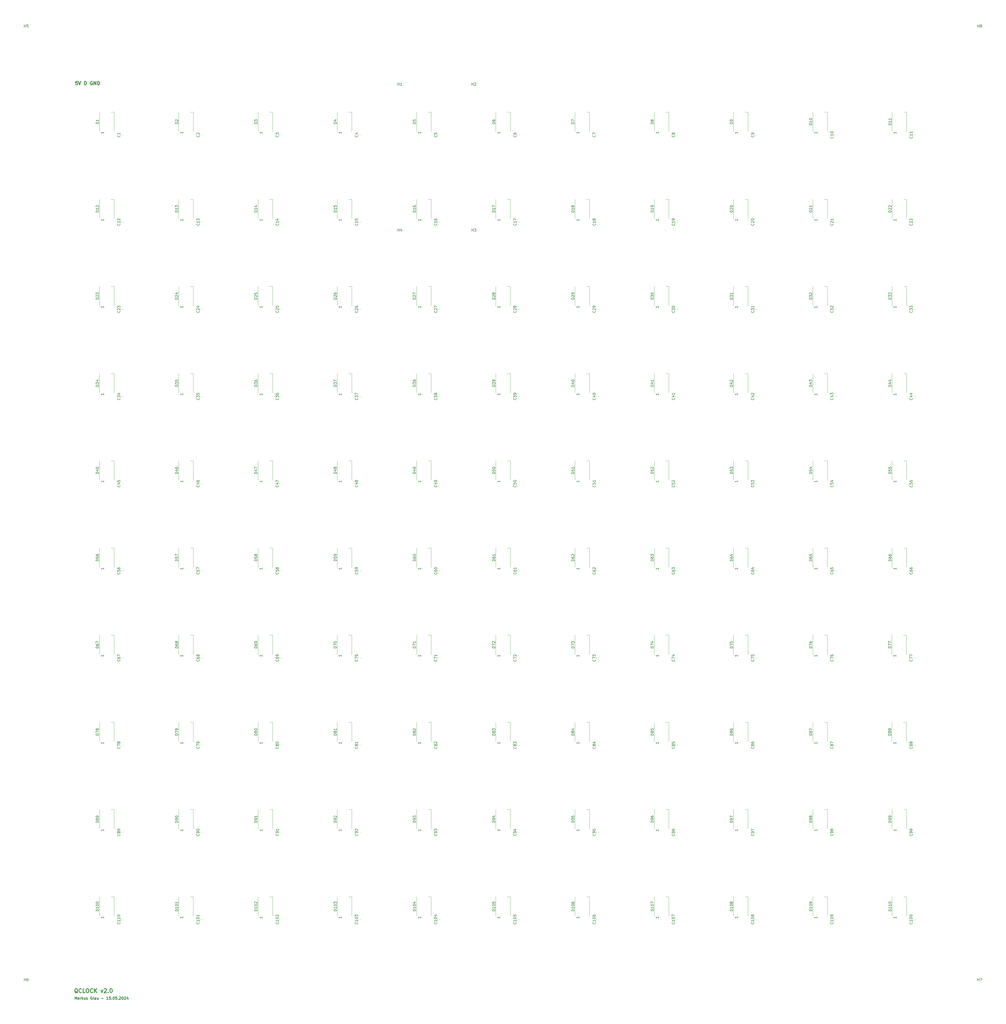
<source format=gbr>
G04 #@! TF.GenerationSoftware,KiCad,Pcbnew,8.0.2-8.0.2-0~ubuntu22.04.1*
G04 #@! TF.CreationDate,2024-05-18T22:12:29+02:00*
G04 #@! TF.ProjectId,qclock,71636c6f-636b-42e6-9b69-6361645f7063,rev?*
G04 #@! TF.SameCoordinates,Original*
G04 #@! TF.FileFunction,Legend,Top*
G04 #@! TF.FilePolarity,Positive*
%FSLAX46Y46*%
G04 Gerber Fmt 4.6, Leading zero omitted, Abs format (unit mm)*
G04 Created by KiCad (PCBNEW 8.0.2-8.0.2-0~ubuntu22.04.1) date 2024-05-18 22:12:29*
%MOMM*%
%LPD*%
G01*
G04 APERTURE LIST*
%ADD10C,0.250000*%
%ADD11C,0.300000*%
%ADD12C,0.150000*%
%ADD13C,0.120000*%
G04 APERTURE END LIST*
D10*
X50428571Y-396199619D02*
X50428571Y-395199619D01*
X50428571Y-395199619D02*
X50761904Y-395913904D01*
X50761904Y-395913904D02*
X51095237Y-395199619D01*
X51095237Y-395199619D02*
X51095237Y-396199619D01*
X51999999Y-396199619D02*
X51999999Y-395675809D01*
X51999999Y-395675809D02*
X51952380Y-395580571D01*
X51952380Y-395580571D02*
X51857142Y-395532952D01*
X51857142Y-395532952D02*
X51666666Y-395532952D01*
X51666666Y-395532952D02*
X51571428Y-395580571D01*
X51999999Y-396152000D02*
X51904761Y-396199619D01*
X51904761Y-396199619D02*
X51666666Y-396199619D01*
X51666666Y-396199619D02*
X51571428Y-396152000D01*
X51571428Y-396152000D02*
X51523809Y-396056761D01*
X51523809Y-396056761D02*
X51523809Y-395961523D01*
X51523809Y-395961523D02*
X51571428Y-395866285D01*
X51571428Y-395866285D02*
X51666666Y-395818666D01*
X51666666Y-395818666D02*
X51904761Y-395818666D01*
X51904761Y-395818666D02*
X51999999Y-395771047D01*
X52476190Y-396199619D02*
X52476190Y-395532952D01*
X52476190Y-395723428D02*
X52523809Y-395628190D01*
X52523809Y-395628190D02*
X52571428Y-395580571D01*
X52571428Y-395580571D02*
X52666666Y-395532952D01*
X52666666Y-395532952D02*
X52761904Y-395532952D01*
X53095238Y-396199619D02*
X53095238Y-395199619D01*
X53190476Y-395818666D02*
X53476190Y-396199619D01*
X53476190Y-395532952D02*
X53095238Y-395913904D01*
X54333333Y-395532952D02*
X54333333Y-396199619D01*
X53904762Y-395532952D02*
X53904762Y-396056761D01*
X53904762Y-396056761D02*
X53952381Y-396152000D01*
X53952381Y-396152000D02*
X54047619Y-396199619D01*
X54047619Y-396199619D02*
X54190476Y-396199619D01*
X54190476Y-396199619D02*
X54285714Y-396152000D01*
X54285714Y-396152000D02*
X54333333Y-396104380D01*
X54761905Y-396152000D02*
X54857143Y-396199619D01*
X54857143Y-396199619D02*
X55047619Y-396199619D01*
X55047619Y-396199619D02*
X55142857Y-396152000D01*
X55142857Y-396152000D02*
X55190476Y-396056761D01*
X55190476Y-396056761D02*
X55190476Y-396009142D01*
X55190476Y-396009142D02*
X55142857Y-395913904D01*
X55142857Y-395913904D02*
X55047619Y-395866285D01*
X55047619Y-395866285D02*
X54904762Y-395866285D01*
X54904762Y-395866285D02*
X54809524Y-395818666D01*
X54809524Y-395818666D02*
X54761905Y-395723428D01*
X54761905Y-395723428D02*
X54761905Y-395675809D01*
X54761905Y-395675809D02*
X54809524Y-395580571D01*
X54809524Y-395580571D02*
X54904762Y-395532952D01*
X54904762Y-395532952D02*
X55047619Y-395532952D01*
X55047619Y-395532952D02*
X55142857Y-395580571D01*
X56904762Y-395247238D02*
X56809524Y-395199619D01*
X56809524Y-395199619D02*
X56666667Y-395199619D01*
X56666667Y-395199619D02*
X56523810Y-395247238D01*
X56523810Y-395247238D02*
X56428572Y-395342476D01*
X56428572Y-395342476D02*
X56380953Y-395437714D01*
X56380953Y-395437714D02*
X56333334Y-395628190D01*
X56333334Y-395628190D02*
X56333334Y-395771047D01*
X56333334Y-395771047D02*
X56380953Y-395961523D01*
X56380953Y-395961523D02*
X56428572Y-396056761D01*
X56428572Y-396056761D02*
X56523810Y-396152000D01*
X56523810Y-396152000D02*
X56666667Y-396199619D01*
X56666667Y-396199619D02*
X56761905Y-396199619D01*
X56761905Y-396199619D02*
X56904762Y-396152000D01*
X56904762Y-396152000D02*
X56952381Y-396104380D01*
X56952381Y-396104380D02*
X56952381Y-395771047D01*
X56952381Y-395771047D02*
X56761905Y-395771047D01*
X57523810Y-396199619D02*
X57428572Y-396152000D01*
X57428572Y-396152000D02*
X57380953Y-396056761D01*
X57380953Y-396056761D02*
X57380953Y-395199619D01*
X58333334Y-396199619D02*
X58333334Y-395675809D01*
X58333334Y-395675809D02*
X58285715Y-395580571D01*
X58285715Y-395580571D02*
X58190477Y-395532952D01*
X58190477Y-395532952D02*
X58000001Y-395532952D01*
X58000001Y-395532952D02*
X57904763Y-395580571D01*
X58333334Y-396152000D02*
X58238096Y-396199619D01*
X58238096Y-396199619D02*
X58000001Y-396199619D01*
X58000001Y-396199619D02*
X57904763Y-396152000D01*
X57904763Y-396152000D02*
X57857144Y-396056761D01*
X57857144Y-396056761D02*
X57857144Y-395961523D01*
X57857144Y-395961523D02*
X57904763Y-395866285D01*
X57904763Y-395866285D02*
X58000001Y-395818666D01*
X58000001Y-395818666D02*
X58238096Y-395818666D01*
X58238096Y-395818666D02*
X58333334Y-395771047D01*
X59238096Y-395532952D02*
X59238096Y-396199619D01*
X58809525Y-395532952D02*
X58809525Y-396056761D01*
X58809525Y-396056761D02*
X58857144Y-396152000D01*
X58857144Y-396152000D02*
X58952382Y-396199619D01*
X58952382Y-396199619D02*
X59095239Y-396199619D01*
X59095239Y-396199619D02*
X59190477Y-396152000D01*
X59190477Y-396152000D02*
X59238096Y-396104380D01*
X60476192Y-395818666D02*
X61238097Y-395818666D01*
X63000001Y-396199619D02*
X62428573Y-396199619D01*
X62714287Y-396199619D02*
X62714287Y-395199619D01*
X62714287Y-395199619D02*
X62619049Y-395342476D01*
X62619049Y-395342476D02*
X62523811Y-395437714D01*
X62523811Y-395437714D02*
X62428573Y-395485333D01*
X63904763Y-395199619D02*
X63428573Y-395199619D01*
X63428573Y-395199619D02*
X63380954Y-395675809D01*
X63380954Y-395675809D02*
X63428573Y-395628190D01*
X63428573Y-395628190D02*
X63523811Y-395580571D01*
X63523811Y-395580571D02*
X63761906Y-395580571D01*
X63761906Y-395580571D02*
X63857144Y-395628190D01*
X63857144Y-395628190D02*
X63904763Y-395675809D01*
X63904763Y-395675809D02*
X63952382Y-395771047D01*
X63952382Y-395771047D02*
X63952382Y-396009142D01*
X63952382Y-396009142D02*
X63904763Y-396104380D01*
X63904763Y-396104380D02*
X63857144Y-396152000D01*
X63857144Y-396152000D02*
X63761906Y-396199619D01*
X63761906Y-396199619D02*
X63523811Y-396199619D01*
X63523811Y-396199619D02*
X63428573Y-396152000D01*
X63428573Y-396152000D02*
X63380954Y-396104380D01*
X64380954Y-396104380D02*
X64428573Y-396152000D01*
X64428573Y-396152000D02*
X64380954Y-396199619D01*
X64380954Y-396199619D02*
X64333335Y-396152000D01*
X64333335Y-396152000D02*
X64380954Y-396104380D01*
X64380954Y-396104380D02*
X64380954Y-396199619D01*
X65047620Y-395199619D02*
X65142858Y-395199619D01*
X65142858Y-395199619D02*
X65238096Y-395247238D01*
X65238096Y-395247238D02*
X65285715Y-395294857D01*
X65285715Y-395294857D02*
X65333334Y-395390095D01*
X65333334Y-395390095D02*
X65380953Y-395580571D01*
X65380953Y-395580571D02*
X65380953Y-395818666D01*
X65380953Y-395818666D02*
X65333334Y-396009142D01*
X65333334Y-396009142D02*
X65285715Y-396104380D01*
X65285715Y-396104380D02*
X65238096Y-396152000D01*
X65238096Y-396152000D02*
X65142858Y-396199619D01*
X65142858Y-396199619D02*
X65047620Y-396199619D01*
X65047620Y-396199619D02*
X64952382Y-396152000D01*
X64952382Y-396152000D02*
X64904763Y-396104380D01*
X64904763Y-396104380D02*
X64857144Y-396009142D01*
X64857144Y-396009142D02*
X64809525Y-395818666D01*
X64809525Y-395818666D02*
X64809525Y-395580571D01*
X64809525Y-395580571D02*
X64857144Y-395390095D01*
X64857144Y-395390095D02*
X64904763Y-395294857D01*
X64904763Y-395294857D02*
X64952382Y-395247238D01*
X64952382Y-395247238D02*
X65047620Y-395199619D01*
X66285715Y-395199619D02*
X65809525Y-395199619D01*
X65809525Y-395199619D02*
X65761906Y-395675809D01*
X65761906Y-395675809D02*
X65809525Y-395628190D01*
X65809525Y-395628190D02*
X65904763Y-395580571D01*
X65904763Y-395580571D02*
X66142858Y-395580571D01*
X66142858Y-395580571D02*
X66238096Y-395628190D01*
X66238096Y-395628190D02*
X66285715Y-395675809D01*
X66285715Y-395675809D02*
X66333334Y-395771047D01*
X66333334Y-395771047D02*
X66333334Y-396009142D01*
X66333334Y-396009142D02*
X66285715Y-396104380D01*
X66285715Y-396104380D02*
X66238096Y-396152000D01*
X66238096Y-396152000D02*
X66142858Y-396199619D01*
X66142858Y-396199619D02*
X65904763Y-396199619D01*
X65904763Y-396199619D02*
X65809525Y-396152000D01*
X65809525Y-396152000D02*
X65761906Y-396104380D01*
X66761906Y-396104380D02*
X66809525Y-396152000D01*
X66809525Y-396152000D02*
X66761906Y-396199619D01*
X66761906Y-396199619D02*
X66714287Y-396152000D01*
X66714287Y-396152000D02*
X66761906Y-396104380D01*
X66761906Y-396104380D02*
X66761906Y-396199619D01*
X67190477Y-395294857D02*
X67238096Y-395247238D01*
X67238096Y-395247238D02*
X67333334Y-395199619D01*
X67333334Y-395199619D02*
X67571429Y-395199619D01*
X67571429Y-395199619D02*
X67666667Y-395247238D01*
X67666667Y-395247238D02*
X67714286Y-395294857D01*
X67714286Y-395294857D02*
X67761905Y-395390095D01*
X67761905Y-395390095D02*
X67761905Y-395485333D01*
X67761905Y-395485333D02*
X67714286Y-395628190D01*
X67714286Y-395628190D02*
X67142858Y-396199619D01*
X67142858Y-396199619D02*
X67761905Y-396199619D01*
X68380953Y-395199619D02*
X68476191Y-395199619D01*
X68476191Y-395199619D02*
X68571429Y-395247238D01*
X68571429Y-395247238D02*
X68619048Y-395294857D01*
X68619048Y-395294857D02*
X68666667Y-395390095D01*
X68666667Y-395390095D02*
X68714286Y-395580571D01*
X68714286Y-395580571D02*
X68714286Y-395818666D01*
X68714286Y-395818666D02*
X68666667Y-396009142D01*
X68666667Y-396009142D02*
X68619048Y-396104380D01*
X68619048Y-396104380D02*
X68571429Y-396152000D01*
X68571429Y-396152000D02*
X68476191Y-396199619D01*
X68476191Y-396199619D02*
X68380953Y-396199619D01*
X68380953Y-396199619D02*
X68285715Y-396152000D01*
X68285715Y-396152000D02*
X68238096Y-396104380D01*
X68238096Y-396104380D02*
X68190477Y-396009142D01*
X68190477Y-396009142D02*
X68142858Y-395818666D01*
X68142858Y-395818666D02*
X68142858Y-395580571D01*
X68142858Y-395580571D02*
X68190477Y-395390095D01*
X68190477Y-395390095D02*
X68238096Y-395294857D01*
X68238096Y-395294857D02*
X68285715Y-395247238D01*
X68285715Y-395247238D02*
X68380953Y-395199619D01*
X69095239Y-395294857D02*
X69142858Y-395247238D01*
X69142858Y-395247238D02*
X69238096Y-395199619D01*
X69238096Y-395199619D02*
X69476191Y-395199619D01*
X69476191Y-395199619D02*
X69571429Y-395247238D01*
X69571429Y-395247238D02*
X69619048Y-395294857D01*
X69619048Y-395294857D02*
X69666667Y-395390095D01*
X69666667Y-395390095D02*
X69666667Y-395485333D01*
X69666667Y-395485333D02*
X69619048Y-395628190D01*
X69619048Y-395628190D02*
X69047620Y-396199619D01*
X69047620Y-396199619D02*
X69666667Y-396199619D01*
X70523810Y-395532952D02*
X70523810Y-396199619D01*
X70285715Y-395152000D02*
X70047620Y-395866285D01*
X70047620Y-395866285D02*
X70666667Y-395866285D01*
D11*
X51375939Y-48775304D02*
X50756891Y-48775304D01*
X50756891Y-48775304D02*
X50694987Y-49394352D01*
X50694987Y-49394352D02*
X50756891Y-49332447D01*
X50756891Y-49332447D02*
X50880701Y-49270542D01*
X50880701Y-49270542D02*
X51190225Y-49270542D01*
X51190225Y-49270542D02*
X51314034Y-49332447D01*
X51314034Y-49332447D02*
X51375939Y-49394352D01*
X51375939Y-49394352D02*
X51437844Y-49518161D01*
X51437844Y-49518161D02*
X51437844Y-49827685D01*
X51437844Y-49827685D02*
X51375939Y-49951495D01*
X51375939Y-49951495D02*
X51314034Y-50013400D01*
X51314034Y-50013400D02*
X51190225Y-50075304D01*
X51190225Y-50075304D02*
X50880701Y-50075304D01*
X50880701Y-50075304D02*
X50756891Y-50013400D01*
X50756891Y-50013400D02*
X50694987Y-49951495D01*
X51809272Y-48775304D02*
X52242605Y-50075304D01*
X52242605Y-50075304D02*
X52675939Y-48775304D01*
X54099748Y-50075304D02*
X54099748Y-48775304D01*
X54099748Y-48775304D02*
X54409272Y-48775304D01*
X54409272Y-48775304D02*
X54594986Y-48837209D01*
X54594986Y-48837209D02*
X54718796Y-48961019D01*
X54718796Y-48961019D02*
X54780701Y-49084828D01*
X54780701Y-49084828D02*
X54842605Y-49332447D01*
X54842605Y-49332447D02*
X54842605Y-49518161D01*
X54842605Y-49518161D02*
X54780701Y-49765780D01*
X54780701Y-49765780D02*
X54718796Y-49889590D01*
X54718796Y-49889590D02*
X54594986Y-50013400D01*
X54594986Y-50013400D02*
X54409272Y-50075304D01*
X54409272Y-50075304D02*
X54099748Y-50075304D01*
X57071177Y-48837209D02*
X56947367Y-48775304D01*
X56947367Y-48775304D02*
X56761653Y-48775304D01*
X56761653Y-48775304D02*
X56575939Y-48837209D01*
X56575939Y-48837209D02*
X56452129Y-48961019D01*
X56452129Y-48961019D02*
X56390224Y-49084828D01*
X56390224Y-49084828D02*
X56328320Y-49332447D01*
X56328320Y-49332447D02*
X56328320Y-49518161D01*
X56328320Y-49518161D02*
X56390224Y-49765780D01*
X56390224Y-49765780D02*
X56452129Y-49889590D01*
X56452129Y-49889590D02*
X56575939Y-50013400D01*
X56575939Y-50013400D02*
X56761653Y-50075304D01*
X56761653Y-50075304D02*
X56885462Y-50075304D01*
X56885462Y-50075304D02*
X57071177Y-50013400D01*
X57071177Y-50013400D02*
X57133081Y-49951495D01*
X57133081Y-49951495D02*
X57133081Y-49518161D01*
X57133081Y-49518161D02*
X56885462Y-49518161D01*
X57690224Y-50075304D02*
X57690224Y-48775304D01*
X57690224Y-48775304D02*
X58433081Y-50075304D01*
X58433081Y-50075304D02*
X58433081Y-48775304D01*
X59052129Y-50075304D02*
X59052129Y-48775304D01*
X59052129Y-48775304D02*
X59361653Y-48775304D01*
X59361653Y-48775304D02*
X59547367Y-48837209D01*
X59547367Y-48837209D02*
X59671177Y-48961019D01*
X59671177Y-48961019D02*
X59733082Y-49084828D01*
X59733082Y-49084828D02*
X59794986Y-49332447D01*
X59794986Y-49332447D02*
X59794986Y-49518161D01*
X59794986Y-49518161D02*
X59733082Y-49765780D01*
X59733082Y-49765780D02*
X59671177Y-49889590D01*
X59671177Y-49889590D02*
X59547367Y-50013400D01*
X59547367Y-50013400D02*
X59361653Y-50075304D01*
X59361653Y-50075304D02*
X59052129Y-50075304D01*
X51499999Y-393821185D02*
X51357142Y-393749757D01*
X51357142Y-393749757D02*
X51214285Y-393606900D01*
X51214285Y-393606900D02*
X50999999Y-393392614D01*
X50999999Y-393392614D02*
X50857142Y-393321185D01*
X50857142Y-393321185D02*
X50714285Y-393321185D01*
X50785714Y-393678328D02*
X50642857Y-393606900D01*
X50642857Y-393606900D02*
X50499999Y-393464042D01*
X50499999Y-393464042D02*
X50428571Y-393178328D01*
X50428571Y-393178328D02*
X50428571Y-392678328D01*
X50428571Y-392678328D02*
X50499999Y-392392614D01*
X50499999Y-392392614D02*
X50642857Y-392249757D01*
X50642857Y-392249757D02*
X50785714Y-392178328D01*
X50785714Y-392178328D02*
X51071428Y-392178328D01*
X51071428Y-392178328D02*
X51214285Y-392249757D01*
X51214285Y-392249757D02*
X51357142Y-392392614D01*
X51357142Y-392392614D02*
X51428571Y-392678328D01*
X51428571Y-392678328D02*
X51428571Y-393178328D01*
X51428571Y-393178328D02*
X51357142Y-393464042D01*
X51357142Y-393464042D02*
X51214285Y-393606900D01*
X51214285Y-393606900D02*
X51071428Y-393678328D01*
X51071428Y-393678328D02*
X50785714Y-393678328D01*
X52928571Y-393535471D02*
X52857143Y-393606900D01*
X52857143Y-393606900D02*
X52642857Y-393678328D01*
X52642857Y-393678328D02*
X52500000Y-393678328D01*
X52500000Y-393678328D02*
X52285714Y-393606900D01*
X52285714Y-393606900D02*
X52142857Y-393464042D01*
X52142857Y-393464042D02*
X52071428Y-393321185D01*
X52071428Y-393321185D02*
X52000000Y-393035471D01*
X52000000Y-393035471D02*
X52000000Y-392821185D01*
X52000000Y-392821185D02*
X52071428Y-392535471D01*
X52071428Y-392535471D02*
X52142857Y-392392614D01*
X52142857Y-392392614D02*
X52285714Y-392249757D01*
X52285714Y-392249757D02*
X52500000Y-392178328D01*
X52500000Y-392178328D02*
X52642857Y-392178328D01*
X52642857Y-392178328D02*
X52857143Y-392249757D01*
X52857143Y-392249757D02*
X52928571Y-392321185D01*
X54285714Y-393678328D02*
X53571428Y-393678328D01*
X53571428Y-393678328D02*
X53571428Y-392178328D01*
X55071429Y-392178328D02*
X55357143Y-392178328D01*
X55357143Y-392178328D02*
X55500000Y-392249757D01*
X55500000Y-392249757D02*
X55642857Y-392392614D01*
X55642857Y-392392614D02*
X55714286Y-392678328D01*
X55714286Y-392678328D02*
X55714286Y-393178328D01*
X55714286Y-393178328D02*
X55642857Y-393464042D01*
X55642857Y-393464042D02*
X55500000Y-393606900D01*
X55500000Y-393606900D02*
X55357143Y-393678328D01*
X55357143Y-393678328D02*
X55071429Y-393678328D01*
X55071429Y-393678328D02*
X54928572Y-393606900D01*
X54928572Y-393606900D02*
X54785714Y-393464042D01*
X54785714Y-393464042D02*
X54714286Y-393178328D01*
X54714286Y-393178328D02*
X54714286Y-392678328D01*
X54714286Y-392678328D02*
X54785714Y-392392614D01*
X54785714Y-392392614D02*
X54928572Y-392249757D01*
X54928572Y-392249757D02*
X55071429Y-392178328D01*
X57214286Y-393535471D02*
X57142858Y-393606900D01*
X57142858Y-393606900D02*
X56928572Y-393678328D01*
X56928572Y-393678328D02*
X56785715Y-393678328D01*
X56785715Y-393678328D02*
X56571429Y-393606900D01*
X56571429Y-393606900D02*
X56428572Y-393464042D01*
X56428572Y-393464042D02*
X56357143Y-393321185D01*
X56357143Y-393321185D02*
X56285715Y-393035471D01*
X56285715Y-393035471D02*
X56285715Y-392821185D01*
X56285715Y-392821185D02*
X56357143Y-392535471D01*
X56357143Y-392535471D02*
X56428572Y-392392614D01*
X56428572Y-392392614D02*
X56571429Y-392249757D01*
X56571429Y-392249757D02*
X56785715Y-392178328D01*
X56785715Y-392178328D02*
X56928572Y-392178328D01*
X56928572Y-392178328D02*
X57142858Y-392249757D01*
X57142858Y-392249757D02*
X57214286Y-392321185D01*
X57857143Y-393678328D02*
X57857143Y-392178328D01*
X58714286Y-393678328D02*
X58071429Y-392821185D01*
X58714286Y-392178328D02*
X57857143Y-393035471D01*
X60357143Y-392678328D02*
X60714286Y-393678328D01*
X60714286Y-393678328D02*
X61071429Y-392678328D01*
X61571429Y-392321185D02*
X61642857Y-392249757D01*
X61642857Y-392249757D02*
X61785715Y-392178328D01*
X61785715Y-392178328D02*
X62142857Y-392178328D01*
X62142857Y-392178328D02*
X62285715Y-392249757D01*
X62285715Y-392249757D02*
X62357143Y-392321185D01*
X62357143Y-392321185D02*
X62428572Y-392464042D01*
X62428572Y-392464042D02*
X62428572Y-392606900D01*
X62428572Y-392606900D02*
X62357143Y-392821185D01*
X62357143Y-392821185D02*
X61500000Y-393678328D01*
X61500000Y-393678328D02*
X62428572Y-393678328D01*
X63071428Y-393535471D02*
X63142857Y-393606900D01*
X63142857Y-393606900D02*
X63071428Y-393678328D01*
X63071428Y-393678328D02*
X63000000Y-393606900D01*
X63000000Y-393606900D02*
X63071428Y-393535471D01*
X63071428Y-393535471D02*
X63071428Y-393678328D01*
X64071429Y-392178328D02*
X64214286Y-392178328D01*
X64214286Y-392178328D02*
X64357143Y-392249757D01*
X64357143Y-392249757D02*
X64428572Y-392321185D01*
X64428572Y-392321185D02*
X64500000Y-392464042D01*
X64500000Y-392464042D02*
X64571429Y-392749757D01*
X64571429Y-392749757D02*
X64571429Y-393106900D01*
X64571429Y-393106900D02*
X64500000Y-393392614D01*
X64500000Y-393392614D02*
X64428572Y-393535471D01*
X64428572Y-393535471D02*
X64357143Y-393606900D01*
X64357143Y-393606900D02*
X64214286Y-393678328D01*
X64214286Y-393678328D02*
X64071429Y-393678328D01*
X64071429Y-393678328D02*
X63928572Y-393606900D01*
X63928572Y-393606900D02*
X63857143Y-393535471D01*
X63857143Y-393535471D02*
X63785714Y-393392614D01*
X63785714Y-393392614D02*
X63714286Y-393106900D01*
X63714286Y-393106900D02*
X63714286Y-392749757D01*
X63714286Y-392749757D02*
X63785714Y-392464042D01*
X63785714Y-392464042D02*
X63857143Y-392321185D01*
X63857143Y-392321185D02*
X63928572Y-392249757D01*
X63928572Y-392249757D02*
X64071429Y-392178328D01*
D12*
X359554819Y-65214285D02*
X358554819Y-65214285D01*
X358554819Y-65214285D02*
X358554819Y-64976190D01*
X358554819Y-64976190D02*
X358602438Y-64833333D01*
X358602438Y-64833333D02*
X358697676Y-64738095D01*
X358697676Y-64738095D02*
X358792914Y-64690476D01*
X358792914Y-64690476D02*
X358983390Y-64642857D01*
X358983390Y-64642857D02*
X359126247Y-64642857D01*
X359126247Y-64642857D02*
X359316723Y-64690476D01*
X359316723Y-64690476D02*
X359411961Y-64738095D01*
X359411961Y-64738095D02*
X359507200Y-64833333D01*
X359507200Y-64833333D02*
X359554819Y-64976190D01*
X359554819Y-64976190D02*
X359554819Y-65214285D01*
X359554819Y-63690476D02*
X359554819Y-64261904D01*
X359554819Y-63976190D02*
X358554819Y-63976190D01*
X358554819Y-63976190D02*
X358697676Y-64071428D01*
X358697676Y-64071428D02*
X358792914Y-64166666D01*
X358792914Y-64166666D02*
X358840533Y-64261904D01*
X359554819Y-62738095D02*
X359554819Y-63309523D01*
X359554819Y-63023809D02*
X358554819Y-63023809D01*
X358554819Y-63023809D02*
X358697676Y-63119047D01*
X358697676Y-63119047D02*
X358792914Y-63214285D01*
X358792914Y-63214285D02*
X358840533Y-63309523D01*
X361454819Y-67864285D02*
X361454819Y-68435713D01*
X361454819Y-68149999D02*
X360454819Y-68149999D01*
X360454819Y-68149999D02*
X360597676Y-68245237D01*
X360597676Y-68245237D02*
X360692914Y-68340475D01*
X360692914Y-68340475D02*
X360740533Y-68435713D01*
X337461205Y-102642857D02*
X337508825Y-102690476D01*
X337508825Y-102690476D02*
X337556444Y-102833333D01*
X337556444Y-102833333D02*
X337556444Y-102928571D01*
X337556444Y-102928571D02*
X337508825Y-103071428D01*
X337508825Y-103071428D02*
X337413586Y-103166666D01*
X337413586Y-103166666D02*
X337318348Y-103214285D01*
X337318348Y-103214285D02*
X337127872Y-103261904D01*
X337127872Y-103261904D02*
X336985015Y-103261904D01*
X336985015Y-103261904D02*
X336794539Y-103214285D01*
X336794539Y-103214285D02*
X336699301Y-103166666D01*
X336699301Y-103166666D02*
X336604063Y-103071428D01*
X336604063Y-103071428D02*
X336556444Y-102928571D01*
X336556444Y-102928571D02*
X336556444Y-102833333D01*
X336556444Y-102833333D02*
X336604063Y-102690476D01*
X336604063Y-102690476D02*
X336651682Y-102642857D01*
X336651682Y-102261904D02*
X336604063Y-102214285D01*
X336604063Y-102214285D02*
X336556444Y-102119047D01*
X336556444Y-102119047D02*
X336556444Y-101880952D01*
X336556444Y-101880952D02*
X336604063Y-101785714D01*
X336604063Y-101785714D02*
X336651682Y-101738095D01*
X336651682Y-101738095D02*
X336746920Y-101690476D01*
X336746920Y-101690476D02*
X336842158Y-101690476D01*
X336842158Y-101690476D02*
X336985015Y-101738095D01*
X336985015Y-101738095D02*
X337556444Y-102309523D01*
X337556444Y-102309523D02*
X337556444Y-101690476D01*
X337556444Y-100738095D02*
X337556444Y-101309523D01*
X337556444Y-101023809D02*
X336556444Y-101023809D01*
X336556444Y-101023809D02*
X336699301Y-101119047D01*
X336699301Y-101119047D02*
X336794539Y-101214285D01*
X336794539Y-101214285D02*
X336842158Y-101309523D01*
X149484819Y-164214285D02*
X148484819Y-164214285D01*
X148484819Y-164214285D02*
X148484819Y-163976190D01*
X148484819Y-163976190D02*
X148532438Y-163833333D01*
X148532438Y-163833333D02*
X148627676Y-163738095D01*
X148627676Y-163738095D02*
X148722914Y-163690476D01*
X148722914Y-163690476D02*
X148913390Y-163642857D01*
X148913390Y-163642857D02*
X149056247Y-163642857D01*
X149056247Y-163642857D02*
X149246723Y-163690476D01*
X149246723Y-163690476D02*
X149341961Y-163738095D01*
X149341961Y-163738095D02*
X149437200Y-163833333D01*
X149437200Y-163833333D02*
X149484819Y-163976190D01*
X149484819Y-163976190D02*
X149484819Y-164214285D01*
X148484819Y-163309523D02*
X148484819Y-162690476D01*
X148484819Y-162690476D02*
X148865771Y-163023809D01*
X148865771Y-163023809D02*
X148865771Y-162880952D01*
X148865771Y-162880952D02*
X148913390Y-162785714D01*
X148913390Y-162785714D02*
X148961009Y-162738095D01*
X148961009Y-162738095D02*
X149056247Y-162690476D01*
X149056247Y-162690476D02*
X149294342Y-162690476D01*
X149294342Y-162690476D02*
X149389580Y-162738095D01*
X149389580Y-162738095D02*
X149437200Y-162785714D01*
X149437200Y-162785714D02*
X149484819Y-162880952D01*
X149484819Y-162880952D02*
X149484819Y-163166666D01*
X149484819Y-163166666D02*
X149437200Y-163261904D01*
X149437200Y-163261904D02*
X149389580Y-163309523D01*
X148484819Y-162357142D02*
X148484819Y-161690476D01*
X148484819Y-161690476D02*
X149484819Y-162119047D01*
X151384819Y-166864285D02*
X151384819Y-167435713D01*
X151384819Y-167149999D02*
X150384819Y-167149999D01*
X150384819Y-167149999D02*
X150527676Y-167245237D01*
X150527676Y-167245237D02*
X150622914Y-167340475D01*
X150622914Y-167340475D02*
X150670533Y-167435713D01*
X367461205Y-69642857D02*
X367508825Y-69690476D01*
X367508825Y-69690476D02*
X367556444Y-69833333D01*
X367556444Y-69833333D02*
X367556444Y-69928571D01*
X367556444Y-69928571D02*
X367508825Y-70071428D01*
X367508825Y-70071428D02*
X367413586Y-70166666D01*
X367413586Y-70166666D02*
X367318348Y-70214285D01*
X367318348Y-70214285D02*
X367127872Y-70261904D01*
X367127872Y-70261904D02*
X366985015Y-70261904D01*
X366985015Y-70261904D02*
X366794539Y-70214285D01*
X366794539Y-70214285D02*
X366699301Y-70166666D01*
X366699301Y-70166666D02*
X366604063Y-70071428D01*
X366604063Y-70071428D02*
X366556444Y-69928571D01*
X366556444Y-69928571D02*
X366556444Y-69833333D01*
X366556444Y-69833333D02*
X366604063Y-69690476D01*
X366604063Y-69690476D02*
X366651682Y-69642857D01*
X367556444Y-68690476D02*
X367556444Y-69261904D01*
X367556444Y-68976190D02*
X366556444Y-68976190D01*
X366556444Y-68976190D02*
X366699301Y-69071428D01*
X366699301Y-69071428D02*
X366794539Y-69166666D01*
X366794539Y-69166666D02*
X366842158Y-69261904D01*
X367556444Y-67738095D02*
X367556444Y-68309523D01*
X367556444Y-68023809D02*
X366556444Y-68023809D01*
X366556444Y-68023809D02*
X366699301Y-68119047D01*
X366699301Y-68119047D02*
X366794539Y-68214285D01*
X366794539Y-68214285D02*
X366842158Y-68309523D01*
X157461205Y-135642857D02*
X157508825Y-135690476D01*
X157508825Y-135690476D02*
X157556444Y-135833333D01*
X157556444Y-135833333D02*
X157556444Y-135928571D01*
X157556444Y-135928571D02*
X157508825Y-136071428D01*
X157508825Y-136071428D02*
X157413586Y-136166666D01*
X157413586Y-136166666D02*
X157318348Y-136214285D01*
X157318348Y-136214285D02*
X157127872Y-136261904D01*
X157127872Y-136261904D02*
X156985015Y-136261904D01*
X156985015Y-136261904D02*
X156794539Y-136214285D01*
X156794539Y-136214285D02*
X156699301Y-136166666D01*
X156699301Y-136166666D02*
X156604063Y-136071428D01*
X156604063Y-136071428D02*
X156556444Y-135928571D01*
X156556444Y-135928571D02*
X156556444Y-135833333D01*
X156556444Y-135833333D02*
X156604063Y-135690476D01*
X156604063Y-135690476D02*
X156651682Y-135642857D01*
X156651682Y-135261904D02*
X156604063Y-135214285D01*
X156604063Y-135214285D02*
X156556444Y-135119047D01*
X156556444Y-135119047D02*
X156556444Y-134880952D01*
X156556444Y-134880952D02*
X156604063Y-134785714D01*
X156604063Y-134785714D02*
X156651682Y-134738095D01*
X156651682Y-134738095D02*
X156746920Y-134690476D01*
X156746920Y-134690476D02*
X156842158Y-134690476D01*
X156842158Y-134690476D02*
X156985015Y-134738095D01*
X156985015Y-134738095D02*
X157556444Y-135309523D01*
X157556444Y-135309523D02*
X157556444Y-134690476D01*
X156556444Y-133833333D02*
X156556444Y-134023809D01*
X156556444Y-134023809D02*
X156604063Y-134119047D01*
X156604063Y-134119047D02*
X156651682Y-134166666D01*
X156651682Y-134166666D02*
X156794539Y-134261904D01*
X156794539Y-134261904D02*
X156985015Y-134309523D01*
X156985015Y-134309523D02*
X157365967Y-134309523D01*
X157365967Y-134309523D02*
X157461205Y-134261904D01*
X157461205Y-134261904D02*
X157508825Y-134214285D01*
X157508825Y-134214285D02*
X157556444Y-134119047D01*
X157556444Y-134119047D02*
X157556444Y-133928571D01*
X157556444Y-133928571D02*
X157508825Y-133833333D01*
X157508825Y-133833333D02*
X157461205Y-133785714D01*
X157461205Y-133785714D02*
X157365967Y-133738095D01*
X157365967Y-133738095D02*
X157127872Y-133738095D01*
X157127872Y-133738095D02*
X157032634Y-133785714D01*
X157032634Y-133785714D02*
X156985015Y-133833333D01*
X156985015Y-133833333D02*
X156937396Y-133928571D01*
X156937396Y-133928571D02*
X156937396Y-134119047D01*
X156937396Y-134119047D02*
X156985015Y-134214285D01*
X156985015Y-134214285D02*
X157032634Y-134261904D01*
X157032634Y-134261904D02*
X157127872Y-134309523D01*
X247437955Y-367069047D02*
X247485575Y-367116666D01*
X247485575Y-367116666D02*
X247533194Y-367259523D01*
X247533194Y-367259523D02*
X247533194Y-367354761D01*
X247533194Y-367354761D02*
X247485575Y-367497618D01*
X247485575Y-367497618D02*
X247390336Y-367592856D01*
X247390336Y-367592856D02*
X247295098Y-367640475D01*
X247295098Y-367640475D02*
X247104622Y-367688094D01*
X247104622Y-367688094D02*
X246961765Y-367688094D01*
X246961765Y-367688094D02*
X246771289Y-367640475D01*
X246771289Y-367640475D02*
X246676051Y-367592856D01*
X246676051Y-367592856D02*
X246580813Y-367497618D01*
X246580813Y-367497618D02*
X246533194Y-367354761D01*
X246533194Y-367354761D02*
X246533194Y-367259523D01*
X246533194Y-367259523D02*
X246580813Y-367116666D01*
X246580813Y-367116666D02*
X246628432Y-367069047D01*
X247533194Y-366116666D02*
X247533194Y-366688094D01*
X247533194Y-366402380D02*
X246533194Y-366402380D01*
X246533194Y-366402380D02*
X246676051Y-366497618D01*
X246676051Y-366497618D02*
X246771289Y-366592856D01*
X246771289Y-366592856D02*
X246818908Y-366688094D01*
X246533194Y-365497618D02*
X246533194Y-365402380D01*
X246533194Y-365402380D02*
X246580813Y-365307142D01*
X246580813Y-365307142D02*
X246628432Y-365259523D01*
X246628432Y-365259523D02*
X246723670Y-365211904D01*
X246723670Y-365211904D02*
X246914146Y-365164285D01*
X246914146Y-365164285D02*
X247152241Y-365164285D01*
X247152241Y-365164285D02*
X247342717Y-365211904D01*
X247342717Y-365211904D02*
X247437955Y-365259523D01*
X247437955Y-365259523D02*
X247485575Y-365307142D01*
X247485575Y-365307142D02*
X247533194Y-365402380D01*
X247533194Y-365402380D02*
X247533194Y-365497618D01*
X247533194Y-365497618D02*
X247485575Y-365592856D01*
X247485575Y-365592856D02*
X247437955Y-365640475D01*
X247437955Y-365640475D02*
X247342717Y-365688094D01*
X247342717Y-365688094D02*
X247152241Y-365735713D01*
X247152241Y-365735713D02*
X246914146Y-365735713D01*
X246914146Y-365735713D02*
X246723670Y-365688094D01*
X246723670Y-365688094D02*
X246628432Y-365640475D01*
X246628432Y-365640475D02*
X246580813Y-365592856D01*
X246580813Y-365592856D02*
X246533194Y-365497618D01*
X246533194Y-364307142D02*
X246533194Y-364497618D01*
X246533194Y-364497618D02*
X246580813Y-364592856D01*
X246580813Y-364592856D02*
X246628432Y-364640475D01*
X246628432Y-364640475D02*
X246771289Y-364735713D01*
X246771289Y-364735713D02*
X246961765Y-364783332D01*
X246961765Y-364783332D02*
X247342717Y-364783332D01*
X247342717Y-364783332D02*
X247437955Y-364735713D01*
X247437955Y-364735713D02*
X247485575Y-364688094D01*
X247485575Y-364688094D02*
X247533194Y-364592856D01*
X247533194Y-364592856D02*
X247533194Y-364402380D01*
X247533194Y-364402380D02*
X247485575Y-364307142D01*
X247485575Y-364307142D02*
X247437955Y-364259523D01*
X247437955Y-364259523D02*
X247342717Y-364211904D01*
X247342717Y-364211904D02*
X247104622Y-364211904D01*
X247104622Y-364211904D02*
X247009384Y-364259523D01*
X247009384Y-364259523D02*
X246961765Y-364307142D01*
X246961765Y-364307142D02*
X246914146Y-364402380D01*
X246914146Y-364402380D02*
X246914146Y-364592856D01*
X246914146Y-364592856D02*
X246961765Y-364688094D01*
X246961765Y-364688094D02*
X247009384Y-364735713D01*
X247009384Y-364735713D02*
X247104622Y-364783332D01*
X157461205Y-267642857D02*
X157508825Y-267690476D01*
X157508825Y-267690476D02*
X157556444Y-267833333D01*
X157556444Y-267833333D02*
X157556444Y-267928571D01*
X157556444Y-267928571D02*
X157508825Y-268071428D01*
X157508825Y-268071428D02*
X157413586Y-268166666D01*
X157413586Y-268166666D02*
X157318348Y-268214285D01*
X157318348Y-268214285D02*
X157127872Y-268261904D01*
X157127872Y-268261904D02*
X156985015Y-268261904D01*
X156985015Y-268261904D02*
X156794539Y-268214285D01*
X156794539Y-268214285D02*
X156699301Y-268166666D01*
X156699301Y-268166666D02*
X156604063Y-268071428D01*
X156604063Y-268071428D02*
X156556444Y-267928571D01*
X156556444Y-267928571D02*
X156556444Y-267833333D01*
X156556444Y-267833333D02*
X156604063Y-267690476D01*
X156604063Y-267690476D02*
X156651682Y-267642857D01*
X156556444Y-267309523D02*
X156556444Y-266642857D01*
X156556444Y-266642857D02*
X157556444Y-267071428D01*
X156556444Y-266071428D02*
X156556444Y-265976190D01*
X156556444Y-265976190D02*
X156604063Y-265880952D01*
X156604063Y-265880952D02*
X156651682Y-265833333D01*
X156651682Y-265833333D02*
X156746920Y-265785714D01*
X156746920Y-265785714D02*
X156937396Y-265738095D01*
X156937396Y-265738095D02*
X157175491Y-265738095D01*
X157175491Y-265738095D02*
X157365967Y-265785714D01*
X157365967Y-265785714D02*
X157461205Y-265833333D01*
X157461205Y-265833333D02*
X157508825Y-265880952D01*
X157508825Y-265880952D02*
X157556444Y-265976190D01*
X157556444Y-265976190D02*
X157556444Y-266071428D01*
X157556444Y-266071428D02*
X157508825Y-266166666D01*
X157508825Y-266166666D02*
X157461205Y-266214285D01*
X157461205Y-266214285D02*
X157365967Y-266261904D01*
X157365967Y-266261904D02*
X157175491Y-266309523D01*
X157175491Y-266309523D02*
X156937396Y-266309523D01*
X156937396Y-266309523D02*
X156746920Y-266261904D01*
X156746920Y-266261904D02*
X156651682Y-266214285D01*
X156651682Y-266214285D02*
X156604063Y-266166666D01*
X156604063Y-266166666D02*
X156556444Y-266071428D01*
X31238095Y-389254819D02*
X31238095Y-388254819D01*
X31238095Y-388731009D02*
X31809523Y-388731009D01*
X31809523Y-389254819D02*
X31809523Y-388254819D01*
X32714285Y-388254819D02*
X32523809Y-388254819D01*
X32523809Y-388254819D02*
X32428571Y-388302438D01*
X32428571Y-388302438D02*
X32380952Y-388350057D01*
X32380952Y-388350057D02*
X32285714Y-388492914D01*
X32285714Y-388492914D02*
X32238095Y-388683390D01*
X32238095Y-388683390D02*
X32238095Y-389064342D01*
X32238095Y-389064342D02*
X32285714Y-389159580D01*
X32285714Y-389159580D02*
X32333333Y-389207200D01*
X32333333Y-389207200D02*
X32428571Y-389254819D01*
X32428571Y-389254819D02*
X32619047Y-389254819D01*
X32619047Y-389254819D02*
X32714285Y-389207200D01*
X32714285Y-389207200D02*
X32761904Y-389159580D01*
X32761904Y-389159580D02*
X32809523Y-389064342D01*
X32809523Y-389064342D02*
X32809523Y-388826247D01*
X32809523Y-388826247D02*
X32761904Y-388731009D01*
X32761904Y-388731009D02*
X32714285Y-388683390D01*
X32714285Y-388683390D02*
X32619047Y-388635771D01*
X32619047Y-388635771D02*
X32428571Y-388635771D01*
X32428571Y-388635771D02*
X32333333Y-388683390D01*
X32333333Y-388683390D02*
X32285714Y-388731009D01*
X32285714Y-388731009D02*
X32238095Y-388826247D01*
X127461205Y-201642857D02*
X127508825Y-201690476D01*
X127508825Y-201690476D02*
X127556444Y-201833333D01*
X127556444Y-201833333D02*
X127556444Y-201928571D01*
X127556444Y-201928571D02*
X127508825Y-202071428D01*
X127508825Y-202071428D02*
X127413586Y-202166666D01*
X127413586Y-202166666D02*
X127318348Y-202214285D01*
X127318348Y-202214285D02*
X127127872Y-202261904D01*
X127127872Y-202261904D02*
X126985015Y-202261904D01*
X126985015Y-202261904D02*
X126794539Y-202214285D01*
X126794539Y-202214285D02*
X126699301Y-202166666D01*
X126699301Y-202166666D02*
X126604063Y-202071428D01*
X126604063Y-202071428D02*
X126556444Y-201928571D01*
X126556444Y-201928571D02*
X126556444Y-201833333D01*
X126556444Y-201833333D02*
X126604063Y-201690476D01*
X126604063Y-201690476D02*
X126651682Y-201642857D01*
X126889777Y-200785714D02*
X127556444Y-200785714D01*
X126508825Y-201023809D02*
X127223110Y-201261904D01*
X127223110Y-201261904D02*
X127223110Y-200642857D01*
X126556444Y-200357142D02*
X126556444Y-199690476D01*
X126556444Y-199690476D02*
X127556444Y-200119047D01*
X217461205Y-333642857D02*
X217508825Y-333690476D01*
X217508825Y-333690476D02*
X217556444Y-333833333D01*
X217556444Y-333833333D02*
X217556444Y-333928571D01*
X217556444Y-333928571D02*
X217508825Y-334071428D01*
X217508825Y-334071428D02*
X217413586Y-334166666D01*
X217413586Y-334166666D02*
X217318348Y-334214285D01*
X217318348Y-334214285D02*
X217127872Y-334261904D01*
X217127872Y-334261904D02*
X216985015Y-334261904D01*
X216985015Y-334261904D02*
X216794539Y-334214285D01*
X216794539Y-334214285D02*
X216699301Y-334166666D01*
X216699301Y-334166666D02*
X216604063Y-334071428D01*
X216604063Y-334071428D02*
X216556444Y-333928571D01*
X216556444Y-333928571D02*
X216556444Y-333833333D01*
X216556444Y-333833333D02*
X216604063Y-333690476D01*
X216604063Y-333690476D02*
X216651682Y-333642857D01*
X217556444Y-333166666D02*
X217556444Y-332976190D01*
X217556444Y-332976190D02*
X217508825Y-332880952D01*
X217508825Y-332880952D02*
X217461205Y-332833333D01*
X217461205Y-332833333D02*
X217318348Y-332738095D01*
X217318348Y-332738095D02*
X217127872Y-332690476D01*
X217127872Y-332690476D02*
X216746920Y-332690476D01*
X216746920Y-332690476D02*
X216651682Y-332738095D01*
X216651682Y-332738095D02*
X216604063Y-332785714D01*
X216604063Y-332785714D02*
X216556444Y-332880952D01*
X216556444Y-332880952D02*
X216556444Y-333071428D01*
X216556444Y-333071428D02*
X216604063Y-333166666D01*
X216604063Y-333166666D02*
X216651682Y-333214285D01*
X216651682Y-333214285D02*
X216746920Y-333261904D01*
X216746920Y-333261904D02*
X216985015Y-333261904D01*
X216985015Y-333261904D02*
X217080253Y-333214285D01*
X217080253Y-333214285D02*
X217127872Y-333166666D01*
X217127872Y-333166666D02*
X217175491Y-333071428D01*
X217175491Y-333071428D02*
X217175491Y-332880952D01*
X217175491Y-332880952D02*
X217127872Y-332785714D01*
X217127872Y-332785714D02*
X217080253Y-332738095D01*
X217080253Y-332738095D02*
X216985015Y-332690476D01*
X216889777Y-331833333D02*
X217556444Y-331833333D01*
X216508825Y-332071428D02*
X217223110Y-332309523D01*
X217223110Y-332309523D02*
X217223110Y-331690476D01*
X179494819Y-230214285D02*
X178494819Y-230214285D01*
X178494819Y-230214285D02*
X178494819Y-229976190D01*
X178494819Y-229976190D02*
X178542438Y-229833333D01*
X178542438Y-229833333D02*
X178637676Y-229738095D01*
X178637676Y-229738095D02*
X178732914Y-229690476D01*
X178732914Y-229690476D02*
X178923390Y-229642857D01*
X178923390Y-229642857D02*
X179066247Y-229642857D01*
X179066247Y-229642857D02*
X179256723Y-229690476D01*
X179256723Y-229690476D02*
X179351961Y-229738095D01*
X179351961Y-229738095D02*
X179447200Y-229833333D01*
X179447200Y-229833333D02*
X179494819Y-229976190D01*
X179494819Y-229976190D02*
X179494819Y-230214285D01*
X178494819Y-228785714D02*
X178494819Y-228976190D01*
X178494819Y-228976190D02*
X178542438Y-229071428D01*
X178542438Y-229071428D02*
X178590057Y-229119047D01*
X178590057Y-229119047D02*
X178732914Y-229214285D01*
X178732914Y-229214285D02*
X178923390Y-229261904D01*
X178923390Y-229261904D02*
X179304342Y-229261904D01*
X179304342Y-229261904D02*
X179399580Y-229214285D01*
X179399580Y-229214285D02*
X179447200Y-229166666D01*
X179447200Y-229166666D02*
X179494819Y-229071428D01*
X179494819Y-229071428D02*
X179494819Y-228880952D01*
X179494819Y-228880952D02*
X179447200Y-228785714D01*
X179447200Y-228785714D02*
X179399580Y-228738095D01*
X179399580Y-228738095D02*
X179304342Y-228690476D01*
X179304342Y-228690476D02*
X179066247Y-228690476D01*
X179066247Y-228690476D02*
X178971009Y-228738095D01*
X178971009Y-228738095D02*
X178923390Y-228785714D01*
X178923390Y-228785714D02*
X178875771Y-228880952D01*
X178875771Y-228880952D02*
X178875771Y-229071428D01*
X178875771Y-229071428D02*
X178923390Y-229166666D01*
X178923390Y-229166666D02*
X178971009Y-229214285D01*
X178971009Y-229214285D02*
X179066247Y-229261904D01*
X178494819Y-228071428D02*
X178494819Y-227976190D01*
X178494819Y-227976190D02*
X178542438Y-227880952D01*
X178542438Y-227880952D02*
X178590057Y-227833333D01*
X178590057Y-227833333D02*
X178685295Y-227785714D01*
X178685295Y-227785714D02*
X178875771Y-227738095D01*
X178875771Y-227738095D02*
X179113866Y-227738095D01*
X179113866Y-227738095D02*
X179304342Y-227785714D01*
X179304342Y-227785714D02*
X179399580Y-227833333D01*
X179399580Y-227833333D02*
X179447200Y-227880952D01*
X179447200Y-227880952D02*
X179494819Y-227976190D01*
X179494819Y-227976190D02*
X179494819Y-228071428D01*
X179494819Y-228071428D02*
X179447200Y-228166666D01*
X179447200Y-228166666D02*
X179399580Y-228214285D01*
X179399580Y-228214285D02*
X179304342Y-228261904D01*
X179304342Y-228261904D02*
X179113866Y-228309523D01*
X179113866Y-228309523D02*
X178875771Y-228309523D01*
X178875771Y-228309523D02*
X178685295Y-228261904D01*
X178685295Y-228261904D02*
X178590057Y-228214285D01*
X178590057Y-228214285D02*
X178542438Y-228166666D01*
X178542438Y-228166666D02*
X178494819Y-228071428D01*
X181394819Y-232864285D02*
X181394819Y-233435713D01*
X181394819Y-233149999D02*
X180394819Y-233149999D01*
X180394819Y-233149999D02*
X180537676Y-233245237D01*
X180537676Y-233245237D02*
X180632914Y-233340475D01*
X180632914Y-233340475D02*
X180680533Y-233435713D01*
X367461205Y-201642857D02*
X367508825Y-201690476D01*
X367508825Y-201690476D02*
X367556444Y-201833333D01*
X367556444Y-201833333D02*
X367556444Y-201928571D01*
X367556444Y-201928571D02*
X367508825Y-202071428D01*
X367508825Y-202071428D02*
X367413586Y-202166666D01*
X367413586Y-202166666D02*
X367318348Y-202214285D01*
X367318348Y-202214285D02*
X367127872Y-202261904D01*
X367127872Y-202261904D02*
X366985015Y-202261904D01*
X366985015Y-202261904D02*
X366794539Y-202214285D01*
X366794539Y-202214285D02*
X366699301Y-202166666D01*
X366699301Y-202166666D02*
X366604063Y-202071428D01*
X366604063Y-202071428D02*
X366556444Y-201928571D01*
X366556444Y-201928571D02*
X366556444Y-201833333D01*
X366556444Y-201833333D02*
X366604063Y-201690476D01*
X366604063Y-201690476D02*
X366651682Y-201642857D01*
X366556444Y-200738095D02*
X366556444Y-201214285D01*
X366556444Y-201214285D02*
X367032634Y-201261904D01*
X367032634Y-201261904D02*
X366985015Y-201214285D01*
X366985015Y-201214285D02*
X366937396Y-201119047D01*
X366937396Y-201119047D02*
X366937396Y-200880952D01*
X366937396Y-200880952D02*
X366985015Y-200785714D01*
X366985015Y-200785714D02*
X367032634Y-200738095D01*
X367032634Y-200738095D02*
X367127872Y-200690476D01*
X367127872Y-200690476D02*
X367365967Y-200690476D01*
X367365967Y-200690476D02*
X367461205Y-200738095D01*
X367461205Y-200738095D02*
X367508825Y-200785714D01*
X367508825Y-200785714D02*
X367556444Y-200880952D01*
X367556444Y-200880952D02*
X367556444Y-201119047D01*
X367556444Y-201119047D02*
X367508825Y-201214285D01*
X367508825Y-201214285D02*
X367461205Y-201261904D01*
X366556444Y-199785714D02*
X366556444Y-200261904D01*
X366556444Y-200261904D02*
X367032634Y-200309523D01*
X367032634Y-200309523D02*
X366985015Y-200261904D01*
X366985015Y-200261904D02*
X366937396Y-200166666D01*
X366937396Y-200166666D02*
X366937396Y-199928571D01*
X366937396Y-199928571D02*
X366985015Y-199833333D01*
X366985015Y-199833333D02*
X367032634Y-199785714D01*
X367032634Y-199785714D02*
X367127872Y-199738095D01*
X367127872Y-199738095D02*
X367365967Y-199738095D01*
X367365967Y-199738095D02*
X367461205Y-199785714D01*
X367461205Y-199785714D02*
X367508825Y-199833333D01*
X367508825Y-199833333D02*
X367556444Y-199928571D01*
X367556444Y-199928571D02*
X367556444Y-200166666D01*
X367556444Y-200166666D02*
X367508825Y-200261904D01*
X367508825Y-200261904D02*
X367461205Y-200309523D01*
X337461205Y-333642857D02*
X337508825Y-333690476D01*
X337508825Y-333690476D02*
X337556444Y-333833333D01*
X337556444Y-333833333D02*
X337556444Y-333928571D01*
X337556444Y-333928571D02*
X337508825Y-334071428D01*
X337508825Y-334071428D02*
X337413586Y-334166666D01*
X337413586Y-334166666D02*
X337318348Y-334214285D01*
X337318348Y-334214285D02*
X337127872Y-334261904D01*
X337127872Y-334261904D02*
X336985015Y-334261904D01*
X336985015Y-334261904D02*
X336794539Y-334214285D01*
X336794539Y-334214285D02*
X336699301Y-334166666D01*
X336699301Y-334166666D02*
X336604063Y-334071428D01*
X336604063Y-334071428D02*
X336556444Y-333928571D01*
X336556444Y-333928571D02*
X336556444Y-333833333D01*
X336556444Y-333833333D02*
X336604063Y-333690476D01*
X336604063Y-333690476D02*
X336651682Y-333642857D01*
X337556444Y-333166666D02*
X337556444Y-332976190D01*
X337556444Y-332976190D02*
X337508825Y-332880952D01*
X337508825Y-332880952D02*
X337461205Y-332833333D01*
X337461205Y-332833333D02*
X337318348Y-332738095D01*
X337318348Y-332738095D02*
X337127872Y-332690476D01*
X337127872Y-332690476D02*
X336746920Y-332690476D01*
X336746920Y-332690476D02*
X336651682Y-332738095D01*
X336651682Y-332738095D02*
X336604063Y-332785714D01*
X336604063Y-332785714D02*
X336556444Y-332880952D01*
X336556444Y-332880952D02*
X336556444Y-333071428D01*
X336556444Y-333071428D02*
X336604063Y-333166666D01*
X336604063Y-333166666D02*
X336651682Y-333214285D01*
X336651682Y-333214285D02*
X336746920Y-333261904D01*
X336746920Y-333261904D02*
X336985015Y-333261904D01*
X336985015Y-333261904D02*
X337080253Y-333214285D01*
X337080253Y-333214285D02*
X337127872Y-333166666D01*
X337127872Y-333166666D02*
X337175491Y-333071428D01*
X337175491Y-333071428D02*
X337175491Y-332880952D01*
X337175491Y-332880952D02*
X337127872Y-332785714D01*
X337127872Y-332785714D02*
X337080253Y-332738095D01*
X337080253Y-332738095D02*
X336985015Y-332690476D01*
X336985015Y-332119047D02*
X336937396Y-332214285D01*
X336937396Y-332214285D02*
X336889777Y-332261904D01*
X336889777Y-332261904D02*
X336794539Y-332309523D01*
X336794539Y-332309523D02*
X336746920Y-332309523D01*
X336746920Y-332309523D02*
X336651682Y-332261904D01*
X336651682Y-332261904D02*
X336604063Y-332214285D01*
X336604063Y-332214285D02*
X336556444Y-332119047D01*
X336556444Y-332119047D02*
X336556444Y-331928571D01*
X336556444Y-331928571D02*
X336604063Y-331833333D01*
X336604063Y-331833333D02*
X336651682Y-331785714D01*
X336651682Y-331785714D02*
X336746920Y-331738095D01*
X336746920Y-331738095D02*
X336794539Y-331738095D01*
X336794539Y-331738095D02*
X336889777Y-331785714D01*
X336889777Y-331785714D02*
X336937396Y-331833333D01*
X336937396Y-331833333D02*
X336985015Y-331928571D01*
X336985015Y-331928571D02*
X336985015Y-332119047D01*
X336985015Y-332119047D02*
X337032634Y-332214285D01*
X337032634Y-332214285D02*
X337080253Y-332261904D01*
X337080253Y-332261904D02*
X337175491Y-332309523D01*
X337175491Y-332309523D02*
X337365967Y-332309523D01*
X337365967Y-332309523D02*
X337461205Y-332261904D01*
X337461205Y-332261904D02*
X337508825Y-332214285D01*
X337508825Y-332214285D02*
X337556444Y-332119047D01*
X337556444Y-332119047D02*
X337556444Y-331928571D01*
X337556444Y-331928571D02*
X337508825Y-331833333D01*
X337508825Y-331833333D02*
X337461205Y-331785714D01*
X337461205Y-331785714D02*
X337365967Y-331738095D01*
X337365967Y-331738095D02*
X337175491Y-331738095D01*
X337175491Y-331738095D02*
X337080253Y-331785714D01*
X337080253Y-331785714D02*
X337032634Y-331833333D01*
X337032634Y-331833333D02*
X336985015Y-331928571D01*
X97461205Y-234642857D02*
X97508825Y-234690476D01*
X97508825Y-234690476D02*
X97556444Y-234833333D01*
X97556444Y-234833333D02*
X97556444Y-234928571D01*
X97556444Y-234928571D02*
X97508825Y-235071428D01*
X97508825Y-235071428D02*
X97413586Y-235166666D01*
X97413586Y-235166666D02*
X97318348Y-235214285D01*
X97318348Y-235214285D02*
X97127872Y-235261904D01*
X97127872Y-235261904D02*
X96985015Y-235261904D01*
X96985015Y-235261904D02*
X96794539Y-235214285D01*
X96794539Y-235214285D02*
X96699301Y-235166666D01*
X96699301Y-235166666D02*
X96604063Y-235071428D01*
X96604063Y-235071428D02*
X96556444Y-234928571D01*
X96556444Y-234928571D02*
X96556444Y-234833333D01*
X96556444Y-234833333D02*
X96604063Y-234690476D01*
X96604063Y-234690476D02*
X96651682Y-234642857D01*
X96556444Y-233738095D02*
X96556444Y-234214285D01*
X96556444Y-234214285D02*
X97032634Y-234261904D01*
X97032634Y-234261904D02*
X96985015Y-234214285D01*
X96985015Y-234214285D02*
X96937396Y-234119047D01*
X96937396Y-234119047D02*
X96937396Y-233880952D01*
X96937396Y-233880952D02*
X96985015Y-233785714D01*
X96985015Y-233785714D02*
X97032634Y-233738095D01*
X97032634Y-233738095D02*
X97127872Y-233690476D01*
X97127872Y-233690476D02*
X97365967Y-233690476D01*
X97365967Y-233690476D02*
X97461205Y-233738095D01*
X97461205Y-233738095D02*
X97508825Y-233785714D01*
X97508825Y-233785714D02*
X97556444Y-233880952D01*
X97556444Y-233880952D02*
X97556444Y-234119047D01*
X97556444Y-234119047D02*
X97508825Y-234214285D01*
X97508825Y-234214285D02*
X97461205Y-234261904D01*
X96556444Y-233357142D02*
X96556444Y-232690476D01*
X96556444Y-232690476D02*
X97556444Y-233119047D01*
X307461205Y-168642857D02*
X307508825Y-168690476D01*
X307508825Y-168690476D02*
X307556444Y-168833333D01*
X307556444Y-168833333D02*
X307556444Y-168928571D01*
X307556444Y-168928571D02*
X307508825Y-169071428D01*
X307508825Y-169071428D02*
X307413586Y-169166666D01*
X307413586Y-169166666D02*
X307318348Y-169214285D01*
X307318348Y-169214285D02*
X307127872Y-169261904D01*
X307127872Y-169261904D02*
X306985015Y-169261904D01*
X306985015Y-169261904D02*
X306794539Y-169214285D01*
X306794539Y-169214285D02*
X306699301Y-169166666D01*
X306699301Y-169166666D02*
X306604063Y-169071428D01*
X306604063Y-169071428D02*
X306556444Y-168928571D01*
X306556444Y-168928571D02*
X306556444Y-168833333D01*
X306556444Y-168833333D02*
X306604063Y-168690476D01*
X306604063Y-168690476D02*
X306651682Y-168642857D01*
X306889777Y-167785714D02*
X307556444Y-167785714D01*
X306508825Y-168023809D02*
X307223110Y-168261904D01*
X307223110Y-168261904D02*
X307223110Y-167642857D01*
X306651682Y-167309523D02*
X306604063Y-167261904D01*
X306604063Y-167261904D02*
X306556444Y-167166666D01*
X306556444Y-167166666D02*
X306556444Y-166928571D01*
X306556444Y-166928571D02*
X306604063Y-166833333D01*
X306604063Y-166833333D02*
X306651682Y-166785714D01*
X306651682Y-166785714D02*
X306746920Y-166738095D01*
X306746920Y-166738095D02*
X306842158Y-166738095D01*
X306842158Y-166738095D02*
X306985015Y-166785714D01*
X306985015Y-166785714D02*
X307556444Y-167357142D01*
X307556444Y-167357142D02*
X307556444Y-166738095D01*
X149484819Y-98214285D02*
X148484819Y-98214285D01*
X148484819Y-98214285D02*
X148484819Y-97976190D01*
X148484819Y-97976190D02*
X148532438Y-97833333D01*
X148532438Y-97833333D02*
X148627676Y-97738095D01*
X148627676Y-97738095D02*
X148722914Y-97690476D01*
X148722914Y-97690476D02*
X148913390Y-97642857D01*
X148913390Y-97642857D02*
X149056247Y-97642857D01*
X149056247Y-97642857D02*
X149246723Y-97690476D01*
X149246723Y-97690476D02*
X149341961Y-97738095D01*
X149341961Y-97738095D02*
X149437200Y-97833333D01*
X149437200Y-97833333D02*
X149484819Y-97976190D01*
X149484819Y-97976190D02*
X149484819Y-98214285D01*
X149484819Y-96690476D02*
X149484819Y-97261904D01*
X149484819Y-96976190D02*
X148484819Y-96976190D01*
X148484819Y-96976190D02*
X148627676Y-97071428D01*
X148627676Y-97071428D02*
X148722914Y-97166666D01*
X148722914Y-97166666D02*
X148770533Y-97261904D01*
X148484819Y-95785714D02*
X148484819Y-96261904D01*
X148484819Y-96261904D02*
X148961009Y-96309523D01*
X148961009Y-96309523D02*
X148913390Y-96261904D01*
X148913390Y-96261904D02*
X148865771Y-96166666D01*
X148865771Y-96166666D02*
X148865771Y-95928571D01*
X148865771Y-95928571D02*
X148913390Y-95833333D01*
X148913390Y-95833333D02*
X148961009Y-95785714D01*
X148961009Y-95785714D02*
X149056247Y-95738095D01*
X149056247Y-95738095D02*
X149294342Y-95738095D01*
X149294342Y-95738095D02*
X149389580Y-95785714D01*
X149389580Y-95785714D02*
X149437200Y-95833333D01*
X149437200Y-95833333D02*
X149484819Y-95928571D01*
X149484819Y-95928571D02*
X149484819Y-96166666D01*
X149484819Y-96166666D02*
X149437200Y-96261904D01*
X149437200Y-96261904D02*
X149389580Y-96309523D01*
X151384819Y-100864285D02*
X151384819Y-101435713D01*
X151384819Y-101149999D02*
X150384819Y-101149999D01*
X150384819Y-101149999D02*
X150527676Y-101245237D01*
X150527676Y-101245237D02*
X150622914Y-101340475D01*
X150622914Y-101340475D02*
X150670533Y-101435713D01*
X299534819Y-164214285D02*
X298534819Y-164214285D01*
X298534819Y-164214285D02*
X298534819Y-163976190D01*
X298534819Y-163976190D02*
X298582438Y-163833333D01*
X298582438Y-163833333D02*
X298677676Y-163738095D01*
X298677676Y-163738095D02*
X298772914Y-163690476D01*
X298772914Y-163690476D02*
X298963390Y-163642857D01*
X298963390Y-163642857D02*
X299106247Y-163642857D01*
X299106247Y-163642857D02*
X299296723Y-163690476D01*
X299296723Y-163690476D02*
X299391961Y-163738095D01*
X299391961Y-163738095D02*
X299487200Y-163833333D01*
X299487200Y-163833333D02*
X299534819Y-163976190D01*
X299534819Y-163976190D02*
X299534819Y-164214285D01*
X298868152Y-162785714D02*
X299534819Y-162785714D01*
X298487200Y-163023809D02*
X299201485Y-163261904D01*
X299201485Y-163261904D02*
X299201485Y-162642857D01*
X298630057Y-162309523D02*
X298582438Y-162261904D01*
X298582438Y-162261904D02*
X298534819Y-162166666D01*
X298534819Y-162166666D02*
X298534819Y-161928571D01*
X298534819Y-161928571D02*
X298582438Y-161833333D01*
X298582438Y-161833333D02*
X298630057Y-161785714D01*
X298630057Y-161785714D02*
X298725295Y-161738095D01*
X298725295Y-161738095D02*
X298820533Y-161738095D01*
X298820533Y-161738095D02*
X298963390Y-161785714D01*
X298963390Y-161785714D02*
X299534819Y-162357142D01*
X299534819Y-162357142D02*
X299534819Y-161738095D01*
X301434819Y-166864285D02*
X301434819Y-167435713D01*
X301434819Y-167149999D02*
X300434819Y-167149999D01*
X300434819Y-167149999D02*
X300577676Y-167245237D01*
X300577676Y-167245237D02*
X300672914Y-167340475D01*
X300672914Y-167340475D02*
X300720533Y-167435713D01*
X89464819Y-64738094D02*
X88464819Y-64738094D01*
X88464819Y-64738094D02*
X88464819Y-64499999D01*
X88464819Y-64499999D02*
X88512438Y-64357142D01*
X88512438Y-64357142D02*
X88607676Y-64261904D01*
X88607676Y-64261904D02*
X88702914Y-64214285D01*
X88702914Y-64214285D02*
X88893390Y-64166666D01*
X88893390Y-64166666D02*
X89036247Y-64166666D01*
X89036247Y-64166666D02*
X89226723Y-64214285D01*
X89226723Y-64214285D02*
X89321961Y-64261904D01*
X89321961Y-64261904D02*
X89417200Y-64357142D01*
X89417200Y-64357142D02*
X89464819Y-64499999D01*
X89464819Y-64499999D02*
X89464819Y-64738094D01*
X88560057Y-63785713D02*
X88512438Y-63738094D01*
X88512438Y-63738094D02*
X88464819Y-63642856D01*
X88464819Y-63642856D02*
X88464819Y-63404761D01*
X88464819Y-63404761D02*
X88512438Y-63309523D01*
X88512438Y-63309523D02*
X88560057Y-63261904D01*
X88560057Y-63261904D02*
X88655295Y-63214285D01*
X88655295Y-63214285D02*
X88750533Y-63214285D01*
X88750533Y-63214285D02*
X88893390Y-63261904D01*
X88893390Y-63261904D02*
X89464819Y-63833332D01*
X89464819Y-63833332D02*
X89464819Y-63214285D01*
X91364819Y-67864285D02*
X91364819Y-68435713D01*
X91364819Y-68149999D02*
X90364819Y-68149999D01*
X90364819Y-68149999D02*
X90507676Y-68245237D01*
X90507676Y-68245237D02*
X90602914Y-68340475D01*
X90602914Y-68340475D02*
X90650533Y-68435713D01*
X329544819Y-263214285D02*
X328544819Y-263214285D01*
X328544819Y-263214285D02*
X328544819Y-262976190D01*
X328544819Y-262976190D02*
X328592438Y-262833333D01*
X328592438Y-262833333D02*
X328687676Y-262738095D01*
X328687676Y-262738095D02*
X328782914Y-262690476D01*
X328782914Y-262690476D02*
X328973390Y-262642857D01*
X328973390Y-262642857D02*
X329116247Y-262642857D01*
X329116247Y-262642857D02*
X329306723Y-262690476D01*
X329306723Y-262690476D02*
X329401961Y-262738095D01*
X329401961Y-262738095D02*
X329497200Y-262833333D01*
X329497200Y-262833333D02*
X329544819Y-262976190D01*
X329544819Y-262976190D02*
X329544819Y-263214285D01*
X328544819Y-262309523D02*
X328544819Y-261642857D01*
X328544819Y-261642857D02*
X329544819Y-262071428D01*
X328544819Y-260833333D02*
X328544819Y-261023809D01*
X328544819Y-261023809D02*
X328592438Y-261119047D01*
X328592438Y-261119047D02*
X328640057Y-261166666D01*
X328640057Y-261166666D02*
X328782914Y-261261904D01*
X328782914Y-261261904D02*
X328973390Y-261309523D01*
X328973390Y-261309523D02*
X329354342Y-261309523D01*
X329354342Y-261309523D02*
X329449580Y-261261904D01*
X329449580Y-261261904D02*
X329497200Y-261214285D01*
X329497200Y-261214285D02*
X329544819Y-261119047D01*
X329544819Y-261119047D02*
X329544819Y-260928571D01*
X329544819Y-260928571D02*
X329497200Y-260833333D01*
X329497200Y-260833333D02*
X329449580Y-260785714D01*
X329449580Y-260785714D02*
X329354342Y-260738095D01*
X329354342Y-260738095D02*
X329116247Y-260738095D01*
X329116247Y-260738095D02*
X329021009Y-260785714D01*
X329021009Y-260785714D02*
X328973390Y-260833333D01*
X328973390Y-260833333D02*
X328925771Y-260928571D01*
X328925771Y-260928571D02*
X328925771Y-261119047D01*
X328925771Y-261119047D02*
X328973390Y-261214285D01*
X328973390Y-261214285D02*
X329021009Y-261261904D01*
X329021009Y-261261904D02*
X329116247Y-261309523D01*
X331444819Y-265864285D02*
X331444819Y-266435713D01*
X331444819Y-266149999D02*
X330444819Y-266149999D01*
X330444819Y-266149999D02*
X330587676Y-266245237D01*
X330587676Y-266245237D02*
X330682914Y-266340475D01*
X330682914Y-266340475D02*
X330730533Y-266435713D01*
X59454819Y-197214285D02*
X58454819Y-197214285D01*
X58454819Y-197214285D02*
X58454819Y-196976190D01*
X58454819Y-196976190D02*
X58502438Y-196833333D01*
X58502438Y-196833333D02*
X58597676Y-196738095D01*
X58597676Y-196738095D02*
X58692914Y-196690476D01*
X58692914Y-196690476D02*
X58883390Y-196642857D01*
X58883390Y-196642857D02*
X59026247Y-196642857D01*
X59026247Y-196642857D02*
X59216723Y-196690476D01*
X59216723Y-196690476D02*
X59311961Y-196738095D01*
X59311961Y-196738095D02*
X59407200Y-196833333D01*
X59407200Y-196833333D02*
X59454819Y-196976190D01*
X59454819Y-196976190D02*
X59454819Y-197214285D01*
X58788152Y-195785714D02*
X59454819Y-195785714D01*
X58407200Y-196023809D02*
X59121485Y-196261904D01*
X59121485Y-196261904D02*
X59121485Y-195642857D01*
X58454819Y-194785714D02*
X58454819Y-195261904D01*
X58454819Y-195261904D02*
X58931009Y-195309523D01*
X58931009Y-195309523D02*
X58883390Y-195261904D01*
X58883390Y-195261904D02*
X58835771Y-195166666D01*
X58835771Y-195166666D02*
X58835771Y-194928571D01*
X58835771Y-194928571D02*
X58883390Y-194833333D01*
X58883390Y-194833333D02*
X58931009Y-194785714D01*
X58931009Y-194785714D02*
X59026247Y-194738095D01*
X59026247Y-194738095D02*
X59264342Y-194738095D01*
X59264342Y-194738095D02*
X59359580Y-194785714D01*
X59359580Y-194785714D02*
X59407200Y-194833333D01*
X59407200Y-194833333D02*
X59454819Y-194928571D01*
X59454819Y-194928571D02*
X59454819Y-195166666D01*
X59454819Y-195166666D02*
X59407200Y-195261904D01*
X59407200Y-195261904D02*
X59359580Y-195309523D01*
X61354819Y-199864285D02*
X61354819Y-200435713D01*
X61354819Y-200149999D02*
X60354819Y-200149999D01*
X60354819Y-200149999D02*
X60497676Y-200245237D01*
X60497676Y-200245237D02*
X60592914Y-200340475D01*
X60592914Y-200340475D02*
X60640533Y-200435713D01*
X367461205Y-300642857D02*
X367508825Y-300690476D01*
X367508825Y-300690476D02*
X367556444Y-300833333D01*
X367556444Y-300833333D02*
X367556444Y-300928571D01*
X367556444Y-300928571D02*
X367508825Y-301071428D01*
X367508825Y-301071428D02*
X367413586Y-301166666D01*
X367413586Y-301166666D02*
X367318348Y-301214285D01*
X367318348Y-301214285D02*
X367127872Y-301261904D01*
X367127872Y-301261904D02*
X366985015Y-301261904D01*
X366985015Y-301261904D02*
X366794539Y-301214285D01*
X366794539Y-301214285D02*
X366699301Y-301166666D01*
X366699301Y-301166666D02*
X366604063Y-301071428D01*
X366604063Y-301071428D02*
X366556444Y-300928571D01*
X366556444Y-300928571D02*
X366556444Y-300833333D01*
X366556444Y-300833333D02*
X366604063Y-300690476D01*
X366604063Y-300690476D02*
X366651682Y-300642857D01*
X366985015Y-300071428D02*
X366937396Y-300166666D01*
X366937396Y-300166666D02*
X366889777Y-300214285D01*
X366889777Y-300214285D02*
X366794539Y-300261904D01*
X366794539Y-300261904D02*
X366746920Y-300261904D01*
X366746920Y-300261904D02*
X366651682Y-300214285D01*
X366651682Y-300214285D02*
X366604063Y-300166666D01*
X366604063Y-300166666D02*
X366556444Y-300071428D01*
X366556444Y-300071428D02*
X366556444Y-299880952D01*
X366556444Y-299880952D02*
X366604063Y-299785714D01*
X366604063Y-299785714D02*
X366651682Y-299738095D01*
X366651682Y-299738095D02*
X366746920Y-299690476D01*
X366746920Y-299690476D02*
X366794539Y-299690476D01*
X366794539Y-299690476D02*
X366889777Y-299738095D01*
X366889777Y-299738095D02*
X366937396Y-299785714D01*
X366937396Y-299785714D02*
X366985015Y-299880952D01*
X366985015Y-299880952D02*
X366985015Y-300071428D01*
X366985015Y-300071428D02*
X367032634Y-300166666D01*
X367032634Y-300166666D02*
X367080253Y-300214285D01*
X367080253Y-300214285D02*
X367175491Y-300261904D01*
X367175491Y-300261904D02*
X367365967Y-300261904D01*
X367365967Y-300261904D02*
X367461205Y-300214285D01*
X367461205Y-300214285D02*
X367508825Y-300166666D01*
X367508825Y-300166666D02*
X367556444Y-300071428D01*
X367556444Y-300071428D02*
X367556444Y-299880952D01*
X367556444Y-299880952D02*
X367508825Y-299785714D01*
X367508825Y-299785714D02*
X367461205Y-299738095D01*
X367461205Y-299738095D02*
X367365967Y-299690476D01*
X367365967Y-299690476D02*
X367175491Y-299690476D01*
X367175491Y-299690476D02*
X367080253Y-299738095D01*
X367080253Y-299738095D02*
X367032634Y-299785714D01*
X367032634Y-299785714D02*
X366985015Y-299880952D01*
X366985015Y-299119047D02*
X366937396Y-299214285D01*
X366937396Y-299214285D02*
X366889777Y-299261904D01*
X366889777Y-299261904D02*
X366794539Y-299309523D01*
X366794539Y-299309523D02*
X366746920Y-299309523D01*
X366746920Y-299309523D02*
X366651682Y-299261904D01*
X366651682Y-299261904D02*
X366604063Y-299214285D01*
X366604063Y-299214285D02*
X366556444Y-299119047D01*
X366556444Y-299119047D02*
X366556444Y-298928571D01*
X366556444Y-298928571D02*
X366604063Y-298833333D01*
X366604063Y-298833333D02*
X366651682Y-298785714D01*
X366651682Y-298785714D02*
X366746920Y-298738095D01*
X366746920Y-298738095D02*
X366794539Y-298738095D01*
X366794539Y-298738095D02*
X366889777Y-298785714D01*
X366889777Y-298785714D02*
X366937396Y-298833333D01*
X366937396Y-298833333D02*
X366985015Y-298928571D01*
X366985015Y-298928571D02*
X366985015Y-299119047D01*
X366985015Y-299119047D02*
X367032634Y-299214285D01*
X367032634Y-299214285D02*
X367080253Y-299261904D01*
X367080253Y-299261904D02*
X367175491Y-299309523D01*
X367175491Y-299309523D02*
X367365967Y-299309523D01*
X367365967Y-299309523D02*
X367461205Y-299261904D01*
X367461205Y-299261904D02*
X367508825Y-299214285D01*
X367508825Y-299214285D02*
X367556444Y-299119047D01*
X367556444Y-299119047D02*
X367556444Y-298928571D01*
X367556444Y-298928571D02*
X367508825Y-298833333D01*
X367508825Y-298833333D02*
X367461205Y-298785714D01*
X367461205Y-298785714D02*
X367365967Y-298738095D01*
X367365967Y-298738095D02*
X367175491Y-298738095D01*
X367175491Y-298738095D02*
X367080253Y-298785714D01*
X367080253Y-298785714D02*
X367032634Y-298833333D01*
X367032634Y-298833333D02*
X366985015Y-298928571D01*
X119474819Y-263214285D02*
X118474819Y-263214285D01*
X118474819Y-263214285D02*
X118474819Y-262976190D01*
X118474819Y-262976190D02*
X118522438Y-262833333D01*
X118522438Y-262833333D02*
X118617676Y-262738095D01*
X118617676Y-262738095D02*
X118712914Y-262690476D01*
X118712914Y-262690476D02*
X118903390Y-262642857D01*
X118903390Y-262642857D02*
X119046247Y-262642857D01*
X119046247Y-262642857D02*
X119236723Y-262690476D01*
X119236723Y-262690476D02*
X119331961Y-262738095D01*
X119331961Y-262738095D02*
X119427200Y-262833333D01*
X119427200Y-262833333D02*
X119474819Y-262976190D01*
X119474819Y-262976190D02*
X119474819Y-263214285D01*
X118474819Y-261785714D02*
X118474819Y-261976190D01*
X118474819Y-261976190D02*
X118522438Y-262071428D01*
X118522438Y-262071428D02*
X118570057Y-262119047D01*
X118570057Y-262119047D02*
X118712914Y-262214285D01*
X118712914Y-262214285D02*
X118903390Y-262261904D01*
X118903390Y-262261904D02*
X119284342Y-262261904D01*
X119284342Y-262261904D02*
X119379580Y-262214285D01*
X119379580Y-262214285D02*
X119427200Y-262166666D01*
X119427200Y-262166666D02*
X119474819Y-262071428D01*
X119474819Y-262071428D02*
X119474819Y-261880952D01*
X119474819Y-261880952D02*
X119427200Y-261785714D01*
X119427200Y-261785714D02*
X119379580Y-261738095D01*
X119379580Y-261738095D02*
X119284342Y-261690476D01*
X119284342Y-261690476D02*
X119046247Y-261690476D01*
X119046247Y-261690476D02*
X118951009Y-261738095D01*
X118951009Y-261738095D02*
X118903390Y-261785714D01*
X118903390Y-261785714D02*
X118855771Y-261880952D01*
X118855771Y-261880952D02*
X118855771Y-262071428D01*
X118855771Y-262071428D02*
X118903390Y-262166666D01*
X118903390Y-262166666D02*
X118951009Y-262214285D01*
X118951009Y-262214285D02*
X119046247Y-262261904D01*
X119474819Y-261214285D02*
X119474819Y-261023809D01*
X119474819Y-261023809D02*
X119427200Y-260928571D01*
X119427200Y-260928571D02*
X119379580Y-260880952D01*
X119379580Y-260880952D02*
X119236723Y-260785714D01*
X119236723Y-260785714D02*
X119046247Y-260738095D01*
X119046247Y-260738095D02*
X118665295Y-260738095D01*
X118665295Y-260738095D02*
X118570057Y-260785714D01*
X118570057Y-260785714D02*
X118522438Y-260833333D01*
X118522438Y-260833333D02*
X118474819Y-260928571D01*
X118474819Y-260928571D02*
X118474819Y-261119047D01*
X118474819Y-261119047D02*
X118522438Y-261214285D01*
X118522438Y-261214285D02*
X118570057Y-261261904D01*
X118570057Y-261261904D02*
X118665295Y-261309523D01*
X118665295Y-261309523D02*
X118903390Y-261309523D01*
X118903390Y-261309523D02*
X118998628Y-261261904D01*
X118998628Y-261261904D02*
X119046247Y-261214285D01*
X119046247Y-261214285D02*
X119093866Y-261119047D01*
X119093866Y-261119047D02*
X119093866Y-260928571D01*
X119093866Y-260928571D02*
X119046247Y-260833333D01*
X119046247Y-260833333D02*
X118998628Y-260785714D01*
X118998628Y-260785714D02*
X118903390Y-260738095D01*
X121374819Y-265864285D02*
X121374819Y-266435713D01*
X121374819Y-266149999D02*
X120374819Y-266149999D01*
X120374819Y-266149999D02*
X120517676Y-266245237D01*
X120517676Y-266245237D02*
X120612914Y-266340475D01*
X120612914Y-266340475D02*
X120660533Y-266435713D01*
X337461205Y-135642857D02*
X337508825Y-135690476D01*
X337508825Y-135690476D02*
X337556444Y-135833333D01*
X337556444Y-135833333D02*
X337556444Y-135928571D01*
X337556444Y-135928571D02*
X337508825Y-136071428D01*
X337508825Y-136071428D02*
X337413586Y-136166666D01*
X337413586Y-136166666D02*
X337318348Y-136214285D01*
X337318348Y-136214285D02*
X337127872Y-136261904D01*
X337127872Y-136261904D02*
X336985015Y-136261904D01*
X336985015Y-136261904D02*
X336794539Y-136214285D01*
X336794539Y-136214285D02*
X336699301Y-136166666D01*
X336699301Y-136166666D02*
X336604063Y-136071428D01*
X336604063Y-136071428D02*
X336556444Y-135928571D01*
X336556444Y-135928571D02*
X336556444Y-135833333D01*
X336556444Y-135833333D02*
X336604063Y-135690476D01*
X336604063Y-135690476D02*
X336651682Y-135642857D01*
X336556444Y-135309523D02*
X336556444Y-134690476D01*
X336556444Y-134690476D02*
X336937396Y-135023809D01*
X336937396Y-135023809D02*
X336937396Y-134880952D01*
X336937396Y-134880952D02*
X336985015Y-134785714D01*
X336985015Y-134785714D02*
X337032634Y-134738095D01*
X337032634Y-134738095D02*
X337127872Y-134690476D01*
X337127872Y-134690476D02*
X337365967Y-134690476D01*
X337365967Y-134690476D02*
X337461205Y-134738095D01*
X337461205Y-134738095D02*
X337508825Y-134785714D01*
X337508825Y-134785714D02*
X337556444Y-134880952D01*
X337556444Y-134880952D02*
X337556444Y-135166666D01*
X337556444Y-135166666D02*
X337508825Y-135261904D01*
X337508825Y-135261904D02*
X337461205Y-135309523D01*
X336651682Y-134309523D02*
X336604063Y-134261904D01*
X336604063Y-134261904D02*
X336556444Y-134166666D01*
X336556444Y-134166666D02*
X336556444Y-133928571D01*
X336556444Y-133928571D02*
X336604063Y-133833333D01*
X336604063Y-133833333D02*
X336651682Y-133785714D01*
X336651682Y-133785714D02*
X336746920Y-133738095D01*
X336746920Y-133738095D02*
X336842158Y-133738095D01*
X336842158Y-133738095D02*
X336985015Y-133785714D01*
X336985015Y-133785714D02*
X337556444Y-134357142D01*
X337556444Y-134357142D02*
X337556444Y-133738095D01*
X337461205Y-168642857D02*
X337508825Y-168690476D01*
X337508825Y-168690476D02*
X337556444Y-168833333D01*
X337556444Y-168833333D02*
X337556444Y-168928571D01*
X337556444Y-168928571D02*
X337508825Y-169071428D01*
X337508825Y-169071428D02*
X337413586Y-169166666D01*
X337413586Y-169166666D02*
X337318348Y-169214285D01*
X337318348Y-169214285D02*
X337127872Y-169261904D01*
X337127872Y-169261904D02*
X336985015Y-169261904D01*
X336985015Y-169261904D02*
X336794539Y-169214285D01*
X336794539Y-169214285D02*
X336699301Y-169166666D01*
X336699301Y-169166666D02*
X336604063Y-169071428D01*
X336604063Y-169071428D02*
X336556444Y-168928571D01*
X336556444Y-168928571D02*
X336556444Y-168833333D01*
X336556444Y-168833333D02*
X336604063Y-168690476D01*
X336604063Y-168690476D02*
X336651682Y-168642857D01*
X336889777Y-167785714D02*
X337556444Y-167785714D01*
X336508825Y-168023809D02*
X337223110Y-168261904D01*
X337223110Y-168261904D02*
X337223110Y-167642857D01*
X336556444Y-167357142D02*
X336556444Y-166738095D01*
X336556444Y-166738095D02*
X336937396Y-167071428D01*
X336937396Y-167071428D02*
X336937396Y-166928571D01*
X336937396Y-166928571D02*
X336985015Y-166833333D01*
X336985015Y-166833333D02*
X337032634Y-166785714D01*
X337032634Y-166785714D02*
X337127872Y-166738095D01*
X337127872Y-166738095D02*
X337365967Y-166738095D01*
X337365967Y-166738095D02*
X337461205Y-166785714D01*
X337461205Y-166785714D02*
X337508825Y-166833333D01*
X337508825Y-166833333D02*
X337556444Y-166928571D01*
X337556444Y-166928571D02*
X337556444Y-167214285D01*
X337556444Y-167214285D02*
X337508825Y-167309523D01*
X337508825Y-167309523D02*
X337461205Y-167357142D01*
X307461205Y-333642857D02*
X307508825Y-333690476D01*
X307508825Y-333690476D02*
X307556444Y-333833333D01*
X307556444Y-333833333D02*
X307556444Y-333928571D01*
X307556444Y-333928571D02*
X307508825Y-334071428D01*
X307508825Y-334071428D02*
X307413586Y-334166666D01*
X307413586Y-334166666D02*
X307318348Y-334214285D01*
X307318348Y-334214285D02*
X307127872Y-334261904D01*
X307127872Y-334261904D02*
X306985015Y-334261904D01*
X306985015Y-334261904D02*
X306794539Y-334214285D01*
X306794539Y-334214285D02*
X306699301Y-334166666D01*
X306699301Y-334166666D02*
X306604063Y-334071428D01*
X306604063Y-334071428D02*
X306556444Y-333928571D01*
X306556444Y-333928571D02*
X306556444Y-333833333D01*
X306556444Y-333833333D02*
X306604063Y-333690476D01*
X306604063Y-333690476D02*
X306651682Y-333642857D01*
X307556444Y-333166666D02*
X307556444Y-332976190D01*
X307556444Y-332976190D02*
X307508825Y-332880952D01*
X307508825Y-332880952D02*
X307461205Y-332833333D01*
X307461205Y-332833333D02*
X307318348Y-332738095D01*
X307318348Y-332738095D02*
X307127872Y-332690476D01*
X307127872Y-332690476D02*
X306746920Y-332690476D01*
X306746920Y-332690476D02*
X306651682Y-332738095D01*
X306651682Y-332738095D02*
X306604063Y-332785714D01*
X306604063Y-332785714D02*
X306556444Y-332880952D01*
X306556444Y-332880952D02*
X306556444Y-333071428D01*
X306556444Y-333071428D02*
X306604063Y-333166666D01*
X306604063Y-333166666D02*
X306651682Y-333214285D01*
X306651682Y-333214285D02*
X306746920Y-333261904D01*
X306746920Y-333261904D02*
X306985015Y-333261904D01*
X306985015Y-333261904D02*
X307080253Y-333214285D01*
X307080253Y-333214285D02*
X307127872Y-333166666D01*
X307127872Y-333166666D02*
X307175491Y-333071428D01*
X307175491Y-333071428D02*
X307175491Y-332880952D01*
X307175491Y-332880952D02*
X307127872Y-332785714D01*
X307127872Y-332785714D02*
X307080253Y-332738095D01*
X307080253Y-332738095D02*
X306985015Y-332690476D01*
X306556444Y-332357142D02*
X306556444Y-331690476D01*
X306556444Y-331690476D02*
X307556444Y-332119047D01*
X277437955Y-367069047D02*
X277485575Y-367116666D01*
X277485575Y-367116666D02*
X277533194Y-367259523D01*
X277533194Y-367259523D02*
X277533194Y-367354761D01*
X277533194Y-367354761D02*
X277485575Y-367497618D01*
X277485575Y-367497618D02*
X277390336Y-367592856D01*
X277390336Y-367592856D02*
X277295098Y-367640475D01*
X277295098Y-367640475D02*
X277104622Y-367688094D01*
X277104622Y-367688094D02*
X276961765Y-367688094D01*
X276961765Y-367688094D02*
X276771289Y-367640475D01*
X276771289Y-367640475D02*
X276676051Y-367592856D01*
X276676051Y-367592856D02*
X276580813Y-367497618D01*
X276580813Y-367497618D02*
X276533194Y-367354761D01*
X276533194Y-367354761D02*
X276533194Y-367259523D01*
X276533194Y-367259523D02*
X276580813Y-367116666D01*
X276580813Y-367116666D02*
X276628432Y-367069047D01*
X277533194Y-366116666D02*
X277533194Y-366688094D01*
X277533194Y-366402380D02*
X276533194Y-366402380D01*
X276533194Y-366402380D02*
X276676051Y-366497618D01*
X276676051Y-366497618D02*
X276771289Y-366592856D01*
X276771289Y-366592856D02*
X276818908Y-366688094D01*
X276533194Y-365497618D02*
X276533194Y-365402380D01*
X276533194Y-365402380D02*
X276580813Y-365307142D01*
X276580813Y-365307142D02*
X276628432Y-365259523D01*
X276628432Y-365259523D02*
X276723670Y-365211904D01*
X276723670Y-365211904D02*
X276914146Y-365164285D01*
X276914146Y-365164285D02*
X277152241Y-365164285D01*
X277152241Y-365164285D02*
X277342717Y-365211904D01*
X277342717Y-365211904D02*
X277437955Y-365259523D01*
X277437955Y-365259523D02*
X277485575Y-365307142D01*
X277485575Y-365307142D02*
X277533194Y-365402380D01*
X277533194Y-365402380D02*
X277533194Y-365497618D01*
X277533194Y-365497618D02*
X277485575Y-365592856D01*
X277485575Y-365592856D02*
X277437955Y-365640475D01*
X277437955Y-365640475D02*
X277342717Y-365688094D01*
X277342717Y-365688094D02*
X277152241Y-365735713D01*
X277152241Y-365735713D02*
X276914146Y-365735713D01*
X276914146Y-365735713D02*
X276723670Y-365688094D01*
X276723670Y-365688094D02*
X276628432Y-365640475D01*
X276628432Y-365640475D02*
X276580813Y-365592856D01*
X276580813Y-365592856D02*
X276533194Y-365497618D01*
X276533194Y-364830951D02*
X276533194Y-364164285D01*
X276533194Y-364164285D02*
X277533194Y-364592856D01*
X367461205Y-102642857D02*
X367508825Y-102690476D01*
X367508825Y-102690476D02*
X367556444Y-102833333D01*
X367556444Y-102833333D02*
X367556444Y-102928571D01*
X367556444Y-102928571D02*
X367508825Y-103071428D01*
X367508825Y-103071428D02*
X367413586Y-103166666D01*
X367413586Y-103166666D02*
X367318348Y-103214285D01*
X367318348Y-103214285D02*
X367127872Y-103261904D01*
X367127872Y-103261904D02*
X366985015Y-103261904D01*
X366985015Y-103261904D02*
X366794539Y-103214285D01*
X366794539Y-103214285D02*
X366699301Y-103166666D01*
X366699301Y-103166666D02*
X366604063Y-103071428D01*
X366604063Y-103071428D02*
X366556444Y-102928571D01*
X366556444Y-102928571D02*
X366556444Y-102833333D01*
X366556444Y-102833333D02*
X366604063Y-102690476D01*
X366604063Y-102690476D02*
X366651682Y-102642857D01*
X366651682Y-102261904D02*
X366604063Y-102214285D01*
X366604063Y-102214285D02*
X366556444Y-102119047D01*
X366556444Y-102119047D02*
X366556444Y-101880952D01*
X366556444Y-101880952D02*
X366604063Y-101785714D01*
X366604063Y-101785714D02*
X366651682Y-101738095D01*
X366651682Y-101738095D02*
X366746920Y-101690476D01*
X366746920Y-101690476D02*
X366842158Y-101690476D01*
X366842158Y-101690476D02*
X366985015Y-101738095D01*
X366985015Y-101738095D02*
X367556444Y-102309523D01*
X367556444Y-102309523D02*
X367556444Y-101690476D01*
X366651682Y-101309523D02*
X366604063Y-101261904D01*
X366604063Y-101261904D02*
X366556444Y-101166666D01*
X366556444Y-101166666D02*
X366556444Y-100928571D01*
X366556444Y-100928571D02*
X366604063Y-100833333D01*
X366604063Y-100833333D02*
X366651682Y-100785714D01*
X366651682Y-100785714D02*
X366746920Y-100738095D01*
X366746920Y-100738095D02*
X366842158Y-100738095D01*
X366842158Y-100738095D02*
X366985015Y-100785714D01*
X366985015Y-100785714D02*
X367556444Y-101357142D01*
X367556444Y-101357142D02*
X367556444Y-100738095D01*
X179494819Y-64738094D02*
X178494819Y-64738094D01*
X178494819Y-64738094D02*
X178494819Y-64499999D01*
X178494819Y-64499999D02*
X178542438Y-64357142D01*
X178542438Y-64357142D02*
X178637676Y-64261904D01*
X178637676Y-64261904D02*
X178732914Y-64214285D01*
X178732914Y-64214285D02*
X178923390Y-64166666D01*
X178923390Y-64166666D02*
X179066247Y-64166666D01*
X179066247Y-64166666D02*
X179256723Y-64214285D01*
X179256723Y-64214285D02*
X179351961Y-64261904D01*
X179351961Y-64261904D02*
X179447200Y-64357142D01*
X179447200Y-64357142D02*
X179494819Y-64499999D01*
X179494819Y-64499999D02*
X179494819Y-64738094D01*
X178494819Y-63261904D02*
X178494819Y-63738094D01*
X178494819Y-63738094D02*
X178971009Y-63785713D01*
X178971009Y-63785713D02*
X178923390Y-63738094D01*
X178923390Y-63738094D02*
X178875771Y-63642856D01*
X178875771Y-63642856D02*
X178875771Y-63404761D01*
X178875771Y-63404761D02*
X178923390Y-63309523D01*
X178923390Y-63309523D02*
X178971009Y-63261904D01*
X178971009Y-63261904D02*
X179066247Y-63214285D01*
X179066247Y-63214285D02*
X179304342Y-63214285D01*
X179304342Y-63214285D02*
X179399580Y-63261904D01*
X179399580Y-63261904D02*
X179447200Y-63309523D01*
X179447200Y-63309523D02*
X179494819Y-63404761D01*
X179494819Y-63404761D02*
X179494819Y-63642856D01*
X179494819Y-63642856D02*
X179447200Y-63738094D01*
X179447200Y-63738094D02*
X179399580Y-63785713D01*
X181394819Y-67864285D02*
X181394819Y-68435713D01*
X181394819Y-68149999D02*
X180394819Y-68149999D01*
X180394819Y-68149999D02*
X180537676Y-68245237D01*
X180537676Y-68245237D02*
X180632914Y-68340475D01*
X180632914Y-68340475D02*
X180680533Y-68435713D01*
X239514819Y-263214285D02*
X238514819Y-263214285D01*
X238514819Y-263214285D02*
X238514819Y-262976190D01*
X238514819Y-262976190D02*
X238562438Y-262833333D01*
X238562438Y-262833333D02*
X238657676Y-262738095D01*
X238657676Y-262738095D02*
X238752914Y-262690476D01*
X238752914Y-262690476D02*
X238943390Y-262642857D01*
X238943390Y-262642857D02*
X239086247Y-262642857D01*
X239086247Y-262642857D02*
X239276723Y-262690476D01*
X239276723Y-262690476D02*
X239371961Y-262738095D01*
X239371961Y-262738095D02*
X239467200Y-262833333D01*
X239467200Y-262833333D02*
X239514819Y-262976190D01*
X239514819Y-262976190D02*
X239514819Y-263214285D01*
X238514819Y-262309523D02*
X238514819Y-261642857D01*
X238514819Y-261642857D02*
X239514819Y-262071428D01*
X238514819Y-261357142D02*
X238514819Y-260738095D01*
X238514819Y-260738095D02*
X238895771Y-261071428D01*
X238895771Y-261071428D02*
X238895771Y-260928571D01*
X238895771Y-260928571D02*
X238943390Y-260833333D01*
X238943390Y-260833333D02*
X238991009Y-260785714D01*
X238991009Y-260785714D02*
X239086247Y-260738095D01*
X239086247Y-260738095D02*
X239324342Y-260738095D01*
X239324342Y-260738095D02*
X239419580Y-260785714D01*
X239419580Y-260785714D02*
X239467200Y-260833333D01*
X239467200Y-260833333D02*
X239514819Y-260928571D01*
X239514819Y-260928571D02*
X239514819Y-261214285D01*
X239514819Y-261214285D02*
X239467200Y-261309523D01*
X239467200Y-261309523D02*
X239419580Y-261357142D01*
X241414819Y-265864285D02*
X241414819Y-266435713D01*
X241414819Y-266149999D02*
X240414819Y-266149999D01*
X240414819Y-266149999D02*
X240557676Y-266245237D01*
X240557676Y-266245237D02*
X240652914Y-266340475D01*
X240652914Y-266340475D02*
X240700533Y-266435713D01*
X269524819Y-263214285D02*
X268524819Y-263214285D01*
X268524819Y-263214285D02*
X268524819Y-262976190D01*
X268524819Y-262976190D02*
X268572438Y-262833333D01*
X268572438Y-262833333D02*
X268667676Y-262738095D01*
X268667676Y-262738095D02*
X268762914Y-262690476D01*
X268762914Y-262690476D02*
X268953390Y-262642857D01*
X268953390Y-262642857D02*
X269096247Y-262642857D01*
X269096247Y-262642857D02*
X269286723Y-262690476D01*
X269286723Y-262690476D02*
X269381961Y-262738095D01*
X269381961Y-262738095D02*
X269477200Y-262833333D01*
X269477200Y-262833333D02*
X269524819Y-262976190D01*
X269524819Y-262976190D02*
X269524819Y-263214285D01*
X268524819Y-262309523D02*
X268524819Y-261642857D01*
X268524819Y-261642857D02*
X269524819Y-262071428D01*
X268858152Y-260833333D02*
X269524819Y-260833333D01*
X268477200Y-261071428D02*
X269191485Y-261309523D01*
X269191485Y-261309523D02*
X269191485Y-260690476D01*
X271424819Y-265864285D02*
X271424819Y-266435713D01*
X271424819Y-266149999D02*
X270424819Y-266149999D01*
X270424819Y-266149999D02*
X270567676Y-266245237D01*
X270567676Y-266245237D02*
X270662914Y-266340475D01*
X270662914Y-266340475D02*
X270710533Y-266435713D01*
X89464819Y-329214285D02*
X88464819Y-329214285D01*
X88464819Y-329214285D02*
X88464819Y-328976190D01*
X88464819Y-328976190D02*
X88512438Y-328833333D01*
X88512438Y-328833333D02*
X88607676Y-328738095D01*
X88607676Y-328738095D02*
X88702914Y-328690476D01*
X88702914Y-328690476D02*
X88893390Y-328642857D01*
X88893390Y-328642857D02*
X89036247Y-328642857D01*
X89036247Y-328642857D02*
X89226723Y-328690476D01*
X89226723Y-328690476D02*
X89321961Y-328738095D01*
X89321961Y-328738095D02*
X89417200Y-328833333D01*
X89417200Y-328833333D02*
X89464819Y-328976190D01*
X89464819Y-328976190D02*
X89464819Y-329214285D01*
X89464819Y-328166666D02*
X89464819Y-327976190D01*
X89464819Y-327976190D02*
X89417200Y-327880952D01*
X89417200Y-327880952D02*
X89369580Y-327833333D01*
X89369580Y-327833333D02*
X89226723Y-327738095D01*
X89226723Y-327738095D02*
X89036247Y-327690476D01*
X89036247Y-327690476D02*
X88655295Y-327690476D01*
X88655295Y-327690476D02*
X88560057Y-327738095D01*
X88560057Y-327738095D02*
X88512438Y-327785714D01*
X88512438Y-327785714D02*
X88464819Y-327880952D01*
X88464819Y-327880952D02*
X88464819Y-328071428D01*
X88464819Y-328071428D02*
X88512438Y-328166666D01*
X88512438Y-328166666D02*
X88560057Y-328214285D01*
X88560057Y-328214285D02*
X88655295Y-328261904D01*
X88655295Y-328261904D02*
X88893390Y-328261904D01*
X88893390Y-328261904D02*
X88988628Y-328214285D01*
X88988628Y-328214285D02*
X89036247Y-328166666D01*
X89036247Y-328166666D02*
X89083866Y-328071428D01*
X89083866Y-328071428D02*
X89083866Y-327880952D01*
X89083866Y-327880952D02*
X89036247Y-327785714D01*
X89036247Y-327785714D02*
X88988628Y-327738095D01*
X88988628Y-327738095D02*
X88893390Y-327690476D01*
X88464819Y-327071428D02*
X88464819Y-326976190D01*
X88464819Y-326976190D02*
X88512438Y-326880952D01*
X88512438Y-326880952D02*
X88560057Y-326833333D01*
X88560057Y-326833333D02*
X88655295Y-326785714D01*
X88655295Y-326785714D02*
X88845771Y-326738095D01*
X88845771Y-326738095D02*
X89083866Y-326738095D01*
X89083866Y-326738095D02*
X89274342Y-326785714D01*
X89274342Y-326785714D02*
X89369580Y-326833333D01*
X89369580Y-326833333D02*
X89417200Y-326880952D01*
X89417200Y-326880952D02*
X89464819Y-326976190D01*
X89464819Y-326976190D02*
X89464819Y-327071428D01*
X89464819Y-327071428D02*
X89417200Y-327166666D01*
X89417200Y-327166666D02*
X89369580Y-327214285D01*
X89369580Y-327214285D02*
X89274342Y-327261904D01*
X89274342Y-327261904D02*
X89083866Y-327309523D01*
X89083866Y-327309523D02*
X88845771Y-327309523D01*
X88845771Y-327309523D02*
X88655295Y-327261904D01*
X88655295Y-327261904D02*
X88560057Y-327214285D01*
X88560057Y-327214285D02*
X88512438Y-327166666D01*
X88512438Y-327166666D02*
X88464819Y-327071428D01*
X91364819Y-331864285D02*
X91364819Y-332435713D01*
X91364819Y-332149999D02*
X90364819Y-332149999D01*
X90364819Y-332149999D02*
X90507676Y-332245237D01*
X90507676Y-332245237D02*
X90602914Y-332340475D01*
X90602914Y-332340475D02*
X90650533Y-332435713D01*
X337461205Y-201642857D02*
X337508825Y-201690476D01*
X337508825Y-201690476D02*
X337556444Y-201833333D01*
X337556444Y-201833333D02*
X337556444Y-201928571D01*
X337556444Y-201928571D02*
X337508825Y-202071428D01*
X337508825Y-202071428D02*
X337413586Y-202166666D01*
X337413586Y-202166666D02*
X337318348Y-202214285D01*
X337318348Y-202214285D02*
X337127872Y-202261904D01*
X337127872Y-202261904D02*
X336985015Y-202261904D01*
X336985015Y-202261904D02*
X336794539Y-202214285D01*
X336794539Y-202214285D02*
X336699301Y-202166666D01*
X336699301Y-202166666D02*
X336604063Y-202071428D01*
X336604063Y-202071428D02*
X336556444Y-201928571D01*
X336556444Y-201928571D02*
X336556444Y-201833333D01*
X336556444Y-201833333D02*
X336604063Y-201690476D01*
X336604063Y-201690476D02*
X336651682Y-201642857D01*
X336556444Y-200738095D02*
X336556444Y-201214285D01*
X336556444Y-201214285D02*
X337032634Y-201261904D01*
X337032634Y-201261904D02*
X336985015Y-201214285D01*
X336985015Y-201214285D02*
X336937396Y-201119047D01*
X336937396Y-201119047D02*
X336937396Y-200880952D01*
X336937396Y-200880952D02*
X336985015Y-200785714D01*
X336985015Y-200785714D02*
X337032634Y-200738095D01*
X337032634Y-200738095D02*
X337127872Y-200690476D01*
X337127872Y-200690476D02*
X337365967Y-200690476D01*
X337365967Y-200690476D02*
X337461205Y-200738095D01*
X337461205Y-200738095D02*
X337508825Y-200785714D01*
X337508825Y-200785714D02*
X337556444Y-200880952D01*
X337556444Y-200880952D02*
X337556444Y-201119047D01*
X337556444Y-201119047D02*
X337508825Y-201214285D01*
X337508825Y-201214285D02*
X337461205Y-201261904D01*
X336889777Y-199833333D02*
X337556444Y-199833333D01*
X336508825Y-200071428D02*
X337223110Y-200309523D01*
X337223110Y-200309523D02*
X337223110Y-199690476D01*
X172738095Y-50254819D02*
X172738095Y-49254819D01*
X172738095Y-49731009D02*
X173309523Y-49731009D01*
X173309523Y-50254819D02*
X173309523Y-49254819D01*
X174309523Y-50254819D02*
X173738095Y-50254819D01*
X174023809Y-50254819D02*
X174023809Y-49254819D01*
X174023809Y-49254819D02*
X173928571Y-49397676D01*
X173928571Y-49397676D02*
X173833333Y-49492914D01*
X173833333Y-49492914D02*
X173738095Y-49540533D01*
X277461205Y-201642857D02*
X277508825Y-201690476D01*
X277508825Y-201690476D02*
X277556444Y-201833333D01*
X277556444Y-201833333D02*
X277556444Y-201928571D01*
X277556444Y-201928571D02*
X277508825Y-202071428D01*
X277508825Y-202071428D02*
X277413586Y-202166666D01*
X277413586Y-202166666D02*
X277318348Y-202214285D01*
X277318348Y-202214285D02*
X277127872Y-202261904D01*
X277127872Y-202261904D02*
X276985015Y-202261904D01*
X276985015Y-202261904D02*
X276794539Y-202214285D01*
X276794539Y-202214285D02*
X276699301Y-202166666D01*
X276699301Y-202166666D02*
X276604063Y-202071428D01*
X276604063Y-202071428D02*
X276556444Y-201928571D01*
X276556444Y-201928571D02*
X276556444Y-201833333D01*
X276556444Y-201833333D02*
X276604063Y-201690476D01*
X276604063Y-201690476D02*
X276651682Y-201642857D01*
X276556444Y-200738095D02*
X276556444Y-201214285D01*
X276556444Y-201214285D02*
X277032634Y-201261904D01*
X277032634Y-201261904D02*
X276985015Y-201214285D01*
X276985015Y-201214285D02*
X276937396Y-201119047D01*
X276937396Y-201119047D02*
X276937396Y-200880952D01*
X276937396Y-200880952D02*
X276985015Y-200785714D01*
X276985015Y-200785714D02*
X277032634Y-200738095D01*
X277032634Y-200738095D02*
X277127872Y-200690476D01*
X277127872Y-200690476D02*
X277365967Y-200690476D01*
X277365967Y-200690476D02*
X277461205Y-200738095D01*
X277461205Y-200738095D02*
X277508825Y-200785714D01*
X277508825Y-200785714D02*
X277556444Y-200880952D01*
X277556444Y-200880952D02*
X277556444Y-201119047D01*
X277556444Y-201119047D02*
X277508825Y-201214285D01*
X277508825Y-201214285D02*
X277461205Y-201261904D01*
X276651682Y-200309523D02*
X276604063Y-200261904D01*
X276604063Y-200261904D02*
X276556444Y-200166666D01*
X276556444Y-200166666D02*
X276556444Y-199928571D01*
X276556444Y-199928571D02*
X276604063Y-199833333D01*
X276604063Y-199833333D02*
X276651682Y-199785714D01*
X276651682Y-199785714D02*
X276746920Y-199738095D01*
X276746920Y-199738095D02*
X276842158Y-199738095D01*
X276842158Y-199738095D02*
X276985015Y-199785714D01*
X276985015Y-199785714D02*
X277556444Y-200357142D01*
X277556444Y-200357142D02*
X277556444Y-199738095D01*
X209504819Y-164214285D02*
X208504819Y-164214285D01*
X208504819Y-164214285D02*
X208504819Y-163976190D01*
X208504819Y-163976190D02*
X208552438Y-163833333D01*
X208552438Y-163833333D02*
X208647676Y-163738095D01*
X208647676Y-163738095D02*
X208742914Y-163690476D01*
X208742914Y-163690476D02*
X208933390Y-163642857D01*
X208933390Y-163642857D02*
X209076247Y-163642857D01*
X209076247Y-163642857D02*
X209266723Y-163690476D01*
X209266723Y-163690476D02*
X209361961Y-163738095D01*
X209361961Y-163738095D02*
X209457200Y-163833333D01*
X209457200Y-163833333D02*
X209504819Y-163976190D01*
X209504819Y-163976190D02*
X209504819Y-164214285D01*
X208504819Y-163309523D02*
X208504819Y-162690476D01*
X208504819Y-162690476D02*
X208885771Y-163023809D01*
X208885771Y-163023809D02*
X208885771Y-162880952D01*
X208885771Y-162880952D02*
X208933390Y-162785714D01*
X208933390Y-162785714D02*
X208981009Y-162738095D01*
X208981009Y-162738095D02*
X209076247Y-162690476D01*
X209076247Y-162690476D02*
X209314342Y-162690476D01*
X209314342Y-162690476D02*
X209409580Y-162738095D01*
X209409580Y-162738095D02*
X209457200Y-162785714D01*
X209457200Y-162785714D02*
X209504819Y-162880952D01*
X209504819Y-162880952D02*
X209504819Y-163166666D01*
X209504819Y-163166666D02*
X209457200Y-163261904D01*
X209457200Y-163261904D02*
X209409580Y-163309523D01*
X209504819Y-162214285D02*
X209504819Y-162023809D01*
X209504819Y-162023809D02*
X209457200Y-161928571D01*
X209457200Y-161928571D02*
X209409580Y-161880952D01*
X209409580Y-161880952D02*
X209266723Y-161785714D01*
X209266723Y-161785714D02*
X209076247Y-161738095D01*
X209076247Y-161738095D02*
X208695295Y-161738095D01*
X208695295Y-161738095D02*
X208600057Y-161785714D01*
X208600057Y-161785714D02*
X208552438Y-161833333D01*
X208552438Y-161833333D02*
X208504819Y-161928571D01*
X208504819Y-161928571D02*
X208504819Y-162119047D01*
X208504819Y-162119047D02*
X208552438Y-162214285D01*
X208552438Y-162214285D02*
X208600057Y-162261904D01*
X208600057Y-162261904D02*
X208695295Y-162309523D01*
X208695295Y-162309523D02*
X208933390Y-162309523D01*
X208933390Y-162309523D02*
X209028628Y-162261904D01*
X209028628Y-162261904D02*
X209076247Y-162214285D01*
X209076247Y-162214285D02*
X209123866Y-162119047D01*
X209123866Y-162119047D02*
X209123866Y-161928571D01*
X209123866Y-161928571D02*
X209076247Y-161833333D01*
X209076247Y-161833333D02*
X209028628Y-161785714D01*
X209028628Y-161785714D02*
X208933390Y-161738095D01*
X211404819Y-166864285D02*
X211404819Y-167435713D01*
X211404819Y-167149999D02*
X210404819Y-167149999D01*
X210404819Y-167149999D02*
X210547676Y-167245237D01*
X210547676Y-167245237D02*
X210642914Y-167340475D01*
X210642914Y-167340475D02*
X210690533Y-167435713D01*
X67461205Y-168642857D02*
X67508825Y-168690476D01*
X67508825Y-168690476D02*
X67556444Y-168833333D01*
X67556444Y-168833333D02*
X67556444Y-168928571D01*
X67556444Y-168928571D02*
X67508825Y-169071428D01*
X67508825Y-169071428D02*
X67413586Y-169166666D01*
X67413586Y-169166666D02*
X67318348Y-169214285D01*
X67318348Y-169214285D02*
X67127872Y-169261904D01*
X67127872Y-169261904D02*
X66985015Y-169261904D01*
X66985015Y-169261904D02*
X66794539Y-169214285D01*
X66794539Y-169214285D02*
X66699301Y-169166666D01*
X66699301Y-169166666D02*
X66604063Y-169071428D01*
X66604063Y-169071428D02*
X66556444Y-168928571D01*
X66556444Y-168928571D02*
X66556444Y-168833333D01*
X66556444Y-168833333D02*
X66604063Y-168690476D01*
X66604063Y-168690476D02*
X66651682Y-168642857D01*
X66556444Y-168309523D02*
X66556444Y-167690476D01*
X66556444Y-167690476D02*
X66937396Y-168023809D01*
X66937396Y-168023809D02*
X66937396Y-167880952D01*
X66937396Y-167880952D02*
X66985015Y-167785714D01*
X66985015Y-167785714D02*
X67032634Y-167738095D01*
X67032634Y-167738095D02*
X67127872Y-167690476D01*
X67127872Y-167690476D02*
X67365967Y-167690476D01*
X67365967Y-167690476D02*
X67461205Y-167738095D01*
X67461205Y-167738095D02*
X67508825Y-167785714D01*
X67508825Y-167785714D02*
X67556444Y-167880952D01*
X67556444Y-167880952D02*
X67556444Y-168166666D01*
X67556444Y-168166666D02*
X67508825Y-168261904D01*
X67508825Y-168261904D02*
X67461205Y-168309523D01*
X66889777Y-166833333D02*
X67556444Y-166833333D01*
X66508825Y-167071428D02*
X67223110Y-167309523D01*
X67223110Y-167309523D02*
X67223110Y-166690476D01*
X307461205Y-201642857D02*
X307508825Y-201690476D01*
X307508825Y-201690476D02*
X307556444Y-201833333D01*
X307556444Y-201833333D02*
X307556444Y-201928571D01*
X307556444Y-201928571D02*
X307508825Y-202071428D01*
X307508825Y-202071428D02*
X307413586Y-202166666D01*
X307413586Y-202166666D02*
X307318348Y-202214285D01*
X307318348Y-202214285D02*
X307127872Y-202261904D01*
X307127872Y-202261904D02*
X306985015Y-202261904D01*
X306985015Y-202261904D02*
X306794539Y-202214285D01*
X306794539Y-202214285D02*
X306699301Y-202166666D01*
X306699301Y-202166666D02*
X306604063Y-202071428D01*
X306604063Y-202071428D02*
X306556444Y-201928571D01*
X306556444Y-201928571D02*
X306556444Y-201833333D01*
X306556444Y-201833333D02*
X306604063Y-201690476D01*
X306604063Y-201690476D02*
X306651682Y-201642857D01*
X306556444Y-200738095D02*
X306556444Y-201214285D01*
X306556444Y-201214285D02*
X307032634Y-201261904D01*
X307032634Y-201261904D02*
X306985015Y-201214285D01*
X306985015Y-201214285D02*
X306937396Y-201119047D01*
X306937396Y-201119047D02*
X306937396Y-200880952D01*
X306937396Y-200880952D02*
X306985015Y-200785714D01*
X306985015Y-200785714D02*
X307032634Y-200738095D01*
X307032634Y-200738095D02*
X307127872Y-200690476D01*
X307127872Y-200690476D02*
X307365967Y-200690476D01*
X307365967Y-200690476D02*
X307461205Y-200738095D01*
X307461205Y-200738095D02*
X307508825Y-200785714D01*
X307508825Y-200785714D02*
X307556444Y-200880952D01*
X307556444Y-200880952D02*
X307556444Y-201119047D01*
X307556444Y-201119047D02*
X307508825Y-201214285D01*
X307508825Y-201214285D02*
X307461205Y-201261904D01*
X306556444Y-200357142D02*
X306556444Y-199738095D01*
X306556444Y-199738095D02*
X306937396Y-200071428D01*
X306937396Y-200071428D02*
X306937396Y-199928571D01*
X306937396Y-199928571D02*
X306985015Y-199833333D01*
X306985015Y-199833333D02*
X307032634Y-199785714D01*
X307032634Y-199785714D02*
X307127872Y-199738095D01*
X307127872Y-199738095D02*
X307365967Y-199738095D01*
X307365967Y-199738095D02*
X307461205Y-199785714D01*
X307461205Y-199785714D02*
X307508825Y-199833333D01*
X307508825Y-199833333D02*
X307556444Y-199928571D01*
X307556444Y-199928571D02*
X307556444Y-200214285D01*
X307556444Y-200214285D02*
X307508825Y-200309523D01*
X307508825Y-200309523D02*
X307461205Y-200357142D01*
X247461205Y-267642857D02*
X247508825Y-267690476D01*
X247508825Y-267690476D02*
X247556444Y-267833333D01*
X247556444Y-267833333D02*
X247556444Y-267928571D01*
X247556444Y-267928571D02*
X247508825Y-268071428D01*
X247508825Y-268071428D02*
X247413586Y-268166666D01*
X247413586Y-268166666D02*
X247318348Y-268214285D01*
X247318348Y-268214285D02*
X247127872Y-268261904D01*
X247127872Y-268261904D02*
X246985015Y-268261904D01*
X246985015Y-268261904D02*
X246794539Y-268214285D01*
X246794539Y-268214285D02*
X246699301Y-268166666D01*
X246699301Y-268166666D02*
X246604063Y-268071428D01*
X246604063Y-268071428D02*
X246556444Y-267928571D01*
X246556444Y-267928571D02*
X246556444Y-267833333D01*
X246556444Y-267833333D02*
X246604063Y-267690476D01*
X246604063Y-267690476D02*
X246651682Y-267642857D01*
X246556444Y-267309523D02*
X246556444Y-266642857D01*
X246556444Y-266642857D02*
X247556444Y-267071428D01*
X246556444Y-266357142D02*
X246556444Y-265738095D01*
X246556444Y-265738095D02*
X246937396Y-266071428D01*
X246937396Y-266071428D02*
X246937396Y-265928571D01*
X246937396Y-265928571D02*
X246985015Y-265833333D01*
X246985015Y-265833333D02*
X247032634Y-265785714D01*
X247032634Y-265785714D02*
X247127872Y-265738095D01*
X247127872Y-265738095D02*
X247365967Y-265738095D01*
X247365967Y-265738095D02*
X247461205Y-265785714D01*
X247461205Y-265785714D02*
X247508825Y-265833333D01*
X247508825Y-265833333D02*
X247556444Y-265928571D01*
X247556444Y-265928571D02*
X247556444Y-266214285D01*
X247556444Y-266214285D02*
X247508825Y-266309523D01*
X247508825Y-266309523D02*
X247461205Y-266357142D01*
X127461205Y-333642857D02*
X127508825Y-333690476D01*
X127508825Y-333690476D02*
X127556444Y-333833333D01*
X127556444Y-333833333D02*
X127556444Y-333928571D01*
X127556444Y-333928571D02*
X127508825Y-334071428D01*
X127508825Y-334071428D02*
X127413586Y-334166666D01*
X127413586Y-334166666D02*
X127318348Y-334214285D01*
X127318348Y-334214285D02*
X127127872Y-334261904D01*
X127127872Y-334261904D02*
X126985015Y-334261904D01*
X126985015Y-334261904D02*
X126794539Y-334214285D01*
X126794539Y-334214285D02*
X126699301Y-334166666D01*
X126699301Y-334166666D02*
X126604063Y-334071428D01*
X126604063Y-334071428D02*
X126556444Y-333928571D01*
X126556444Y-333928571D02*
X126556444Y-333833333D01*
X126556444Y-333833333D02*
X126604063Y-333690476D01*
X126604063Y-333690476D02*
X126651682Y-333642857D01*
X127556444Y-333166666D02*
X127556444Y-332976190D01*
X127556444Y-332976190D02*
X127508825Y-332880952D01*
X127508825Y-332880952D02*
X127461205Y-332833333D01*
X127461205Y-332833333D02*
X127318348Y-332738095D01*
X127318348Y-332738095D02*
X127127872Y-332690476D01*
X127127872Y-332690476D02*
X126746920Y-332690476D01*
X126746920Y-332690476D02*
X126651682Y-332738095D01*
X126651682Y-332738095D02*
X126604063Y-332785714D01*
X126604063Y-332785714D02*
X126556444Y-332880952D01*
X126556444Y-332880952D02*
X126556444Y-333071428D01*
X126556444Y-333071428D02*
X126604063Y-333166666D01*
X126604063Y-333166666D02*
X126651682Y-333214285D01*
X126651682Y-333214285D02*
X126746920Y-333261904D01*
X126746920Y-333261904D02*
X126985015Y-333261904D01*
X126985015Y-333261904D02*
X127080253Y-333214285D01*
X127080253Y-333214285D02*
X127127872Y-333166666D01*
X127127872Y-333166666D02*
X127175491Y-333071428D01*
X127175491Y-333071428D02*
X127175491Y-332880952D01*
X127175491Y-332880952D02*
X127127872Y-332785714D01*
X127127872Y-332785714D02*
X127080253Y-332738095D01*
X127080253Y-332738095D02*
X126985015Y-332690476D01*
X127556444Y-331738095D02*
X127556444Y-332309523D01*
X127556444Y-332023809D02*
X126556444Y-332023809D01*
X126556444Y-332023809D02*
X126699301Y-332119047D01*
X126699301Y-332119047D02*
X126794539Y-332214285D01*
X126794539Y-332214285D02*
X126842158Y-332309523D01*
X209504819Y-329214285D02*
X208504819Y-329214285D01*
X208504819Y-329214285D02*
X208504819Y-328976190D01*
X208504819Y-328976190D02*
X208552438Y-328833333D01*
X208552438Y-328833333D02*
X208647676Y-328738095D01*
X208647676Y-328738095D02*
X208742914Y-328690476D01*
X208742914Y-328690476D02*
X208933390Y-328642857D01*
X208933390Y-328642857D02*
X209076247Y-328642857D01*
X209076247Y-328642857D02*
X209266723Y-328690476D01*
X209266723Y-328690476D02*
X209361961Y-328738095D01*
X209361961Y-328738095D02*
X209457200Y-328833333D01*
X209457200Y-328833333D02*
X209504819Y-328976190D01*
X209504819Y-328976190D02*
X209504819Y-329214285D01*
X209504819Y-328166666D02*
X209504819Y-327976190D01*
X209504819Y-327976190D02*
X209457200Y-327880952D01*
X209457200Y-327880952D02*
X209409580Y-327833333D01*
X209409580Y-327833333D02*
X209266723Y-327738095D01*
X209266723Y-327738095D02*
X209076247Y-327690476D01*
X209076247Y-327690476D02*
X208695295Y-327690476D01*
X208695295Y-327690476D02*
X208600057Y-327738095D01*
X208600057Y-327738095D02*
X208552438Y-327785714D01*
X208552438Y-327785714D02*
X208504819Y-327880952D01*
X208504819Y-327880952D02*
X208504819Y-328071428D01*
X208504819Y-328071428D02*
X208552438Y-328166666D01*
X208552438Y-328166666D02*
X208600057Y-328214285D01*
X208600057Y-328214285D02*
X208695295Y-328261904D01*
X208695295Y-328261904D02*
X208933390Y-328261904D01*
X208933390Y-328261904D02*
X209028628Y-328214285D01*
X209028628Y-328214285D02*
X209076247Y-328166666D01*
X209076247Y-328166666D02*
X209123866Y-328071428D01*
X209123866Y-328071428D02*
X209123866Y-327880952D01*
X209123866Y-327880952D02*
X209076247Y-327785714D01*
X209076247Y-327785714D02*
X209028628Y-327738095D01*
X209028628Y-327738095D02*
X208933390Y-327690476D01*
X208838152Y-326833333D02*
X209504819Y-326833333D01*
X208457200Y-327071428D02*
X209171485Y-327309523D01*
X209171485Y-327309523D02*
X209171485Y-326690476D01*
X211404819Y-331864285D02*
X211404819Y-332435713D01*
X211404819Y-332149999D02*
X210404819Y-332149999D01*
X210404819Y-332149999D02*
X210547676Y-332245237D01*
X210547676Y-332245237D02*
X210642914Y-332340475D01*
X210642914Y-332340475D02*
X210690533Y-332435713D01*
X209504819Y-263214285D02*
X208504819Y-263214285D01*
X208504819Y-263214285D02*
X208504819Y-262976190D01*
X208504819Y-262976190D02*
X208552438Y-262833333D01*
X208552438Y-262833333D02*
X208647676Y-262738095D01*
X208647676Y-262738095D02*
X208742914Y-262690476D01*
X208742914Y-262690476D02*
X208933390Y-262642857D01*
X208933390Y-262642857D02*
X209076247Y-262642857D01*
X209076247Y-262642857D02*
X209266723Y-262690476D01*
X209266723Y-262690476D02*
X209361961Y-262738095D01*
X209361961Y-262738095D02*
X209457200Y-262833333D01*
X209457200Y-262833333D02*
X209504819Y-262976190D01*
X209504819Y-262976190D02*
X209504819Y-263214285D01*
X208504819Y-262309523D02*
X208504819Y-261642857D01*
X208504819Y-261642857D02*
X209504819Y-262071428D01*
X208600057Y-261309523D02*
X208552438Y-261261904D01*
X208552438Y-261261904D02*
X208504819Y-261166666D01*
X208504819Y-261166666D02*
X208504819Y-260928571D01*
X208504819Y-260928571D02*
X208552438Y-260833333D01*
X208552438Y-260833333D02*
X208600057Y-260785714D01*
X208600057Y-260785714D02*
X208695295Y-260738095D01*
X208695295Y-260738095D02*
X208790533Y-260738095D01*
X208790533Y-260738095D02*
X208933390Y-260785714D01*
X208933390Y-260785714D02*
X209504819Y-261357142D01*
X209504819Y-261357142D02*
X209504819Y-260738095D01*
X211404819Y-265864285D02*
X211404819Y-266435713D01*
X211404819Y-266149999D02*
X210404819Y-266149999D01*
X210404819Y-266149999D02*
X210547676Y-266245237D01*
X210547676Y-266245237D02*
X210642914Y-266340475D01*
X210642914Y-266340475D02*
X210690533Y-266435713D01*
X392238095Y-389254819D02*
X392238095Y-388254819D01*
X392238095Y-388731009D02*
X392809523Y-388731009D01*
X392809523Y-389254819D02*
X392809523Y-388254819D01*
X393190476Y-388254819D02*
X393857142Y-388254819D01*
X393857142Y-388254819D02*
X393428571Y-389254819D01*
X359554819Y-98214285D02*
X358554819Y-98214285D01*
X358554819Y-98214285D02*
X358554819Y-97976190D01*
X358554819Y-97976190D02*
X358602438Y-97833333D01*
X358602438Y-97833333D02*
X358697676Y-97738095D01*
X358697676Y-97738095D02*
X358792914Y-97690476D01*
X358792914Y-97690476D02*
X358983390Y-97642857D01*
X358983390Y-97642857D02*
X359126247Y-97642857D01*
X359126247Y-97642857D02*
X359316723Y-97690476D01*
X359316723Y-97690476D02*
X359411961Y-97738095D01*
X359411961Y-97738095D02*
X359507200Y-97833333D01*
X359507200Y-97833333D02*
X359554819Y-97976190D01*
X359554819Y-97976190D02*
X359554819Y-98214285D01*
X358650057Y-97261904D02*
X358602438Y-97214285D01*
X358602438Y-97214285D02*
X358554819Y-97119047D01*
X358554819Y-97119047D02*
X358554819Y-96880952D01*
X358554819Y-96880952D02*
X358602438Y-96785714D01*
X358602438Y-96785714D02*
X358650057Y-96738095D01*
X358650057Y-96738095D02*
X358745295Y-96690476D01*
X358745295Y-96690476D02*
X358840533Y-96690476D01*
X358840533Y-96690476D02*
X358983390Y-96738095D01*
X358983390Y-96738095D02*
X359554819Y-97309523D01*
X359554819Y-97309523D02*
X359554819Y-96690476D01*
X358650057Y-96309523D02*
X358602438Y-96261904D01*
X358602438Y-96261904D02*
X358554819Y-96166666D01*
X358554819Y-96166666D02*
X358554819Y-95928571D01*
X358554819Y-95928571D02*
X358602438Y-95833333D01*
X358602438Y-95833333D02*
X358650057Y-95785714D01*
X358650057Y-95785714D02*
X358745295Y-95738095D01*
X358745295Y-95738095D02*
X358840533Y-95738095D01*
X358840533Y-95738095D02*
X358983390Y-95785714D01*
X358983390Y-95785714D02*
X359554819Y-96357142D01*
X359554819Y-96357142D02*
X359554819Y-95738095D01*
X361454819Y-100864285D02*
X361454819Y-101435713D01*
X361454819Y-101149999D02*
X360454819Y-101149999D01*
X360454819Y-101149999D02*
X360597676Y-101245237D01*
X360597676Y-101245237D02*
X360692914Y-101340475D01*
X360692914Y-101340475D02*
X360740533Y-101435713D01*
X359454819Y-296214285D02*
X358454819Y-296214285D01*
X358454819Y-296214285D02*
X358454819Y-295976190D01*
X358454819Y-295976190D02*
X358502438Y-295833333D01*
X358502438Y-295833333D02*
X358597676Y-295738095D01*
X358597676Y-295738095D02*
X358692914Y-295690476D01*
X358692914Y-295690476D02*
X358883390Y-295642857D01*
X358883390Y-295642857D02*
X359026247Y-295642857D01*
X359026247Y-295642857D02*
X359216723Y-295690476D01*
X359216723Y-295690476D02*
X359311961Y-295738095D01*
X359311961Y-295738095D02*
X359407200Y-295833333D01*
X359407200Y-295833333D02*
X359454819Y-295976190D01*
X359454819Y-295976190D02*
X359454819Y-296214285D01*
X358883390Y-295071428D02*
X358835771Y-295166666D01*
X358835771Y-295166666D02*
X358788152Y-295214285D01*
X358788152Y-295214285D02*
X358692914Y-295261904D01*
X358692914Y-295261904D02*
X358645295Y-295261904D01*
X358645295Y-295261904D02*
X358550057Y-295214285D01*
X358550057Y-295214285D02*
X358502438Y-295166666D01*
X358502438Y-295166666D02*
X358454819Y-295071428D01*
X358454819Y-295071428D02*
X358454819Y-294880952D01*
X358454819Y-294880952D02*
X358502438Y-294785714D01*
X358502438Y-294785714D02*
X358550057Y-294738095D01*
X358550057Y-294738095D02*
X358645295Y-294690476D01*
X358645295Y-294690476D02*
X358692914Y-294690476D01*
X358692914Y-294690476D02*
X358788152Y-294738095D01*
X358788152Y-294738095D02*
X358835771Y-294785714D01*
X358835771Y-294785714D02*
X358883390Y-294880952D01*
X358883390Y-294880952D02*
X358883390Y-295071428D01*
X358883390Y-295071428D02*
X358931009Y-295166666D01*
X358931009Y-295166666D02*
X358978628Y-295214285D01*
X358978628Y-295214285D02*
X359073866Y-295261904D01*
X359073866Y-295261904D02*
X359264342Y-295261904D01*
X359264342Y-295261904D02*
X359359580Y-295214285D01*
X359359580Y-295214285D02*
X359407200Y-295166666D01*
X359407200Y-295166666D02*
X359454819Y-295071428D01*
X359454819Y-295071428D02*
X359454819Y-294880952D01*
X359454819Y-294880952D02*
X359407200Y-294785714D01*
X359407200Y-294785714D02*
X359359580Y-294738095D01*
X359359580Y-294738095D02*
X359264342Y-294690476D01*
X359264342Y-294690476D02*
X359073866Y-294690476D01*
X359073866Y-294690476D02*
X358978628Y-294738095D01*
X358978628Y-294738095D02*
X358931009Y-294785714D01*
X358931009Y-294785714D02*
X358883390Y-294880952D01*
X358883390Y-294119047D02*
X358835771Y-294214285D01*
X358835771Y-294214285D02*
X358788152Y-294261904D01*
X358788152Y-294261904D02*
X358692914Y-294309523D01*
X358692914Y-294309523D02*
X358645295Y-294309523D01*
X358645295Y-294309523D02*
X358550057Y-294261904D01*
X358550057Y-294261904D02*
X358502438Y-294214285D01*
X358502438Y-294214285D02*
X358454819Y-294119047D01*
X358454819Y-294119047D02*
X358454819Y-293928571D01*
X358454819Y-293928571D02*
X358502438Y-293833333D01*
X358502438Y-293833333D02*
X358550057Y-293785714D01*
X358550057Y-293785714D02*
X358645295Y-293738095D01*
X358645295Y-293738095D02*
X358692914Y-293738095D01*
X358692914Y-293738095D02*
X358788152Y-293785714D01*
X358788152Y-293785714D02*
X358835771Y-293833333D01*
X358835771Y-293833333D02*
X358883390Y-293928571D01*
X358883390Y-293928571D02*
X358883390Y-294119047D01*
X358883390Y-294119047D02*
X358931009Y-294214285D01*
X358931009Y-294214285D02*
X358978628Y-294261904D01*
X358978628Y-294261904D02*
X359073866Y-294309523D01*
X359073866Y-294309523D02*
X359264342Y-294309523D01*
X359264342Y-294309523D02*
X359359580Y-294261904D01*
X359359580Y-294261904D02*
X359407200Y-294214285D01*
X359407200Y-294214285D02*
X359454819Y-294119047D01*
X359454819Y-294119047D02*
X359454819Y-293928571D01*
X359454819Y-293928571D02*
X359407200Y-293833333D01*
X359407200Y-293833333D02*
X359359580Y-293785714D01*
X359359580Y-293785714D02*
X359264342Y-293738095D01*
X359264342Y-293738095D02*
X359073866Y-293738095D01*
X359073866Y-293738095D02*
X358978628Y-293785714D01*
X358978628Y-293785714D02*
X358931009Y-293833333D01*
X358931009Y-293833333D02*
X358883390Y-293928571D01*
X361354819Y-298864285D02*
X361354819Y-299435713D01*
X361354819Y-299149999D02*
X360354819Y-299149999D01*
X360354819Y-299149999D02*
X360497676Y-299245237D01*
X360497676Y-299245237D02*
X360592914Y-299340475D01*
X360592914Y-299340475D02*
X360640533Y-299435713D01*
X97461205Y-69166666D02*
X97508825Y-69214285D01*
X97508825Y-69214285D02*
X97556444Y-69357142D01*
X97556444Y-69357142D02*
X97556444Y-69452380D01*
X97556444Y-69452380D02*
X97508825Y-69595237D01*
X97508825Y-69595237D02*
X97413586Y-69690475D01*
X97413586Y-69690475D02*
X97318348Y-69738094D01*
X97318348Y-69738094D02*
X97127872Y-69785713D01*
X97127872Y-69785713D02*
X96985015Y-69785713D01*
X96985015Y-69785713D02*
X96794539Y-69738094D01*
X96794539Y-69738094D02*
X96699301Y-69690475D01*
X96699301Y-69690475D02*
X96604063Y-69595237D01*
X96604063Y-69595237D02*
X96556444Y-69452380D01*
X96556444Y-69452380D02*
X96556444Y-69357142D01*
X96556444Y-69357142D02*
X96604063Y-69214285D01*
X96604063Y-69214285D02*
X96651682Y-69166666D01*
X96651682Y-68785713D02*
X96604063Y-68738094D01*
X96604063Y-68738094D02*
X96556444Y-68642856D01*
X96556444Y-68642856D02*
X96556444Y-68404761D01*
X96556444Y-68404761D02*
X96604063Y-68309523D01*
X96604063Y-68309523D02*
X96651682Y-68261904D01*
X96651682Y-68261904D02*
X96746920Y-68214285D01*
X96746920Y-68214285D02*
X96842158Y-68214285D01*
X96842158Y-68214285D02*
X96985015Y-68261904D01*
X96985015Y-68261904D02*
X97556444Y-68833332D01*
X97556444Y-68833332D02*
X97556444Y-68214285D01*
X307461205Y-102642857D02*
X307508825Y-102690476D01*
X307508825Y-102690476D02*
X307556444Y-102833333D01*
X307556444Y-102833333D02*
X307556444Y-102928571D01*
X307556444Y-102928571D02*
X307508825Y-103071428D01*
X307508825Y-103071428D02*
X307413586Y-103166666D01*
X307413586Y-103166666D02*
X307318348Y-103214285D01*
X307318348Y-103214285D02*
X307127872Y-103261904D01*
X307127872Y-103261904D02*
X306985015Y-103261904D01*
X306985015Y-103261904D02*
X306794539Y-103214285D01*
X306794539Y-103214285D02*
X306699301Y-103166666D01*
X306699301Y-103166666D02*
X306604063Y-103071428D01*
X306604063Y-103071428D02*
X306556444Y-102928571D01*
X306556444Y-102928571D02*
X306556444Y-102833333D01*
X306556444Y-102833333D02*
X306604063Y-102690476D01*
X306604063Y-102690476D02*
X306651682Y-102642857D01*
X306651682Y-102261904D02*
X306604063Y-102214285D01*
X306604063Y-102214285D02*
X306556444Y-102119047D01*
X306556444Y-102119047D02*
X306556444Y-101880952D01*
X306556444Y-101880952D02*
X306604063Y-101785714D01*
X306604063Y-101785714D02*
X306651682Y-101738095D01*
X306651682Y-101738095D02*
X306746920Y-101690476D01*
X306746920Y-101690476D02*
X306842158Y-101690476D01*
X306842158Y-101690476D02*
X306985015Y-101738095D01*
X306985015Y-101738095D02*
X307556444Y-102309523D01*
X307556444Y-102309523D02*
X307556444Y-101690476D01*
X306556444Y-101071428D02*
X306556444Y-100976190D01*
X306556444Y-100976190D02*
X306604063Y-100880952D01*
X306604063Y-100880952D02*
X306651682Y-100833333D01*
X306651682Y-100833333D02*
X306746920Y-100785714D01*
X306746920Y-100785714D02*
X306937396Y-100738095D01*
X306937396Y-100738095D02*
X307175491Y-100738095D01*
X307175491Y-100738095D02*
X307365967Y-100785714D01*
X307365967Y-100785714D02*
X307461205Y-100833333D01*
X307461205Y-100833333D02*
X307508825Y-100880952D01*
X307508825Y-100880952D02*
X307556444Y-100976190D01*
X307556444Y-100976190D02*
X307556444Y-101071428D01*
X307556444Y-101071428D02*
X307508825Y-101166666D01*
X307508825Y-101166666D02*
X307461205Y-101214285D01*
X307461205Y-101214285D02*
X307365967Y-101261904D01*
X307365967Y-101261904D02*
X307175491Y-101309523D01*
X307175491Y-101309523D02*
X306937396Y-101309523D01*
X306937396Y-101309523D02*
X306746920Y-101261904D01*
X306746920Y-101261904D02*
X306651682Y-101214285D01*
X306651682Y-101214285D02*
X306604063Y-101166666D01*
X306604063Y-101166666D02*
X306556444Y-101071428D01*
X217461205Y-201642857D02*
X217508825Y-201690476D01*
X217508825Y-201690476D02*
X217556444Y-201833333D01*
X217556444Y-201833333D02*
X217556444Y-201928571D01*
X217556444Y-201928571D02*
X217508825Y-202071428D01*
X217508825Y-202071428D02*
X217413586Y-202166666D01*
X217413586Y-202166666D02*
X217318348Y-202214285D01*
X217318348Y-202214285D02*
X217127872Y-202261904D01*
X217127872Y-202261904D02*
X216985015Y-202261904D01*
X216985015Y-202261904D02*
X216794539Y-202214285D01*
X216794539Y-202214285D02*
X216699301Y-202166666D01*
X216699301Y-202166666D02*
X216604063Y-202071428D01*
X216604063Y-202071428D02*
X216556444Y-201928571D01*
X216556444Y-201928571D02*
X216556444Y-201833333D01*
X216556444Y-201833333D02*
X216604063Y-201690476D01*
X216604063Y-201690476D02*
X216651682Y-201642857D01*
X216556444Y-200738095D02*
X216556444Y-201214285D01*
X216556444Y-201214285D02*
X217032634Y-201261904D01*
X217032634Y-201261904D02*
X216985015Y-201214285D01*
X216985015Y-201214285D02*
X216937396Y-201119047D01*
X216937396Y-201119047D02*
X216937396Y-200880952D01*
X216937396Y-200880952D02*
X216985015Y-200785714D01*
X216985015Y-200785714D02*
X217032634Y-200738095D01*
X217032634Y-200738095D02*
X217127872Y-200690476D01*
X217127872Y-200690476D02*
X217365967Y-200690476D01*
X217365967Y-200690476D02*
X217461205Y-200738095D01*
X217461205Y-200738095D02*
X217508825Y-200785714D01*
X217508825Y-200785714D02*
X217556444Y-200880952D01*
X217556444Y-200880952D02*
X217556444Y-201119047D01*
X217556444Y-201119047D02*
X217508825Y-201214285D01*
X217508825Y-201214285D02*
X217461205Y-201261904D01*
X216556444Y-200071428D02*
X216556444Y-199976190D01*
X216556444Y-199976190D02*
X216604063Y-199880952D01*
X216604063Y-199880952D02*
X216651682Y-199833333D01*
X216651682Y-199833333D02*
X216746920Y-199785714D01*
X216746920Y-199785714D02*
X216937396Y-199738095D01*
X216937396Y-199738095D02*
X217175491Y-199738095D01*
X217175491Y-199738095D02*
X217365967Y-199785714D01*
X217365967Y-199785714D02*
X217461205Y-199833333D01*
X217461205Y-199833333D02*
X217508825Y-199880952D01*
X217508825Y-199880952D02*
X217556444Y-199976190D01*
X217556444Y-199976190D02*
X217556444Y-200071428D01*
X217556444Y-200071428D02*
X217508825Y-200166666D01*
X217508825Y-200166666D02*
X217461205Y-200214285D01*
X217461205Y-200214285D02*
X217365967Y-200261904D01*
X217365967Y-200261904D02*
X217175491Y-200309523D01*
X217175491Y-200309523D02*
X216937396Y-200309523D01*
X216937396Y-200309523D02*
X216746920Y-200261904D01*
X216746920Y-200261904D02*
X216651682Y-200214285D01*
X216651682Y-200214285D02*
X216604063Y-200166666D01*
X216604063Y-200166666D02*
X216556444Y-200071428D01*
X59454819Y-98214285D02*
X58454819Y-98214285D01*
X58454819Y-98214285D02*
X58454819Y-97976190D01*
X58454819Y-97976190D02*
X58502438Y-97833333D01*
X58502438Y-97833333D02*
X58597676Y-97738095D01*
X58597676Y-97738095D02*
X58692914Y-97690476D01*
X58692914Y-97690476D02*
X58883390Y-97642857D01*
X58883390Y-97642857D02*
X59026247Y-97642857D01*
X59026247Y-97642857D02*
X59216723Y-97690476D01*
X59216723Y-97690476D02*
X59311961Y-97738095D01*
X59311961Y-97738095D02*
X59407200Y-97833333D01*
X59407200Y-97833333D02*
X59454819Y-97976190D01*
X59454819Y-97976190D02*
X59454819Y-98214285D01*
X59454819Y-96690476D02*
X59454819Y-97261904D01*
X59454819Y-96976190D02*
X58454819Y-96976190D01*
X58454819Y-96976190D02*
X58597676Y-97071428D01*
X58597676Y-97071428D02*
X58692914Y-97166666D01*
X58692914Y-97166666D02*
X58740533Y-97261904D01*
X58550057Y-96309523D02*
X58502438Y-96261904D01*
X58502438Y-96261904D02*
X58454819Y-96166666D01*
X58454819Y-96166666D02*
X58454819Y-95928571D01*
X58454819Y-95928571D02*
X58502438Y-95833333D01*
X58502438Y-95833333D02*
X58550057Y-95785714D01*
X58550057Y-95785714D02*
X58645295Y-95738095D01*
X58645295Y-95738095D02*
X58740533Y-95738095D01*
X58740533Y-95738095D02*
X58883390Y-95785714D01*
X58883390Y-95785714D02*
X59454819Y-96357142D01*
X59454819Y-96357142D02*
X59454819Y-95738095D01*
X61354819Y-100864285D02*
X61354819Y-101435713D01*
X61354819Y-101149999D02*
X60354819Y-101149999D01*
X60354819Y-101149999D02*
X60497676Y-101245237D01*
X60497676Y-101245237D02*
X60592914Y-101340475D01*
X60592914Y-101340475D02*
X60640533Y-101435713D01*
X119474819Y-64738094D02*
X118474819Y-64738094D01*
X118474819Y-64738094D02*
X118474819Y-64499999D01*
X118474819Y-64499999D02*
X118522438Y-64357142D01*
X118522438Y-64357142D02*
X118617676Y-64261904D01*
X118617676Y-64261904D02*
X118712914Y-64214285D01*
X118712914Y-64214285D02*
X118903390Y-64166666D01*
X118903390Y-64166666D02*
X119046247Y-64166666D01*
X119046247Y-64166666D02*
X119236723Y-64214285D01*
X119236723Y-64214285D02*
X119331961Y-64261904D01*
X119331961Y-64261904D02*
X119427200Y-64357142D01*
X119427200Y-64357142D02*
X119474819Y-64499999D01*
X119474819Y-64499999D02*
X119474819Y-64738094D01*
X118474819Y-63833332D02*
X118474819Y-63214285D01*
X118474819Y-63214285D02*
X118855771Y-63547618D01*
X118855771Y-63547618D02*
X118855771Y-63404761D01*
X118855771Y-63404761D02*
X118903390Y-63309523D01*
X118903390Y-63309523D02*
X118951009Y-63261904D01*
X118951009Y-63261904D02*
X119046247Y-63214285D01*
X119046247Y-63214285D02*
X119284342Y-63214285D01*
X119284342Y-63214285D02*
X119379580Y-63261904D01*
X119379580Y-63261904D02*
X119427200Y-63309523D01*
X119427200Y-63309523D02*
X119474819Y-63404761D01*
X119474819Y-63404761D02*
X119474819Y-63690475D01*
X119474819Y-63690475D02*
X119427200Y-63785713D01*
X119427200Y-63785713D02*
X119379580Y-63833332D01*
X121374819Y-67864285D02*
X121374819Y-68435713D01*
X121374819Y-68149999D02*
X120374819Y-68149999D01*
X120374819Y-68149999D02*
X120517676Y-68245237D01*
X120517676Y-68245237D02*
X120612914Y-68340475D01*
X120612914Y-68340475D02*
X120660533Y-68435713D01*
X209504819Y-362740475D02*
X208504819Y-362740475D01*
X208504819Y-362740475D02*
X208504819Y-362502380D01*
X208504819Y-362502380D02*
X208552438Y-362359523D01*
X208552438Y-362359523D02*
X208647676Y-362264285D01*
X208647676Y-362264285D02*
X208742914Y-362216666D01*
X208742914Y-362216666D02*
X208933390Y-362169047D01*
X208933390Y-362169047D02*
X209076247Y-362169047D01*
X209076247Y-362169047D02*
X209266723Y-362216666D01*
X209266723Y-362216666D02*
X209361961Y-362264285D01*
X209361961Y-362264285D02*
X209457200Y-362359523D01*
X209457200Y-362359523D02*
X209504819Y-362502380D01*
X209504819Y-362502380D02*
X209504819Y-362740475D01*
X209504819Y-361216666D02*
X209504819Y-361788094D01*
X209504819Y-361502380D02*
X208504819Y-361502380D01*
X208504819Y-361502380D02*
X208647676Y-361597618D01*
X208647676Y-361597618D02*
X208742914Y-361692856D01*
X208742914Y-361692856D02*
X208790533Y-361788094D01*
X208504819Y-360597618D02*
X208504819Y-360502380D01*
X208504819Y-360502380D02*
X208552438Y-360407142D01*
X208552438Y-360407142D02*
X208600057Y-360359523D01*
X208600057Y-360359523D02*
X208695295Y-360311904D01*
X208695295Y-360311904D02*
X208885771Y-360264285D01*
X208885771Y-360264285D02*
X209123866Y-360264285D01*
X209123866Y-360264285D02*
X209314342Y-360311904D01*
X209314342Y-360311904D02*
X209409580Y-360359523D01*
X209409580Y-360359523D02*
X209457200Y-360407142D01*
X209457200Y-360407142D02*
X209504819Y-360502380D01*
X209504819Y-360502380D02*
X209504819Y-360597618D01*
X209504819Y-360597618D02*
X209457200Y-360692856D01*
X209457200Y-360692856D02*
X209409580Y-360740475D01*
X209409580Y-360740475D02*
X209314342Y-360788094D01*
X209314342Y-360788094D02*
X209123866Y-360835713D01*
X209123866Y-360835713D02*
X208885771Y-360835713D01*
X208885771Y-360835713D02*
X208695295Y-360788094D01*
X208695295Y-360788094D02*
X208600057Y-360740475D01*
X208600057Y-360740475D02*
X208552438Y-360692856D01*
X208552438Y-360692856D02*
X208504819Y-360597618D01*
X208504819Y-359359523D02*
X208504819Y-359835713D01*
X208504819Y-359835713D02*
X208981009Y-359883332D01*
X208981009Y-359883332D02*
X208933390Y-359835713D01*
X208933390Y-359835713D02*
X208885771Y-359740475D01*
X208885771Y-359740475D02*
X208885771Y-359502380D01*
X208885771Y-359502380D02*
X208933390Y-359407142D01*
X208933390Y-359407142D02*
X208981009Y-359359523D01*
X208981009Y-359359523D02*
X209076247Y-359311904D01*
X209076247Y-359311904D02*
X209314342Y-359311904D01*
X209314342Y-359311904D02*
X209409580Y-359359523D01*
X209409580Y-359359523D02*
X209457200Y-359407142D01*
X209457200Y-359407142D02*
X209504819Y-359502380D01*
X209504819Y-359502380D02*
X209504819Y-359740475D01*
X209504819Y-359740475D02*
X209457200Y-359835713D01*
X209457200Y-359835713D02*
X209409580Y-359883332D01*
X211404819Y-364914285D02*
X211404819Y-365485713D01*
X211404819Y-365199999D02*
X210404819Y-365199999D01*
X210404819Y-365199999D02*
X210547676Y-365295237D01*
X210547676Y-365295237D02*
X210642914Y-365390475D01*
X210642914Y-365390475D02*
X210690533Y-365485713D01*
X89464819Y-296214285D02*
X88464819Y-296214285D01*
X88464819Y-296214285D02*
X88464819Y-295976190D01*
X88464819Y-295976190D02*
X88512438Y-295833333D01*
X88512438Y-295833333D02*
X88607676Y-295738095D01*
X88607676Y-295738095D02*
X88702914Y-295690476D01*
X88702914Y-295690476D02*
X88893390Y-295642857D01*
X88893390Y-295642857D02*
X89036247Y-295642857D01*
X89036247Y-295642857D02*
X89226723Y-295690476D01*
X89226723Y-295690476D02*
X89321961Y-295738095D01*
X89321961Y-295738095D02*
X89417200Y-295833333D01*
X89417200Y-295833333D02*
X89464819Y-295976190D01*
X89464819Y-295976190D02*
X89464819Y-296214285D01*
X88464819Y-295309523D02*
X88464819Y-294642857D01*
X88464819Y-294642857D02*
X89464819Y-295071428D01*
X89464819Y-294214285D02*
X89464819Y-294023809D01*
X89464819Y-294023809D02*
X89417200Y-293928571D01*
X89417200Y-293928571D02*
X89369580Y-293880952D01*
X89369580Y-293880952D02*
X89226723Y-293785714D01*
X89226723Y-293785714D02*
X89036247Y-293738095D01*
X89036247Y-293738095D02*
X88655295Y-293738095D01*
X88655295Y-293738095D02*
X88560057Y-293785714D01*
X88560057Y-293785714D02*
X88512438Y-293833333D01*
X88512438Y-293833333D02*
X88464819Y-293928571D01*
X88464819Y-293928571D02*
X88464819Y-294119047D01*
X88464819Y-294119047D02*
X88512438Y-294214285D01*
X88512438Y-294214285D02*
X88560057Y-294261904D01*
X88560057Y-294261904D02*
X88655295Y-294309523D01*
X88655295Y-294309523D02*
X88893390Y-294309523D01*
X88893390Y-294309523D02*
X88988628Y-294261904D01*
X88988628Y-294261904D02*
X89036247Y-294214285D01*
X89036247Y-294214285D02*
X89083866Y-294119047D01*
X89083866Y-294119047D02*
X89083866Y-293928571D01*
X89083866Y-293928571D02*
X89036247Y-293833333D01*
X89036247Y-293833333D02*
X88988628Y-293785714D01*
X88988628Y-293785714D02*
X88893390Y-293738095D01*
X91364819Y-298864285D02*
X91364819Y-299435713D01*
X91364819Y-299149999D02*
X90364819Y-299149999D01*
X90364819Y-299149999D02*
X90507676Y-299245237D01*
X90507676Y-299245237D02*
X90602914Y-299340475D01*
X90602914Y-299340475D02*
X90650533Y-299435713D01*
X247461205Y-69166666D02*
X247508825Y-69214285D01*
X247508825Y-69214285D02*
X247556444Y-69357142D01*
X247556444Y-69357142D02*
X247556444Y-69452380D01*
X247556444Y-69452380D02*
X247508825Y-69595237D01*
X247508825Y-69595237D02*
X247413586Y-69690475D01*
X247413586Y-69690475D02*
X247318348Y-69738094D01*
X247318348Y-69738094D02*
X247127872Y-69785713D01*
X247127872Y-69785713D02*
X246985015Y-69785713D01*
X246985015Y-69785713D02*
X246794539Y-69738094D01*
X246794539Y-69738094D02*
X246699301Y-69690475D01*
X246699301Y-69690475D02*
X246604063Y-69595237D01*
X246604063Y-69595237D02*
X246556444Y-69452380D01*
X246556444Y-69452380D02*
X246556444Y-69357142D01*
X246556444Y-69357142D02*
X246604063Y-69214285D01*
X246604063Y-69214285D02*
X246651682Y-69166666D01*
X246556444Y-68833332D02*
X246556444Y-68166666D01*
X246556444Y-68166666D02*
X247556444Y-68595237D01*
X179494819Y-296214285D02*
X178494819Y-296214285D01*
X178494819Y-296214285D02*
X178494819Y-295976190D01*
X178494819Y-295976190D02*
X178542438Y-295833333D01*
X178542438Y-295833333D02*
X178637676Y-295738095D01*
X178637676Y-295738095D02*
X178732914Y-295690476D01*
X178732914Y-295690476D02*
X178923390Y-295642857D01*
X178923390Y-295642857D02*
X179066247Y-295642857D01*
X179066247Y-295642857D02*
X179256723Y-295690476D01*
X179256723Y-295690476D02*
X179351961Y-295738095D01*
X179351961Y-295738095D02*
X179447200Y-295833333D01*
X179447200Y-295833333D02*
X179494819Y-295976190D01*
X179494819Y-295976190D02*
X179494819Y-296214285D01*
X178923390Y-295071428D02*
X178875771Y-295166666D01*
X178875771Y-295166666D02*
X178828152Y-295214285D01*
X178828152Y-295214285D02*
X178732914Y-295261904D01*
X178732914Y-295261904D02*
X178685295Y-295261904D01*
X178685295Y-295261904D02*
X178590057Y-295214285D01*
X178590057Y-295214285D02*
X178542438Y-295166666D01*
X178542438Y-295166666D02*
X178494819Y-295071428D01*
X178494819Y-295071428D02*
X178494819Y-294880952D01*
X178494819Y-294880952D02*
X178542438Y-294785714D01*
X178542438Y-294785714D02*
X178590057Y-294738095D01*
X178590057Y-294738095D02*
X178685295Y-294690476D01*
X178685295Y-294690476D02*
X178732914Y-294690476D01*
X178732914Y-294690476D02*
X178828152Y-294738095D01*
X178828152Y-294738095D02*
X178875771Y-294785714D01*
X178875771Y-294785714D02*
X178923390Y-294880952D01*
X178923390Y-294880952D02*
X178923390Y-295071428D01*
X178923390Y-295071428D02*
X178971009Y-295166666D01*
X178971009Y-295166666D02*
X179018628Y-295214285D01*
X179018628Y-295214285D02*
X179113866Y-295261904D01*
X179113866Y-295261904D02*
X179304342Y-295261904D01*
X179304342Y-295261904D02*
X179399580Y-295214285D01*
X179399580Y-295214285D02*
X179447200Y-295166666D01*
X179447200Y-295166666D02*
X179494819Y-295071428D01*
X179494819Y-295071428D02*
X179494819Y-294880952D01*
X179494819Y-294880952D02*
X179447200Y-294785714D01*
X179447200Y-294785714D02*
X179399580Y-294738095D01*
X179399580Y-294738095D02*
X179304342Y-294690476D01*
X179304342Y-294690476D02*
X179113866Y-294690476D01*
X179113866Y-294690476D02*
X179018628Y-294738095D01*
X179018628Y-294738095D02*
X178971009Y-294785714D01*
X178971009Y-294785714D02*
X178923390Y-294880952D01*
X178590057Y-294309523D02*
X178542438Y-294261904D01*
X178542438Y-294261904D02*
X178494819Y-294166666D01*
X178494819Y-294166666D02*
X178494819Y-293928571D01*
X178494819Y-293928571D02*
X178542438Y-293833333D01*
X178542438Y-293833333D02*
X178590057Y-293785714D01*
X178590057Y-293785714D02*
X178685295Y-293738095D01*
X178685295Y-293738095D02*
X178780533Y-293738095D01*
X178780533Y-293738095D02*
X178923390Y-293785714D01*
X178923390Y-293785714D02*
X179494819Y-294357142D01*
X179494819Y-294357142D02*
X179494819Y-293738095D01*
X181394819Y-298864285D02*
X181394819Y-299435713D01*
X181394819Y-299149999D02*
X180394819Y-299149999D01*
X180394819Y-299149999D02*
X180537676Y-299245237D01*
X180537676Y-299245237D02*
X180632914Y-299340475D01*
X180632914Y-299340475D02*
X180680533Y-299435713D01*
X67461205Y-300642857D02*
X67508825Y-300690476D01*
X67508825Y-300690476D02*
X67556444Y-300833333D01*
X67556444Y-300833333D02*
X67556444Y-300928571D01*
X67556444Y-300928571D02*
X67508825Y-301071428D01*
X67508825Y-301071428D02*
X67413586Y-301166666D01*
X67413586Y-301166666D02*
X67318348Y-301214285D01*
X67318348Y-301214285D02*
X67127872Y-301261904D01*
X67127872Y-301261904D02*
X66985015Y-301261904D01*
X66985015Y-301261904D02*
X66794539Y-301214285D01*
X66794539Y-301214285D02*
X66699301Y-301166666D01*
X66699301Y-301166666D02*
X66604063Y-301071428D01*
X66604063Y-301071428D02*
X66556444Y-300928571D01*
X66556444Y-300928571D02*
X66556444Y-300833333D01*
X66556444Y-300833333D02*
X66604063Y-300690476D01*
X66604063Y-300690476D02*
X66651682Y-300642857D01*
X66556444Y-300309523D02*
X66556444Y-299642857D01*
X66556444Y-299642857D02*
X67556444Y-300071428D01*
X66985015Y-299119047D02*
X66937396Y-299214285D01*
X66937396Y-299214285D02*
X66889777Y-299261904D01*
X66889777Y-299261904D02*
X66794539Y-299309523D01*
X66794539Y-299309523D02*
X66746920Y-299309523D01*
X66746920Y-299309523D02*
X66651682Y-299261904D01*
X66651682Y-299261904D02*
X66604063Y-299214285D01*
X66604063Y-299214285D02*
X66556444Y-299119047D01*
X66556444Y-299119047D02*
X66556444Y-298928571D01*
X66556444Y-298928571D02*
X66604063Y-298833333D01*
X66604063Y-298833333D02*
X66651682Y-298785714D01*
X66651682Y-298785714D02*
X66746920Y-298738095D01*
X66746920Y-298738095D02*
X66794539Y-298738095D01*
X66794539Y-298738095D02*
X66889777Y-298785714D01*
X66889777Y-298785714D02*
X66937396Y-298833333D01*
X66937396Y-298833333D02*
X66985015Y-298928571D01*
X66985015Y-298928571D02*
X66985015Y-299119047D01*
X66985015Y-299119047D02*
X67032634Y-299214285D01*
X67032634Y-299214285D02*
X67080253Y-299261904D01*
X67080253Y-299261904D02*
X67175491Y-299309523D01*
X67175491Y-299309523D02*
X67365967Y-299309523D01*
X67365967Y-299309523D02*
X67461205Y-299261904D01*
X67461205Y-299261904D02*
X67508825Y-299214285D01*
X67508825Y-299214285D02*
X67556444Y-299119047D01*
X67556444Y-299119047D02*
X67556444Y-298928571D01*
X67556444Y-298928571D02*
X67508825Y-298833333D01*
X67508825Y-298833333D02*
X67461205Y-298785714D01*
X67461205Y-298785714D02*
X67365967Y-298738095D01*
X67365967Y-298738095D02*
X67175491Y-298738095D01*
X67175491Y-298738095D02*
X67080253Y-298785714D01*
X67080253Y-298785714D02*
X67032634Y-298833333D01*
X67032634Y-298833333D02*
X66985015Y-298928571D01*
X97461205Y-135642857D02*
X97508825Y-135690476D01*
X97508825Y-135690476D02*
X97556444Y-135833333D01*
X97556444Y-135833333D02*
X97556444Y-135928571D01*
X97556444Y-135928571D02*
X97508825Y-136071428D01*
X97508825Y-136071428D02*
X97413586Y-136166666D01*
X97413586Y-136166666D02*
X97318348Y-136214285D01*
X97318348Y-136214285D02*
X97127872Y-136261904D01*
X97127872Y-136261904D02*
X96985015Y-136261904D01*
X96985015Y-136261904D02*
X96794539Y-136214285D01*
X96794539Y-136214285D02*
X96699301Y-136166666D01*
X96699301Y-136166666D02*
X96604063Y-136071428D01*
X96604063Y-136071428D02*
X96556444Y-135928571D01*
X96556444Y-135928571D02*
X96556444Y-135833333D01*
X96556444Y-135833333D02*
X96604063Y-135690476D01*
X96604063Y-135690476D02*
X96651682Y-135642857D01*
X96651682Y-135261904D02*
X96604063Y-135214285D01*
X96604063Y-135214285D02*
X96556444Y-135119047D01*
X96556444Y-135119047D02*
X96556444Y-134880952D01*
X96556444Y-134880952D02*
X96604063Y-134785714D01*
X96604063Y-134785714D02*
X96651682Y-134738095D01*
X96651682Y-134738095D02*
X96746920Y-134690476D01*
X96746920Y-134690476D02*
X96842158Y-134690476D01*
X96842158Y-134690476D02*
X96985015Y-134738095D01*
X96985015Y-134738095D02*
X97556444Y-135309523D01*
X97556444Y-135309523D02*
X97556444Y-134690476D01*
X96889777Y-133833333D02*
X97556444Y-133833333D01*
X96508825Y-134071428D02*
X97223110Y-134309523D01*
X97223110Y-134309523D02*
X97223110Y-133690476D01*
X239514819Y-98214285D02*
X238514819Y-98214285D01*
X238514819Y-98214285D02*
X238514819Y-97976190D01*
X238514819Y-97976190D02*
X238562438Y-97833333D01*
X238562438Y-97833333D02*
X238657676Y-97738095D01*
X238657676Y-97738095D02*
X238752914Y-97690476D01*
X238752914Y-97690476D02*
X238943390Y-97642857D01*
X238943390Y-97642857D02*
X239086247Y-97642857D01*
X239086247Y-97642857D02*
X239276723Y-97690476D01*
X239276723Y-97690476D02*
X239371961Y-97738095D01*
X239371961Y-97738095D02*
X239467200Y-97833333D01*
X239467200Y-97833333D02*
X239514819Y-97976190D01*
X239514819Y-97976190D02*
X239514819Y-98214285D01*
X239514819Y-96690476D02*
X239514819Y-97261904D01*
X239514819Y-96976190D02*
X238514819Y-96976190D01*
X238514819Y-96976190D02*
X238657676Y-97071428D01*
X238657676Y-97071428D02*
X238752914Y-97166666D01*
X238752914Y-97166666D02*
X238800533Y-97261904D01*
X238943390Y-96119047D02*
X238895771Y-96214285D01*
X238895771Y-96214285D02*
X238848152Y-96261904D01*
X238848152Y-96261904D02*
X238752914Y-96309523D01*
X238752914Y-96309523D02*
X238705295Y-96309523D01*
X238705295Y-96309523D02*
X238610057Y-96261904D01*
X238610057Y-96261904D02*
X238562438Y-96214285D01*
X238562438Y-96214285D02*
X238514819Y-96119047D01*
X238514819Y-96119047D02*
X238514819Y-95928571D01*
X238514819Y-95928571D02*
X238562438Y-95833333D01*
X238562438Y-95833333D02*
X238610057Y-95785714D01*
X238610057Y-95785714D02*
X238705295Y-95738095D01*
X238705295Y-95738095D02*
X238752914Y-95738095D01*
X238752914Y-95738095D02*
X238848152Y-95785714D01*
X238848152Y-95785714D02*
X238895771Y-95833333D01*
X238895771Y-95833333D02*
X238943390Y-95928571D01*
X238943390Y-95928571D02*
X238943390Y-96119047D01*
X238943390Y-96119047D02*
X238991009Y-96214285D01*
X238991009Y-96214285D02*
X239038628Y-96261904D01*
X239038628Y-96261904D02*
X239133866Y-96309523D01*
X239133866Y-96309523D02*
X239324342Y-96309523D01*
X239324342Y-96309523D02*
X239419580Y-96261904D01*
X239419580Y-96261904D02*
X239467200Y-96214285D01*
X239467200Y-96214285D02*
X239514819Y-96119047D01*
X239514819Y-96119047D02*
X239514819Y-95928571D01*
X239514819Y-95928571D02*
X239467200Y-95833333D01*
X239467200Y-95833333D02*
X239419580Y-95785714D01*
X239419580Y-95785714D02*
X239324342Y-95738095D01*
X239324342Y-95738095D02*
X239133866Y-95738095D01*
X239133866Y-95738095D02*
X239038628Y-95785714D01*
X239038628Y-95785714D02*
X238991009Y-95833333D01*
X238991009Y-95833333D02*
X238943390Y-95928571D01*
X241414819Y-100864285D02*
X241414819Y-101435713D01*
X241414819Y-101149999D02*
X240414819Y-101149999D01*
X240414819Y-101149999D02*
X240557676Y-101245237D01*
X240557676Y-101245237D02*
X240652914Y-101340475D01*
X240652914Y-101340475D02*
X240700533Y-101435713D01*
X217437955Y-367069047D02*
X217485575Y-367116666D01*
X217485575Y-367116666D02*
X217533194Y-367259523D01*
X217533194Y-367259523D02*
X217533194Y-367354761D01*
X217533194Y-367354761D02*
X217485575Y-367497618D01*
X217485575Y-367497618D02*
X217390336Y-367592856D01*
X217390336Y-367592856D02*
X217295098Y-367640475D01*
X217295098Y-367640475D02*
X217104622Y-367688094D01*
X217104622Y-367688094D02*
X216961765Y-367688094D01*
X216961765Y-367688094D02*
X216771289Y-367640475D01*
X216771289Y-367640475D02*
X216676051Y-367592856D01*
X216676051Y-367592856D02*
X216580813Y-367497618D01*
X216580813Y-367497618D02*
X216533194Y-367354761D01*
X216533194Y-367354761D02*
X216533194Y-367259523D01*
X216533194Y-367259523D02*
X216580813Y-367116666D01*
X216580813Y-367116666D02*
X216628432Y-367069047D01*
X217533194Y-366116666D02*
X217533194Y-366688094D01*
X217533194Y-366402380D02*
X216533194Y-366402380D01*
X216533194Y-366402380D02*
X216676051Y-366497618D01*
X216676051Y-366497618D02*
X216771289Y-366592856D01*
X216771289Y-366592856D02*
X216818908Y-366688094D01*
X216533194Y-365497618D02*
X216533194Y-365402380D01*
X216533194Y-365402380D02*
X216580813Y-365307142D01*
X216580813Y-365307142D02*
X216628432Y-365259523D01*
X216628432Y-365259523D02*
X216723670Y-365211904D01*
X216723670Y-365211904D02*
X216914146Y-365164285D01*
X216914146Y-365164285D02*
X217152241Y-365164285D01*
X217152241Y-365164285D02*
X217342717Y-365211904D01*
X217342717Y-365211904D02*
X217437955Y-365259523D01*
X217437955Y-365259523D02*
X217485575Y-365307142D01*
X217485575Y-365307142D02*
X217533194Y-365402380D01*
X217533194Y-365402380D02*
X217533194Y-365497618D01*
X217533194Y-365497618D02*
X217485575Y-365592856D01*
X217485575Y-365592856D02*
X217437955Y-365640475D01*
X217437955Y-365640475D02*
X217342717Y-365688094D01*
X217342717Y-365688094D02*
X217152241Y-365735713D01*
X217152241Y-365735713D02*
X216914146Y-365735713D01*
X216914146Y-365735713D02*
X216723670Y-365688094D01*
X216723670Y-365688094D02*
X216628432Y-365640475D01*
X216628432Y-365640475D02*
X216580813Y-365592856D01*
X216580813Y-365592856D02*
X216533194Y-365497618D01*
X216533194Y-364259523D02*
X216533194Y-364735713D01*
X216533194Y-364735713D02*
X217009384Y-364783332D01*
X217009384Y-364783332D02*
X216961765Y-364735713D01*
X216961765Y-364735713D02*
X216914146Y-364640475D01*
X216914146Y-364640475D02*
X216914146Y-364402380D01*
X216914146Y-364402380D02*
X216961765Y-364307142D01*
X216961765Y-364307142D02*
X217009384Y-364259523D01*
X217009384Y-364259523D02*
X217104622Y-364211904D01*
X217104622Y-364211904D02*
X217342717Y-364211904D01*
X217342717Y-364211904D02*
X217437955Y-364259523D01*
X217437955Y-364259523D02*
X217485575Y-364307142D01*
X217485575Y-364307142D02*
X217533194Y-364402380D01*
X217533194Y-364402380D02*
X217533194Y-364640475D01*
X217533194Y-364640475D02*
X217485575Y-364735713D01*
X217485575Y-364735713D02*
X217437955Y-364783332D01*
X299534819Y-329214285D02*
X298534819Y-329214285D01*
X298534819Y-329214285D02*
X298534819Y-328976190D01*
X298534819Y-328976190D02*
X298582438Y-328833333D01*
X298582438Y-328833333D02*
X298677676Y-328738095D01*
X298677676Y-328738095D02*
X298772914Y-328690476D01*
X298772914Y-328690476D02*
X298963390Y-328642857D01*
X298963390Y-328642857D02*
X299106247Y-328642857D01*
X299106247Y-328642857D02*
X299296723Y-328690476D01*
X299296723Y-328690476D02*
X299391961Y-328738095D01*
X299391961Y-328738095D02*
X299487200Y-328833333D01*
X299487200Y-328833333D02*
X299534819Y-328976190D01*
X299534819Y-328976190D02*
X299534819Y-329214285D01*
X299534819Y-328166666D02*
X299534819Y-327976190D01*
X299534819Y-327976190D02*
X299487200Y-327880952D01*
X299487200Y-327880952D02*
X299439580Y-327833333D01*
X299439580Y-327833333D02*
X299296723Y-327738095D01*
X299296723Y-327738095D02*
X299106247Y-327690476D01*
X299106247Y-327690476D02*
X298725295Y-327690476D01*
X298725295Y-327690476D02*
X298630057Y-327738095D01*
X298630057Y-327738095D02*
X298582438Y-327785714D01*
X298582438Y-327785714D02*
X298534819Y-327880952D01*
X298534819Y-327880952D02*
X298534819Y-328071428D01*
X298534819Y-328071428D02*
X298582438Y-328166666D01*
X298582438Y-328166666D02*
X298630057Y-328214285D01*
X298630057Y-328214285D02*
X298725295Y-328261904D01*
X298725295Y-328261904D02*
X298963390Y-328261904D01*
X298963390Y-328261904D02*
X299058628Y-328214285D01*
X299058628Y-328214285D02*
X299106247Y-328166666D01*
X299106247Y-328166666D02*
X299153866Y-328071428D01*
X299153866Y-328071428D02*
X299153866Y-327880952D01*
X299153866Y-327880952D02*
X299106247Y-327785714D01*
X299106247Y-327785714D02*
X299058628Y-327738095D01*
X299058628Y-327738095D02*
X298963390Y-327690476D01*
X298534819Y-327357142D02*
X298534819Y-326690476D01*
X298534819Y-326690476D02*
X299534819Y-327119047D01*
X301434819Y-331864285D02*
X301434819Y-332435713D01*
X301434819Y-332149999D02*
X300434819Y-332149999D01*
X300434819Y-332149999D02*
X300577676Y-332245237D01*
X300577676Y-332245237D02*
X300672914Y-332340475D01*
X300672914Y-332340475D02*
X300720533Y-332435713D01*
X149484819Y-131214285D02*
X148484819Y-131214285D01*
X148484819Y-131214285D02*
X148484819Y-130976190D01*
X148484819Y-130976190D02*
X148532438Y-130833333D01*
X148532438Y-130833333D02*
X148627676Y-130738095D01*
X148627676Y-130738095D02*
X148722914Y-130690476D01*
X148722914Y-130690476D02*
X148913390Y-130642857D01*
X148913390Y-130642857D02*
X149056247Y-130642857D01*
X149056247Y-130642857D02*
X149246723Y-130690476D01*
X149246723Y-130690476D02*
X149341961Y-130738095D01*
X149341961Y-130738095D02*
X149437200Y-130833333D01*
X149437200Y-130833333D02*
X149484819Y-130976190D01*
X149484819Y-130976190D02*
X149484819Y-131214285D01*
X148580057Y-130261904D02*
X148532438Y-130214285D01*
X148532438Y-130214285D02*
X148484819Y-130119047D01*
X148484819Y-130119047D02*
X148484819Y-129880952D01*
X148484819Y-129880952D02*
X148532438Y-129785714D01*
X148532438Y-129785714D02*
X148580057Y-129738095D01*
X148580057Y-129738095D02*
X148675295Y-129690476D01*
X148675295Y-129690476D02*
X148770533Y-129690476D01*
X148770533Y-129690476D02*
X148913390Y-129738095D01*
X148913390Y-129738095D02*
X149484819Y-130309523D01*
X149484819Y-130309523D02*
X149484819Y-129690476D01*
X148484819Y-128833333D02*
X148484819Y-129023809D01*
X148484819Y-129023809D02*
X148532438Y-129119047D01*
X148532438Y-129119047D02*
X148580057Y-129166666D01*
X148580057Y-129166666D02*
X148722914Y-129261904D01*
X148722914Y-129261904D02*
X148913390Y-129309523D01*
X148913390Y-129309523D02*
X149294342Y-129309523D01*
X149294342Y-129309523D02*
X149389580Y-129261904D01*
X149389580Y-129261904D02*
X149437200Y-129214285D01*
X149437200Y-129214285D02*
X149484819Y-129119047D01*
X149484819Y-129119047D02*
X149484819Y-128928571D01*
X149484819Y-128928571D02*
X149437200Y-128833333D01*
X149437200Y-128833333D02*
X149389580Y-128785714D01*
X149389580Y-128785714D02*
X149294342Y-128738095D01*
X149294342Y-128738095D02*
X149056247Y-128738095D01*
X149056247Y-128738095D02*
X148961009Y-128785714D01*
X148961009Y-128785714D02*
X148913390Y-128833333D01*
X148913390Y-128833333D02*
X148865771Y-128928571D01*
X148865771Y-128928571D02*
X148865771Y-129119047D01*
X148865771Y-129119047D02*
X148913390Y-129214285D01*
X148913390Y-129214285D02*
X148961009Y-129261904D01*
X148961009Y-129261904D02*
X149056247Y-129309523D01*
X151384819Y-133864285D02*
X151384819Y-134435713D01*
X151384819Y-134149999D02*
X150384819Y-134149999D01*
X150384819Y-134149999D02*
X150527676Y-134245237D01*
X150527676Y-134245237D02*
X150622914Y-134340475D01*
X150622914Y-134340475D02*
X150670533Y-134435713D01*
X239514819Y-329214285D02*
X238514819Y-329214285D01*
X238514819Y-329214285D02*
X238514819Y-328976190D01*
X238514819Y-328976190D02*
X238562438Y-328833333D01*
X238562438Y-328833333D02*
X238657676Y-328738095D01*
X238657676Y-328738095D02*
X238752914Y-328690476D01*
X238752914Y-328690476D02*
X238943390Y-328642857D01*
X238943390Y-328642857D02*
X239086247Y-328642857D01*
X239086247Y-328642857D02*
X239276723Y-328690476D01*
X239276723Y-328690476D02*
X239371961Y-328738095D01*
X239371961Y-328738095D02*
X239467200Y-328833333D01*
X239467200Y-328833333D02*
X239514819Y-328976190D01*
X239514819Y-328976190D02*
X239514819Y-329214285D01*
X239514819Y-328166666D02*
X239514819Y-327976190D01*
X239514819Y-327976190D02*
X239467200Y-327880952D01*
X239467200Y-327880952D02*
X239419580Y-327833333D01*
X239419580Y-327833333D02*
X239276723Y-327738095D01*
X239276723Y-327738095D02*
X239086247Y-327690476D01*
X239086247Y-327690476D02*
X238705295Y-327690476D01*
X238705295Y-327690476D02*
X238610057Y-327738095D01*
X238610057Y-327738095D02*
X238562438Y-327785714D01*
X238562438Y-327785714D02*
X238514819Y-327880952D01*
X238514819Y-327880952D02*
X238514819Y-328071428D01*
X238514819Y-328071428D02*
X238562438Y-328166666D01*
X238562438Y-328166666D02*
X238610057Y-328214285D01*
X238610057Y-328214285D02*
X238705295Y-328261904D01*
X238705295Y-328261904D02*
X238943390Y-328261904D01*
X238943390Y-328261904D02*
X239038628Y-328214285D01*
X239038628Y-328214285D02*
X239086247Y-328166666D01*
X239086247Y-328166666D02*
X239133866Y-328071428D01*
X239133866Y-328071428D02*
X239133866Y-327880952D01*
X239133866Y-327880952D02*
X239086247Y-327785714D01*
X239086247Y-327785714D02*
X239038628Y-327738095D01*
X239038628Y-327738095D02*
X238943390Y-327690476D01*
X238514819Y-326785714D02*
X238514819Y-327261904D01*
X238514819Y-327261904D02*
X238991009Y-327309523D01*
X238991009Y-327309523D02*
X238943390Y-327261904D01*
X238943390Y-327261904D02*
X238895771Y-327166666D01*
X238895771Y-327166666D02*
X238895771Y-326928571D01*
X238895771Y-326928571D02*
X238943390Y-326833333D01*
X238943390Y-326833333D02*
X238991009Y-326785714D01*
X238991009Y-326785714D02*
X239086247Y-326738095D01*
X239086247Y-326738095D02*
X239324342Y-326738095D01*
X239324342Y-326738095D02*
X239419580Y-326785714D01*
X239419580Y-326785714D02*
X239467200Y-326833333D01*
X239467200Y-326833333D02*
X239514819Y-326928571D01*
X239514819Y-326928571D02*
X239514819Y-327166666D01*
X239514819Y-327166666D02*
X239467200Y-327261904D01*
X239467200Y-327261904D02*
X239419580Y-327309523D01*
X241414819Y-331864285D02*
X241414819Y-332435713D01*
X241414819Y-332149999D02*
X240414819Y-332149999D01*
X240414819Y-332149999D02*
X240557676Y-332245237D01*
X240557676Y-332245237D02*
X240652914Y-332340475D01*
X240652914Y-332340475D02*
X240700533Y-332435713D01*
X172738095Y-105504819D02*
X172738095Y-104504819D01*
X172738095Y-104981009D02*
X173309523Y-104981009D01*
X173309523Y-105504819D02*
X173309523Y-104504819D01*
X174214285Y-104838152D02*
X174214285Y-105504819D01*
X173976190Y-104457200D02*
X173738095Y-105171485D01*
X173738095Y-105171485D02*
X174357142Y-105171485D01*
X337437955Y-367069047D02*
X337485575Y-367116666D01*
X337485575Y-367116666D02*
X337533194Y-367259523D01*
X337533194Y-367259523D02*
X337533194Y-367354761D01*
X337533194Y-367354761D02*
X337485575Y-367497618D01*
X337485575Y-367497618D02*
X337390336Y-367592856D01*
X337390336Y-367592856D02*
X337295098Y-367640475D01*
X337295098Y-367640475D02*
X337104622Y-367688094D01*
X337104622Y-367688094D02*
X336961765Y-367688094D01*
X336961765Y-367688094D02*
X336771289Y-367640475D01*
X336771289Y-367640475D02*
X336676051Y-367592856D01*
X336676051Y-367592856D02*
X336580813Y-367497618D01*
X336580813Y-367497618D02*
X336533194Y-367354761D01*
X336533194Y-367354761D02*
X336533194Y-367259523D01*
X336533194Y-367259523D02*
X336580813Y-367116666D01*
X336580813Y-367116666D02*
X336628432Y-367069047D01*
X337533194Y-366116666D02*
X337533194Y-366688094D01*
X337533194Y-366402380D02*
X336533194Y-366402380D01*
X336533194Y-366402380D02*
X336676051Y-366497618D01*
X336676051Y-366497618D02*
X336771289Y-366592856D01*
X336771289Y-366592856D02*
X336818908Y-366688094D01*
X336533194Y-365497618D02*
X336533194Y-365402380D01*
X336533194Y-365402380D02*
X336580813Y-365307142D01*
X336580813Y-365307142D02*
X336628432Y-365259523D01*
X336628432Y-365259523D02*
X336723670Y-365211904D01*
X336723670Y-365211904D02*
X336914146Y-365164285D01*
X336914146Y-365164285D02*
X337152241Y-365164285D01*
X337152241Y-365164285D02*
X337342717Y-365211904D01*
X337342717Y-365211904D02*
X337437955Y-365259523D01*
X337437955Y-365259523D02*
X337485575Y-365307142D01*
X337485575Y-365307142D02*
X337533194Y-365402380D01*
X337533194Y-365402380D02*
X337533194Y-365497618D01*
X337533194Y-365497618D02*
X337485575Y-365592856D01*
X337485575Y-365592856D02*
X337437955Y-365640475D01*
X337437955Y-365640475D02*
X337342717Y-365688094D01*
X337342717Y-365688094D02*
X337152241Y-365735713D01*
X337152241Y-365735713D02*
X336914146Y-365735713D01*
X336914146Y-365735713D02*
X336723670Y-365688094D01*
X336723670Y-365688094D02*
X336628432Y-365640475D01*
X336628432Y-365640475D02*
X336580813Y-365592856D01*
X336580813Y-365592856D02*
X336533194Y-365497618D01*
X337533194Y-364688094D02*
X337533194Y-364497618D01*
X337533194Y-364497618D02*
X337485575Y-364402380D01*
X337485575Y-364402380D02*
X337437955Y-364354761D01*
X337437955Y-364354761D02*
X337295098Y-364259523D01*
X337295098Y-364259523D02*
X337104622Y-364211904D01*
X337104622Y-364211904D02*
X336723670Y-364211904D01*
X336723670Y-364211904D02*
X336628432Y-364259523D01*
X336628432Y-364259523D02*
X336580813Y-364307142D01*
X336580813Y-364307142D02*
X336533194Y-364402380D01*
X336533194Y-364402380D02*
X336533194Y-364592856D01*
X336533194Y-364592856D02*
X336580813Y-364688094D01*
X336580813Y-364688094D02*
X336628432Y-364735713D01*
X336628432Y-364735713D02*
X336723670Y-364783332D01*
X336723670Y-364783332D02*
X336961765Y-364783332D01*
X336961765Y-364783332D02*
X337057003Y-364735713D01*
X337057003Y-364735713D02*
X337104622Y-364688094D01*
X337104622Y-364688094D02*
X337152241Y-364592856D01*
X337152241Y-364592856D02*
X337152241Y-364402380D01*
X337152241Y-364402380D02*
X337104622Y-364307142D01*
X337104622Y-364307142D02*
X337057003Y-364259523D01*
X337057003Y-364259523D02*
X336961765Y-364211904D01*
X277461205Y-300642857D02*
X277508825Y-300690476D01*
X277508825Y-300690476D02*
X277556444Y-300833333D01*
X277556444Y-300833333D02*
X277556444Y-300928571D01*
X277556444Y-300928571D02*
X277508825Y-301071428D01*
X277508825Y-301071428D02*
X277413586Y-301166666D01*
X277413586Y-301166666D02*
X277318348Y-301214285D01*
X277318348Y-301214285D02*
X277127872Y-301261904D01*
X277127872Y-301261904D02*
X276985015Y-301261904D01*
X276985015Y-301261904D02*
X276794539Y-301214285D01*
X276794539Y-301214285D02*
X276699301Y-301166666D01*
X276699301Y-301166666D02*
X276604063Y-301071428D01*
X276604063Y-301071428D02*
X276556444Y-300928571D01*
X276556444Y-300928571D02*
X276556444Y-300833333D01*
X276556444Y-300833333D02*
X276604063Y-300690476D01*
X276604063Y-300690476D02*
X276651682Y-300642857D01*
X276985015Y-300071428D02*
X276937396Y-300166666D01*
X276937396Y-300166666D02*
X276889777Y-300214285D01*
X276889777Y-300214285D02*
X276794539Y-300261904D01*
X276794539Y-300261904D02*
X276746920Y-300261904D01*
X276746920Y-300261904D02*
X276651682Y-300214285D01*
X276651682Y-300214285D02*
X276604063Y-300166666D01*
X276604063Y-300166666D02*
X276556444Y-300071428D01*
X276556444Y-300071428D02*
X276556444Y-299880952D01*
X276556444Y-299880952D02*
X276604063Y-299785714D01*
X276604063Y-299785714D02*
X276651682Y-299738095D01*
X276651682Y-299738095D02*
X276746920Y-299690476D01*
X276746920Y-299690476D02*
X276794539Y-299690476D01*
X276794539Y-299690476D02*
X276889777Y-299738095D01*
X276889777Y-299738095D02*
X276937396Y-299785714D01*
X276937396Y-299785714D02*
X276985015Y-299880952D01*
X276985015Y-299880952D02*
X276985015Y-300071428D01*
X276985015Y-300071428D02*
X277032634Y-300166666D01*
X277032634Y-300166666D02*
X277080253Y-300214285D01*
X277080253Y-300214285D02*
X277175491Y-300261904D01*
X277175491Y-300261904D02*
X277365967Y-300261904D01*
X277365967Y-300261904D02*
X277461205Y-300214285D01*
X277461205Y-300214285D02*
X277508825Y-300166666D01*
X277508825Y-300166666D02*
X277556444Y-300071428D01*
X277556444Y-300071428D02*
X277556444Y-299880952D01*
X277556444Y-299880952D02*
X277508825Y-299785714D01*
X277508825Y-299785714D02*
X277461205Y-299738095D01*
X277461205Y-299738095D02*
X277365967Y-299690476D01*
X277365967Y-299690476D02*
X277175491Y-299690476D01*
X277175491Y-299690476D02*
X277080253Y-299738095D01*
X277080253Y-299738095D02*
X277032634Y-299785714D01*
X277032634Y-299785714D02*
X276985015Y-299880952D01*
X276556444Y-298785714D02*
X276556444Y-299261904D01*
X276556444Y-299261904D02*
X277032634Y-299309523D01*
X277032634Y-299309523D02*
X276985015Y-299261904D01*
X276985015Y-299261904D02*
X276937396Y-299166666D01*
X276937396Y-299166666D02*
X276937396Y-298928571D01*
X276937396Y-298928571D02*
X276985015Y-298833333D01*
X276985015Y-298833333D02*
X277032634Y-298785714D01*
X277032634Y-298785714D02*
X277127872Y-298738095D01*
X277127872Y-298738095D02*
X277365967Y-298738095D01*
X277365967Y-298738095D02*
X277461205Y-298785714D01*
X277461205Y-298785714D02*
X277508825Y-298833333D01*
X277508825Y-298833333D02*
X277556444Y-298928571D01*
X277556444Y-298928571D02*
X277556444Y-299166666D01*
X277556444Y-299166666D02*
X277508825Y-299261904D01*
X277508825Y-299261904D02*
X277461205Y-299309523D01*
X299534819Y-263214285D02*
X298534819Y-263214285D01*
X298534819Y-263214285D02*
X298534819Y-262976190D01*
X298534819Y-262976190D02*
X298582438Y-262833333D01*
X298582438Y-262833333D02*
X298677676Y-262738095D01*
X298677676Y-262738095D02*
X298772914Y-262690476D01*
X298772914Y-262690476D02*
X298963390Y-262642857D01*
X298963390Y-262642857D02*
X299106247Y-262642857D01*
X299106247Y-262642857D02*
X299296723Y-262690476D01*
X299296723Y-262690476D02*
X299391961Y-262738095D01*
X299391961Y-262738095D02*
X299487200Y-262833333D01*
X299487200Y-262833333D02*
X299534819Y-262976190D01*
X299534819Y-262976190D02*
X299534819Y-263214285D01*
X298534819Y-262309523D02*
X298534819Y-261642857D01*
X298534819Y-261642857D02*
X299534819Y-262071428D01*
X298534819Y-260785714D02*
X298534819Y-261261904D01*
X298534819Y-261261904D02*
X299011009Y-261309523D01*
X299011009Y-261309523D02*
X298963390Y-261261904D01*
X298963390Y-261261904D02*
X298915771Y-261166666D01*
X298915771Y-261166666D02*
X298915771Y-260928571D01*
X298915771Y-260928571D02*
X298963390Y-260833333D01*
X298963390Y-260833333D02*
X299011009Y-260785714D01*
X299011009Y-260785714D02*
X299106247Y-260738095D01*
X299106247Y-260738095D02*
X299344342Y-260738095D01*
X299344342Y-260738095D02*
X299439580Y-260785714D01*
X299439580Y-260785714D02*
X299487200Y-260833333D01*
X299487200Y-260833333D02*
X299534819Y-260928571D01*
X299534819Y-260928571D02*
X299534819Y-261166666D01*
X299534819Y-261166666D02*
X299487200Y-261261904D01*
X299487200Y-261261904D02*
X299439580Y-261309523D01*
X301434819Y-265864285D02*
X301434819Y-266435713D01*
X301434819Y-266149999D02*
X300434819Y-266149999D01*
X300434819Y-266149999D02*
X300577676Y-266245237D01*
X300577676Y-266245237D02*
X300672914Y-266340475D01*
X300672914Y-266340475D02*
X300720533Y-266435713D01*
X187461205Y-333642857D02*
X187508825Y-333690476D01*
X187508825Y-333690476D02*
X187556444Y-333833333D01*
X187556444Y-333833333D02*
X187556444Y-333928571D01*
X187556444Y-333928571D02*
X187508825Y-334071428D01*
X187508825Y-334071428D02*
X187413586Y-334166666D01*
X187413586Y-334166666D02*
X187318348Y-334214285D01*
X187318348Y-334214285D02*
X187127872Y-334261904D01*
X187127872Y-334261904D02*
X186985015Y-334261904D01*
X186985015Y-334261904D02*
X186794539Y-334214285D01*
X186794539Y-334214285D02*
X186699301Y-334166666D01*
X186699301Y-334166666D02*
X186604063Y-334071428D01*
X186604063Y-334071428D02*
X186556444Y-333928571D01*
X186556444Y-333928571D02*
X186556444Y-333833333D01*
X186556444Y-333833333D02*
X186604063Y-333690476D01*
X186604063Y-333690476D02*
X186651682Y-333642857D01*
X187556444Y-333166666D02*
X187556444Y-332976190D01*
X187556444Y-332976190D02*
X187508825Y-332880952D01*
X187508825Y-332880952D02*
X187461205Y-332833333D01*
X187461205Y-332833333D02*
X187318348Y-332738095D01*
X187318348Y-332738095D02*
X187127872Y-332690476D01*
X187127872Y-332690476D02*
X186746920Y-332690476D01*
X186746920Y-332690476D02*
X186651682Y-332738095D01*
X186651682Y-332738095D02*
X186604063Y-332785714D01*
X186604063Y-332785714D02*
X186556444Y-332880952D01*
X186556444Y-332880952D02*
X186556444Y-333071428D01*
X186556444Y-333071428D02*
X186604063Y-333166666D01*
X186604063Y-333166666D02*
X186651682Y-333214285D01*
X186651682Y-333214285D02*
X186746920Y-333261904D01*
X186746920Y-333261904D02*
X186985015Y-333261904D01*
X186985015Y-333261904D02*
X187080253Y-333214285D01*
X187080253Y-333214285D02*
X187127872Y-333166666D01*
X187127872Y-333166666D02*
X187175491Y-333071428D01*
X187175491Y-333071428D02*
X187175491Y-332880952D01*
X187175491Y-332880952D02*
X187127872Y-332785714D01*
X187127872Y-332785714D02*
X187080253Y-332738095D01*
X187080253Y-332738095D02*
X186985015Y-332690476D01*
X186556444Y-332357142D02*
X186556444Y-331738095D01*
X186556444Y-331738095D02*
X186937396Y-332071428D01*
X186937396Y-332071428D02*
X186937396Y-331928571D01*
X186937396Y-331928571D02*
X186985015Y-331833333D01*
X186985015Y-331833333D02*
X187032634Y-331785714D01*
X187032634Y-331785714D02*
X187127872Y-331738095D01*
X187127872Y-331738095D02*
X187365967Y-331738095D01*
X187365967Y-331738095D02*
X187461205Y-331785714D01*
X187461205Y-331785714D02*
X187508825Y-331833333D01*
X187508825Y-331833333D02*
X187556444Y-331928571D01*
X187556444Y-331928571D02*
X187556444Y-332214285D01*
X187556444Y-332214285D02*
X187508825Y-332309523D01*
X187508825Y-332309523D02*
X187461205Y-332357142D01*
X149484819Y-263214285D02*
X148484819Y-263214285D01*
X148484819Y-263214285D02*
X148484819Y-262976190D01*
X148484819Y-262976190D02*
X148532438Y-262833333D01*
X148532438Y-262833333D02*
X148627676Y-262738095D01*
X148627676Y-262738095D02*
X148722914Y-262690476D01*
X148722914Y-262690476D02*
X148913390Y-262642857D01*
X148913390Y-262642857D02*
X149056247Y-262642857D01*
X149056247Y-262642857D02*
X149246723Y-262690476D01*
X149246723Y-262690476D02*
X149341961Y-262738095D01*
X149341961Y-262738095D02*
X149437200Y-262833333D01*
X149437200Y-262833333D02*
X149484819Y-262976190D01*
X149484819Y-262976190D02*
X149484819Y-263214285D01*
X148484819Y-262309523D02*
X148484819Y-261642857D01*
X148484819Y-261642857D02*
X149484819Y-262071428D01*
X148484819Y-261071428D02*
X148484819Y-260976190D01*
X148484819Y-260976190D02*
X148532438Y-260880952D01*
X148532438Y-260880952D02*
X148580057Y-260833333D01*
X148580057Y-260833333D02*
X148675295Y-260785714D01*
X148675295Y-260785714D02*
X148865771Y-260738095D01*
X148865771Y-260738095D02*
X149103866Y-260738095D01*
X149103866Y-260738095D02*
X149294342Y-260785714D01*
X149294342Y-260785714D02*
X149389580Y-260833333D01*
X149389580Y-260833333D02*
X149437200Y-260880952D01*
X149437200Y-260880952D02*
X149484819Y-260976190D01*
X149484819Y-260976190D02*
X149484819Y-261071428D01*
X149484819Y-261071428D02*
X149437200Y-261166666D01*
X149437200Y-261166666D02*
X149389580Y-261214285D01*
X149389580Y-261214285D02*
X149294342Y-261261904D01*
X149294342Y-261261904D02*
X149103866Y-261309523D01*
X149103866Y-261309523D02*
X148865771Y-261309523D01*
X148865771Y-261309523D02*
X148675295Y-261261904D01*
X148675295Y-261261904D02*
X148580057Y-261214285D01*
X148580057Y-261214285D02*
X148532438Y-261166666D01*
X148532438Y-261166666D02*
X148484819Y-261071428D01*
X151384819Y-265864285D02*
X151384819Y-266435713D01*
X151384819Y-266149999D02*
X150384819Y-266149999D01*
X150384819Y-266149999D02*
X150527676Y-266245237D01*
X150527676Y-266245237D02*
X150622914Y-266340475D01*
X150622914Y-266340475D02*
X150670533Y-266435713D01*
X119474819Y-197214285D02*
X118474819Y-197214285D01*
X118474819Y-197214285D02*
X118474819Y-196976190D01*
X118474819Y-196976190D02*
X118522438Y-196833333D01*
X118522438Y-196833333D02*
X118617676Y-196738095D01*
X118617676Y-196738095D02*
X118712914Y-196690476D01*
X118712914Y-196690476D02*
X118903390Y-196642857D01*
X118903390Y-196642857D02*
X119046247Y-196642857D01*
X119046247Y-196642857D02*
X119236723Y-196690476D01*
X119236723Y-196690476D02*
X119331961Y-196738095D01*
X119331961Y-196738095D02*
X119427200Y-196833333D01*
X119427200Y-196833333D02*
X119474819Y-196976190D01*
X119474819Y-196976190D02*
X119474819Y-197214285D01*
X118808152Y-195785714D02*
X119474819Y-195785714D01*
X118427200Y-196023809D02*
X119141485Y-196261904D01*
X119141485Y-196261904D02*
X119141485Y-195642857D01*
X118474819Y-195357142D02*
X118474819Y-194690476D01*
X118474819Y-194690476D02*
X119474819Y-195119047D01*
X121374819Y-199864285D02*
X121374819Y-200435713D01*
X121374819Y-200149999D02*
X120374819Y-200149999D01*
X120374819Y-200149999D02*
X120517676Y-200245237D01*
X120517676Y-200245237D02*
X120612914Y-200340475D01*
X120612914Y-200340475D02*
X120660533Y-200435713D01*
X119474819Y-230214285D02*
X118474819Y-230214285D01*
X118474819Y-230214285D02*
X118474819Y-229976190D01*
X118474819Y-229976190D02*
X118522438Y-229833333D01*
X118522438Y-229833333D02*
X118617676Y-229738095D01*
X118617676Y-229738095D02*
X118712914Y-229690476D01*
X118712914Y-229690476D02*
X118903390Y-229642857D01*
X118903390Y-229642857D02*
X119046247Y-229642857D01*
X119046247Y-229642857D02*
X119236723Y-229690476D01*
X119236723Y-229690476D02*
X119331961Y-229738095D01*
X119331961Y-229738095D02*
X119427200Y-229833333D01*
X119427200Y-229833333D02*
X119474819Y-229976190D01*
X119474819Y-229976190D02*
X119474819Y-230214285D01*
X118474819Y-228738095D02*
X118474819Y-229214285D01*
X118474819Y-229214285D02*
X118951009Y-229261904D01*
X118951009Y-229261904D02*
X118903390Y-229214285D01*
X118903390Y-229214285D02*
X118855771Y-229119047D01*
X118855771Y-229119047D02*
X118855771Y-228880952D01*
X118855771Y-228880952D02*
X118903390Y-228785714D01*
X118903390Y-228785714D02*
X118951009Y-228738095D01*
X118951009Y-228738095D02*
X119046247Y-228690476D01*
X119046247Y-228690476D02*
X119284342Y-228690476D01*
X119284342Y-228690476D02*
X119379580Y-228738095D01*
X119379580Y-228738095D02*
X119427200Y-228785714D01*
X119427200Y-228785714D02*
X119474819Y-228880952D01*
X119474819Y-228880952D02*
X119474819Y-229119047D01*
X119474819Y-229119047D02*
X119427200Y-229214285D01*
X119427200Y-229214285D02*
X119379580Y-229261904D01*
X118903390Y-228119047D02*
X118855771Y-228214285D01*
X118855771Y-228214285D02*
X118808152Y-228261904D01*
X118808152Y-228261904D02*
X118712914Y-228309523D01*
X118712914Y-228309523D02*
X118665295Y-228309523D01*
X118665295Y-228309523D02*
X118570057Y-228261904D01*
X118570057Y-228261904D02*
X118522438Y-228214285D01*
X118522438Y-228214285D02*
X118474819Y-228119047D01*
X118474819Y-228119047D02*
X118474819Y-227928571D01*
X118474819Y-227928571D02*
X118522438Y-227833333D01*
X118522438Y-227833333D02*
X118570057Y-227785714D01*
X118570057Y-227785714D02*
X118665295Y-227738095D01*
X118665295Y-227738095D02*
X118712914Y-227738095D01*
X118712914Y-227738095D02*
X118808152Y-227785714D01*
X118808152Y-227785714D02*
X118855771Y-227833333D01*
X118855771Y-227833333D02*
X118903390Y-227928571D01*
X118903390Y-227928571D02*
X118903390Y-228119047D01*
X118903390Y-228119047D02*
X118951009Y-228214285D01*
X118951009Y-228214285D02*
X118998628Y-228261904D01*
X118998628Y-228261904D02*
X119093866Y-228309523D01*
X119093866Y-228309523D02*
X119284342Y-228309523D01*
X119284342Y-228309523D02*
X119379580Y-228261904D01*
X119379580Y-228261904D02*
X119427200Y-228214285D01*
X119427200Y-228214285D02*
X119474819Y-228119047D01*
X119474819Y-228119047D02*
X119474819Y-227928571D01*
X119474819Y-227928571D02*
X119427200Y-227833333D01*
X119427200Y-227833333D02*
X119379580Y-227785714D01*
X119379580Y-227785714D02*
X119284342Y-227738095D01*
X119284342Y-227738095D02*
X119093866Y-227738095D01*
X119093866Y-227738095D02*
X118998628Y-227785714D01*
X118998628Y-227785714D02*
X118951009Y-227833333D01*
X118951009Y-227833333D02*
X118903390Y-227928571D01*
X121374819Y-232864285D02*
X121374819Y-233435713D01*
X121374819Y-233149999D02*
X120374819Y-233149999D01*
X120374819Y-233149999D02*
X120517676Y-233245237D01*
X120517676Y-233245237D02*
X120612914Y-233340475D01*
X120612914Y-233340475D02*
X120660533Y-233435713D01*
X97437955Y-367069047D02*
X97485575Y-367116666D01*
X97485575Y-367116666D02*
X97533194Y-367259523D01*
X97533194Y-367259523D02*
X97533194Y-367354761D01*
X97533194Y-367354761D02*
X97485575Y-367497618D01*
X97485575Y-367497618D02*
X97390336Y-367592856D01*
X97390336Y-367592856D02*
X97295098Y-367640475D01*
X97295098Y-367640475D02*
X97104622Y-367688094D01*
X97104622Y-367688094D02*
X96961765Y-367688094D01*
X96961765Y-367688094D02*
X96771289Y-367640475D01*
X96771289Y-367640475D02*
X96676051Y-367592856D01*
X96676051Y-367592856D02*
X96580813Y-367497618D01*
X96580813Y-367497618D02*
X96533194Y-367354761D01*
X96533194Y-367354761D02*
X96533194Y-367259523D01*
X96533194Y-367259523D02*
X96580813Y-367116666D01*
X96580813Y-367116666D02*
X96628432Y-367069047D01*
X97533194Y-366116666D02*
X97533194Y-366688094D01*
X97533194Y-366402380D02*
X96533194Y-366402380D01*
X96533194Y-366402380D02*
X96676051Y-366497618D01*
X96676051Y-366497618D02*
X96771289Y-366592856D01*
X96771289Y-366592856D02*
X96818908Y-366688094D01*
X96533194Y-365497618D02*
X96533194Y-365402380D01*
X96533194Y-365402380D02*
X96580813Y-365307142D01*
X96580813Y-365307142D02*
X96628432Y-365259523D01*
X96628432Y-365259523D02*
X96723670Y-365211904D01*
X96723670Y-365211904D02*
X96914146Y-365164285D01*
X96914146Y-365164285D02*
X97152241Y-365164285D01*
X97152241Y-365164285D02*
X97342717Y-365211904D01*
X97342717Y-365211904D02*
X97437955Y-365259523D01*
X97437955Y-365259523D02*
X97485575Y-365307142D01*
X97485575Y-365307142D02*
X97533194Y-365402380D01*
X97533194Y-365402380D02*
X97533194Y-365497618D01*
X97533194Y-365497618D02*
X97485575Y-365592856D01*
X97485575Y-365592856D02*
X97437955Y-365640475D01*
X97437955Y-365640475D02*
X97342717Y-365688094D01*
X97342717Y-365688094D02*
X97152241Y-365735713D01*
X97152241Y-365735713D02*
X96914146Y-365735713D01*
X96914146Y-365735713D02*
X96723670Y-365688094D01*
X96723670Y-365688094D02*
X96628432Y-365640475D01*
X96628432Y-365640475D02*
X96580813Y-365592856D01*
X96580813Y-365592856D02*
X96533194Y-365497618D01*
X97533194Y-364211904D02*
X97533194Y-364783332D01*
X97533194Y-364497618D02*
X96533194Y-364497618D01*
X96533194Y-364497618D02*
X96676051Y-364592856D01*
X96676051Y-364592856D02*
X96771289Y-364688094D01*
X96771289Y-364688094D02*
X96818908Y-364783332D01*
X269524819Y-197214285D02*
X268524819Y-197214285D01*
X268524819Y-197214285D02*
X268524819Y-196976190D01*
X268524819Y-196976190D02*
X268572438Y-196833333D01*
X268572438Y-196833333D02*
X268667676Y-196738095D01*
X268667676Y-196738095D02*
X268762914Y-196690476D01*
X268762914Y-196690476D02*
X268953390Y-196642857D01*
X268953390Y-196642857D02*
X269096247Y-196642857D01*
X269096247Y-196642857D02*
X269286723Y-196690476D01*
X269286723Y-196690476D02*
X269381961Y-196738095D01*
X269381961Y-196738095D02*
X269477200Y-196833333D01*
X269477200Y-196833333D02*
X269524819Y-196976190D01*
X269524819Y-196976190D02*
X269524819Y-197214285D01*
X268524819Y-195738095D02*
X268524819Y-196214285D01*
X268524819Y-196214285D02*
X269001009Y-196261904D01*
X269001009Y-196261904D02*
X268953390Y-196214285D01*
X268953390Y-196214285D02*
X268905771Y-196119047D01*
X268905771Y-196119047D02*
X268905771Y-195880952D01*
X268905771Y-195880952D02*
X268953390Y-195785714D01*
X268953390Y-195785714D02*
X269001009Y-195738095D01*
X269001009Y-195738095D02*
X269096247Y-195690476D01*
X269096247Y-195690476D02*
X269334342Y-195690476D01*
X269334342Y-195690476D02*
X269429580Y-195738095D01*
X269429580Y-195738095D02*
X269477200Y-195785714D01*
X269477200Y-195785714D02*
X269524819Y-195880952D01*
X269524819Y-195880952D02*
X269524819Y-196119047D01*
X269524819Y-196119047D02*
X269477200Y-196214285D01*
X269477200Y-196214285D02*
X269429580Y-196261904D01*
X268620057Y-195309523D02*
X268572438Y-195261904D01*
X268572438Y-195261904D02*
X268524819Y-195166666D01*
X268524819Y-195166666D02*
X268524819Y-194928571D01*
X268524819Y-194928571D02*
X268572438Y-194833333D01*
X268572438Y-194833333D02*
X268620057Y-194785714D01*
X268620057Y-194785714D02*
X268715295Y-194738095D01*
X268715295Y-194738095D02*
X268810533Y-194738095D01*
X268810533Y-194738095D02*
X268953390Y-194785714D01*
X268953390Y-194785714D02*
X269524819Y-195357142D01*
X269524819Y-195357142D02*
X269524819Y-194738095D01*
X271424819Y-199864285D02*
X271424819Y-200435713D01*
X271424819Y-200149999D02*
X270424819Y-200149999D01*
X270424819Y-200149999D02*
X270567676Y-200245237D01*
X270567676Y-200245237D02*
X270662914Y-200340475D01*
X270662914Y-200340475D02*
X270710533Y-200435713D01*
X359554819Y-131214285D02*
X358554819Y-131214285D01*
X358554819Y-131214285D02*
X358554819Y-130976190D01*
X358554819Y-130976190D02*
X358602438Y-130833333D01*
X358602438Y-130833333D02*
X358697676Y-130738095D01*
X358697676Y-130738095D02*
X358792914Y-130690476D01*
X358792914Y-130690476D02*
X358983390Y-130642857D01*
X358983390Y-130642857D02*
X359126247Y-130642857D01*
X359126247Y-130642857D02*
X359316723Y-130690476D01*
X359316723Y-130690476D02*
X359411961Y-130738095D01*
X359411961Y-130738095D02*
X359507200Y-130833333D01*
X359507200Y-130833333D02*
X359554819Y-130976190D01*
X359554819Y-130976190D02*
X359554819Y-131214285D01*
X358554819Y-130309523D02*
X358554819Y-129690476D01*
X358554819Y-129690476D02*
X358935771Y-130023809D01*
X358935771Y-130023809D02*
X358935771Y-129880952D01*
X358935771Y-129880952D02*
X358983390Y-129785714D01*
X358983390Y-129785714D02*
X359031009Y-129738095D01*
X359031009Y-129738095D02*
X359126247Y-129690476D01*
X359126247Y-129690476D02*
X359364342Y-129690476D01*
X359364342Y-129690476D02*
X359459580Y-129738095D01*
X359459580Y-129738095D02*
X359507200Y-129785714D01*
X359507200Y-129785714D02*
X359554819Y-129880952D01*
X359554819Y-129880952D02*
X359554819Y-130166666D01*
X359554819Y-130166666D02*
X359507200Y-130261904D01*
X359507200Y-130261904D02*
X359459580Y-130309523D01*
X358554819Y-129357142D02*
X358554819Y-128738095D01*
X358554819Y-128738095D02*
X358935771Y-129071428D01*
X358935771Y-129071428D02*
X358935771Y-128928571D01*
X358935771Y-128928571D02*
X358983390Y-128833333D01*
X358983390Y-128833333D02*
X359031009Y-128785714D01*
X359031009Y-128785714D02*
X359126247Y-128738095D01*
X359126247Y-128738095D02*
X359364342Y-128738095D01*
X359364342Y-128738095D02*
X359459580Y-128785714D01*
X359459580Y-128785714D02*
X359507200Y-128833333D01*
X359507200Y-128833333D02*
X359554819Y-128928571D01*
X359554819Y-128928571D02*
X359554819Y-129214285D01*
X359554819Y-129214285D02*
X359507200Y-129309523D01*
X359507200Y-129309523D02*
X359459580Y-129357142D01*
X361454819Y-133864285D02*
X361454819Y-134435713D01*
X361454819Y-134149999D02*
X360454819Y-134149999D01*
X360454819Y-134149999D02*
X360597676Y-134245237D01*
X360597676Y-134245237D02*
X360692914Y-134340475D01*
X360692914Y-134340475D02*
X360740533Y-134435713D01*
X149484819Y-296214285D02*
X148484819Y-296214285D01*
X148484819Y-296214285D02*
X148484819Y-295976190D01*
X148484819Y-295976190D02*
X148532438Y-295833333D01*
X148532438Y-295833333D02*
X148627676Y-295738095D01*
X148627676Y-295738095D02*
X148722914Y-295690476D01*
X148722914Y-295690476D02*
X148913390Y-295642857D01*
X148913390Y-295642857D02*
X149056247Y-295642857D01*
X149056247Y-295642857D02*
X149246723Y-295690476D01*
X149246723Y-295690476D02*
X149341961Y-295738095D01*
X149341961Y-295738095D02*
X149437200Y-295833333D01*
X149437200Y-295833333D02*
X149484819Y-295976190D01*
X149484819Y-295976190D02*
X149484819Y-296214285D01*
X148913390Y-295071428D02*
X148865771Y-295166666D01*
X148865771Y-295166666D02*
X148818152Y-295214285D01*
X148818152Y-295214285D02*
X148722914Y-295261904D01*
X148722914Y-295261904D02*
X148675295Y-295261904D01*
X148675295Y-295261904D02*
X148580057Y-295214285D01*
X148580057Y-295214285D02*
X148532438Y-295166666D01*
X148532438Y-295166666D02*
X148484819Y-295071428D01*
X148484819Y-295071428D02*
X148484819Y-294880952D01*
X148484819Y-294880952D02*
X148532438Y-294785714D01*
X148532438Y-294785714D02*
X148580057Y-294738095D01*
X148580057Y-294738095D02*
X148675295Y-294690476D01*
X148675295Y-294690476D02*
X148722914Y-294690476D01*
X148722914Y-294690476D02*
X148818152Y-294738095D01*
X148818152Y-294738095D02*
X148865771Y-294785714D01*
X148865771Y-294785714D02*
X148913390Y-294880952D01*
X148913390Y-294880952D02*
X148913390Y-295071428D01*
X148913390Y-295071428D02*
X148961009Y-295166666D01*
X148961009Y-295166666D02*
X149008628Y-295214285D01*
X149008628Y-295214285D02*
X149103866Y-295261904D01*
X149103866Y-295261904D02*
X149294342Y-295261904D01*
X149294342Y-295261904D02*
X149389580Y-295214285D01*
X149389580Y-295214285D02*
X149437200Y-295166666D01*
X149437200Y-295166666D02*
X149484819Y-295071428D01*
X149484819Y-295071428D02*
X149484819Y-294880952D01*
X149484819Y-294880952D02*
X149437200Y-294785714D01*
X149437200Y-294785714D02*
X149389580Y-294738095D01*
X149389580Y-294738095D02*
X149294342Y-294690476D01*
X149294342Y-294690476D02*
X149103866Y-294690476D01*
X149103866Y-294690476D02*
X149008628Y-294738095D01*
X149008628Y-294738095D02*
X148961009Y-294785714D01*
X148961009Y-294785714D02*
X148913390Y-294880952D01*
X149484819Y-293738095D02*
X149484819Y-294309523D01*
X149484819Y-294023809D02*
X148484819Y-294023809D01*
X148484819Y-294023809D02*
X148627676Y-294119047D01*
X148627676Y-294119047D02*
X148722914Y-294214285D01*
X148722914Y-294214285D02*
X148770533Y-294309523D01*
X151384819Y-298864285D02*
X151384819Y-299435713D01*
X151384819Y-299149999D02*
X150384819Y-299149999D01*
X150384819Y-299149999D02*
X150527676Y-299245237D01*
X150527676Y-299245237D02*
X150622914Y-299340475D01*
X150622914Y-299340475D02*
X150670533Y-299435713D01*
X97461205Y-267642857D02*
X97508825Y-267690476D01*
X97508825Y-267690476D02*
X97556444Y-267833333D01*
X97556444Y-267833333D02*
X97556444Y-267928571D01*
X97556444Y-267928571D02*
X97508825Y-268071428D01*
X97508825Y-268071428D02*
X97413586Y-268166666D01*
X97413586Y-268166666D02*
X97318348Y-268214285D01*
X97318348Y-268214285D02*
X97127872Y-268261904D01*
X97127872Y-268261904D02*
X96985015Y-268261904D01*
X96985015Y-268261904D02*
X96794539Y-268214285D01*
X96794539Y-268214285D02*
X96699301Y-268166666D01*
X96699301Y-268166666D02*
X96604063Y-268071428D01*
X96604063Y-268071428D02*
X96556444Y-267928571D01*
X96556444Y-267928571D02*
X96556444Y-267833333D01*
X96556444Y-267833333D02*
X96604063Y-267690476D01*
X96604063Y-267690476D02*
X96651682Y-267642857D01*
X96556444Y-266785714D02*
X96556444Y-266976190D01*
X96556444Y-266976190D02*
X96604063Y-267071428D01*
X96604063Y-267071428D02*
X96651682Y-267119047D01*
X96651682Y-267119047D02*
X96794539Y-267214285D01*
X96794539Y-267214285D02*
X96985015Y-267261904D01*
X96985015Y-267261904D02*
X97365967Y-267261904D01*
X97365967Y-267261904D02*
X97461205Y-267214285D01*
X97461205Y-267214285D02*
X97508825Y-267166666D01*
X97508825Y-267166666D02*
X97556444Y-267071428D01*
X97556444Y-267071428D02*
X97556444Y-266880952D01*
X97556444Y-266880952D02*
X97508825Y-266785714D01*
X97508825Y-266785714D02*
X97461205Y-266738095D01*
X97461205Y-266738095D02*
X97365967Y-266690476D01*
X97365967Y-266690476D02*
X97127872Y-266690476D01*
X97127872Y-266690476D02*
X97032634Y-266738095D01*
X97032634Y-266738095D02*
X96985015Y-266785714D01*
X96985015Y-266785714D02*
X96937396Y-266880952D01*
X96937396Y-266880952D02*
X96937396Y-267071428D01*
X96937396Y-267071428D02*
X96985015Y-267166666D01*
X96985015Y-267166666D02*
X97032634Y-267214285D01*
X97032634Y-267214285D02*
X97127872Y-267261904D01*
X96985015Y-266119047D02*
X96937396Y-266214285D01*
X96937396Y-266214285D02*
X96889777Y-266261904D01*
X96889777Y-266261904D02*
X96794539Y-266309523D01*
X96794539Y-266309523D02*
X96746920Y-266309523D01*
X96746920Y-266309523D02*
X96651682Y-266261904D01*
X96651682Y-266261904D02*
X96604063Y-266214285D01*
X96604063Y-266214285D02*
X96556444Y-266119047D01*
X96556444Y-266119047D02*
X96556444Y-265928571D01*
X96556444Y-265928571D02*
X96604063Y-265833333D01*
X96604063Y-265833333D02*
X96651682Y-265785714D01*
X96651682Y-265785714D02*
X96746920Y-265738095D01*
X96746920Y-265738095D02*
X96794539Y-265738095D01*
X96794539Y-265738095D02*
X96889777Y-265785714D01*
X96889777Y-265785714D02*
X96937396Y-265833333D01*
X96937396Y-265833333D02*
X96985015Y-265928571D01*
X96985015Y-265928571D02*
X96985015Y-266119047D01*
X96985015Y-266119047D02*
X97032634Y-266214285D01*
X97032634Y-266214285D02*
X97080253Y-266261904D01*
X97080253Y-266261904D02*
X97175491Y-266309523D01*
X97175491Y-266309523D02*
X97365967Y-266309523D01*
X97365967Y-266309523D02*
X97461205Y-266261904D01*
X97461205Y-266261904D02*
X97508825Y-266214285D01*
X97508825Y-266214285D02*
X97556444Y-266119047D01*
X97556444Y-266119047D02*
X97556444Y-265928571D01*
X97556444Y-265928571D02*
X97508825Y-265833333D01*
X97508825Y-265833333D02*
X97461205Y-265785714D01*
X97461205Y-265785714D02*
X97365967Y-265738095D01*
X97365967Y-265738095D02*
X97175491Y-265738095D01*
X97175491Y-265738095D02*
X97080253Y-265785714D01*
X97080253Y-265785714D02*
X97032634Y-265833333D01*
X97032634Y-265833333D02*
X96985015Y-265928571D01*
X269524819Y-296214285D02*
X268524819Y-296214285D01*
X268524819Y-296214285D02*
X268524819Y-295976190D01*
X268524819Y-295976190D02*
X268572438Y-295833333D01*
X268572438Y-295833333D02*
X268667676Y-295738095D01*
X268667676Y-295738095D02*
X268762914Y-295690476D01*
X268762914Y-295690476D02*
X268953390Y-295642857D01*
X268953390Y-295642857D02*
X269096247Y-295642857D01*
X269096247Y-295642857D02*
X269286723Y-295690476D01*
X269286723Y-295690476D02*
X269381961Y-295738095D01*
X269381961Y-295738095D02*
X269477200Y-295833333D01*
X269477200Y-295833333D02*
X269524819Y-295976190D01*
X269524819Y-295976190D02*
X269524819Y-296214285D01*
X268953390Y-295071428D02*
X268905771Y-295166666D01*
X268905771Y-295166666D02*
X268858152Y-295214285D01*
X268858152Y-295214285D02*
X268762914Y-295261904D01*
X268762914Y-295261904D02*
X268715295Y-295261904D01*
X268715295Y-295261904D02*
X268620057Y-295214285D01*
X268620057Y-295214285D02*
X268572438Y-295166666D01*
X268572438Y-295166666D02*
X268524819Y-295071428D01*
X268524819Y-295071428D02*
X268524819Y-294880952D01*
X268524819Y-294880952D02*
X268572438Y-294785714D01*
X268572438Y-294785714D02*
X268620057Y-294738095D01*
X268620057Y-294738095D02*
X268715295Y-294690476D01*
X268715295Y-294690476D02*
X268762914Y-294690476D01*
X268762914Y-294690476D02*
X268858152Y-294738095D01*
X268858152Y-294738095D02*
X268905771Y-294785714D01*
X268905771Y-294785714D02*
X268953390Y-294880952D01*
X268953390Y-294880952D02*
X268953390Y-295071428D01*
X268953390Y-295071428D02*
X269001009Y-295166666D01*
X269001009Y-295166666D02*
X269048628Y-295214285D01*
X269048628Y-295214285D02*
X269143866Y-295261904D01*
X269143866Y-295261904D02*
X269334342Y-295261904D01*
X269334342Y-295261904D02*
X269429580Y-295214285D01*
X269429580Y-295214285D02*
X269477200Y-295166666D01*
X269477200Y-295166666D02*
X269524819Y-295071428D01*
X269524819Y-295071428D02*
X269524819Y-294880952D01*
X269524819Y-294880952D02*
X269477200Y-294785714D01*
X269477200Y-294785714D02*
X269429580Y-294738095D01*
X269429580Y-294738095D02*
X269334342Y-294690476D01*
X269334342Y-294690476D02*
X269143866Y-294690476D01*
X269143866Y-294690476D02*
X269048628Y-294738095D01*
X269048628Y-294738095D02*
X269001009Y-294785714D01*
X269001009Y-294785714D02*
X268953390Y-294880952D01*
X268524819Y-293785714D02*
X268524819Y-294261904D01*
X268524819Y-294261904D02*
X269001009Y-294309523D01*
X269001009Y-294309523D02*
X268953390Y-294261904D01*
X268953390Y-294261904D02*
X268905771Y-294166666D01*
X268905771Y-294166666D02*
X268905771Y-293928571D01*
X268905771Y-293928571D02*
X268953390Y-293833333D01*
X268953390Y-293833333D02*
X269001009Y-293785714D01*
X269001009Y-293785714D02*
X269096247Y-293738095D01*
X269096247Y-293738095D02*
X269334342Y-293738095D01*
X269334342Y-293738095D02*
X269429580Y-293785714D01*
X269429580Y-293785714D02*
X269477200Y-293833333D01*
X269477200Y-293833333D02*
X269524819Y-293928571D01*
X269524819Y-293928571D02*
X269524819Y-294166666D01*
X269524819Y-294166666D02*
X269477200Y-294261904D01*
X269477200Y-294261904D02*
X269429580Y-294309523D01*
X271424819Y-298864285D02*
X271424819Y-299435713D01*
X271424819Y-299149999D02*
X270424819Y-299149999D01*
X270424819Y-299149999D02*
X270567676Y-299245237D01*
X270567676Y-299245237D02*
X270662914Y-299340475D01*
X270662914Y-299340475D02*
X270710533Y-299435713D01*
X367461205Y-234642857D02*
X367508825Y-234690476D01*
X367508825Y-234690476D02*
X367556444Y-234833333D01*
X367556444Y-234833333D02*
X367556444Y-234928571D01*
X367556444Y-234928571D02*
X367508825Y-235071428D01*
X367508825Y-235071428D02*
X367413586Y-235166666D01*
X367413586Y-235166666D02*
X367318348Y-235214285D01*
X367318348Y-235214285D02*
X367127872Y-235261904D01*
X367127872Y-235261904D02*
X366985015Y-235261904D01*
X366985015Y-235261904D02*
X366794539Y-235214285D01*
X366794539Y-235214285D02*
X366699301Y-235166666D01*
X366699301Y-235166666D02*
X366604063Y-235071428D01*
X366604063Y-235071428D02*
X366556444Y-234928571D01*
X366556444Y-234928571D02*
X366556444Y-234833333D01*
X366556444Y-234833333D02*
X366604063Y-234690476D01*
X366604063Y-234690476D02*
X366651682Y-234642857D01*
X366556444Y-233785714D02*
X366556444Y-233976190D01*
X366556444Y-233976190D02*
X366604063Y-234071428D01*
X366604063Y-234071428D02*
X366651682Y-234119047D01*
X366651682Y-234119047D02*
X366794539Y-234214285D01*
X366794539Y-234214285D02*
X366985015Y-234261904D01*
X366985015Y-234261904D02*
X367365967Y-234261904D01*
X367365967Y-234261904D02*
X367461205Y-234214285D01*
X367461205Y-234214285D02*
X367508825Y-234166666D01*
X367508825Y-234166666D02*
X367556444Y-234071428D01*
X367556444Y-234071428D02*
X367556444Y-233880952D01*
X367556444Y-233880952D02*
X367508825Y-233785714D01*
X367508825Y-233785714D02*
X367461205Y-233738095D01*
X367461205Y-233738095D02*
X367365967Y-233690476D01*
X367365967Y-233690476D02*
X367127872Y-233690476D01*
X367127872Y-233690476D02*
X367032634Y-233738095D01*
X367032634Y-233738095D02*
X366985015Y-233785714D01*
X366985015Y-233785714D02*
X366937396Y-233880952D01*
X366937396Y-233880952D02*
X366937396Y-234071428D01*
X366937396Y-234071428D02*
X366985015Y-234166666D01*
X366985015Y-234166666D02*
X367032634Y-234214285D01*
X367032634Y-234214285D02*
X367127872Y-234261904D01*
X366556444Y-232833333D02*
X366556444Y-233023809D01*
X366556444Y-233023809D02*
X366604063Y-233119047D01*
X366604063Y-233119047D02*
X366651682Y-233166666D01*
X366651682Y-233166666D02*
X366794539Y-233261904D01*
X366794539Y-233261904D02*
X366985015Y-233309523D01*
X366985015Y-233309523D02*
X367365967Y-233309523D01*
X367365967Y-233309523D02*
X367461205Y-233261904D01*
X367461205Y-233261904D02*
X367508825Y-233214285D01*
X367508825Y-233214285D02*
X367556444Y-233119047D01*
X367556444Y-233119047D02*
X367556444Y-232928571D01*
X367556444Y-232928571D02*
X367508825Y-232833333D01*
X367508825Y-232833333D02*
X367461205Y-232785714D01*
X367461205Y-232785714D02*
X367365967Y-232738095D01*
X367365967Y-232738095D02*
X367127872Y-232738095D01*
X367127872Y-232738095D02*
X367032634Y-232785714D01*
X367032634Y-232785714D02*
X366985015Y-232833333D01*
X366985015Y-232833333D02*
X366937396Y-232928571D01*
X366937396Y-232928571D02*
X366937396Y-233119047D01*
X366937396Y-233119047D02*
X366985015Y-233214285D01*
X366985015Y-233214285D02*
X367032634Y-233261904D01*
X367032634Y-233261904D02*
X367127872Y-233309523D01*
X299534819Y-296214285D02*
X298534819Y-296214285D01*
X298534819Y-296214285D02*
X298534819Y-295976190D01*
X298534819Y-295976190D02*
X298582438Y-295833333D01*
X298582438Y-295833333D02*
X298677676Y-295738095D01*
X298677676Y-295738095D02*
X298772914Y-295690476D01*
X298772914Y-295690476D02*
X298963390Y-295642857D01*
X298963390Y-295642857D02*
X299106247Y-295642857D01*
X299106247Y-295642857D02*
X299296723Y-295690476D01*
X299296723Y-295690476D02*
X299391961Y-295738095D01*
X299391961Y-295738095D02*
X299487200Y-295833333D01*
X299487200Y-295833333D02*
X299534819Y-295976190D01*
X299534819Y-295976190D02*
X299534819Y-296214285D01*
X298963390Y-295071428D02*
X298915771Y-295166666D01*
X298915771Y-295166666D02*
X298868152Y-295214285D01*
X298868152Y-295214285D02*
X298772914Y-295261904D01*
X298772914Y-295261904D02*
X298725295Y-295261904D01*
X298725295Y-295261904D02*
X298630057Y-295214285D01*
X298630057Y-295214285D02*
X298582438Y-295166666D01*
X298582438Y-295166666D02*
X298534819Y-295071428D01*
X298534819Y-295071428D02*
X298534819Y-294880952D01*
X298534819Y-294880952D02*
X298582438Y-294785714D01*
X298582438Y-294785714D02*
X298630057Y-294738095D01*
X298630057Y-294738095D02*
X298725295Y-294690476D01*
X298725295Y-294690476D02*
X298772914Y-294690476D01*
X298772914Y-294690476D02*
X298868152Y-294738095D01*
X298868152Y-294738095D02*
X298915771Y-294785714D01*
X298915771Y-294785714D02*
X298963390Y-294880952D01*
X298963390Y-294880952D02*
X298963390Y-295071428D01*
X298963390Y-295071428D02*
X299011009Y-295166666D01*
X299011009Y-295166666D02*
X299058628Y-295214285D01*
X299058628Y-295214285D02*
X299153866Y-295261904D01*
X299153866Y-295261904D02*
X299344342Y-295261904D01*
X299344342Y-295261904D02*
X299439580Y-295214285D01*
X299439580Y-295214285D02*
X299487200Y-295166666D01*
X299487200Y-295166666D02*
X299534819Y-295071428D01*
X299534819Y-295071428D02*
X299534819Y-294880952D01*
X299534819Y-294880952D02*
X299487200Y-294785714D01*
X299487200Y-294785714D02*
X299439580Y-294738095D01*
X299439580Y-294738095D02*
X299344342Y-294690476D01*
X299344342Y-294690476D02*
X299153866Y-294690476D01*
X299153866Y-294690476D02*
X299058628Y-294738095D01*
X299058628Y-294738095D02*
X299011009Y-294785714D01*
X299011009Y-294785714D02*
X298963390Y-294880952D01*
X298534819Y-293833333D02*
X298534819Y-294023809D01*
X298534819Y-294023809D02*
X298582438Y-294119047D01*
X298582438Y-294119047D02*
X298630057Y-294166666D01*
X298630057Y-294166666D02*
X298772914Y-294261904D01*
X298772914Y-294261904D02*
X298963390Y-294309523D01*
X298963390Y-294309523D02*
X299344342Y-294309523D01*
X299344342Y-294309523D02*
X299439580Y-294261904D01*
X299439580Y-294261904D02*
X299487200Y-294214285D01*
X299487200Y-294214285D02*
X299534819Y-294119047D01*
X299534819Y-294119047D02*
X299534819Y-293928571D01*
X299534819Y-293928571D02*
X299487200Y-293833333D01*
X299487200Y-293833333D02*
X299439580Y-293785714D01*
X299439580Y-293785714D02*
X299344342Y-293738095D01*
X299344342Y-293738095D02*
X299106247Y-293738095D01*
X299106247Y-293738095D02*
X299011009Y-293785714D01*
X299011009Y-293785714D02*
X298963390Y-293833333D01*
X298963390Y-293833333D02*
X298915771Y-293928571D01*
X298915771Y-293928571D02*
X298915771Y-294119047D01*
X298915771Y-294119047D02*
X298963390Y-294214285D01*
X298963390Y-294214285D02*
X299011009Y-294261904D01*
X299011009Y-294261904D02*
X299106247Y-294309523D01*
X301434819Y-298864285D02*
X301434819Y-299435713D01*
X301434819Y-299149999D02*
X300434819Y-299149999D01*
X300434819Y-299149999D02*
X300577676Y-299245237D01*
X300577676Y-299245237D02*
X300672914Y-299340475D01*
X300672914Y-299340475D02*
X300720533Y-299435713D01*
X149484819Y-329214285D02*
X148484819Y-329214285D01*
X148484819Y-329214285D02*
X148484819Y-328976190D01*
X148484819Y-328976190D02*
X148532438Y-328833333D01*
X148532438Y-328833333D02*
X148627676Y-328738095D01*
X148627676Y-328738095D02*
X148722914Y-328690476D01*
X148722914Y-328690476D02*
X148913390Y-328642857D01*
X148913390Y-328642857D02*
X149056247Y-328642857D01*
X149056247Y-328642857D02*
X149246723Y-328690476D01*
X149246723Y-328690476D02*
X149341961Y-328738095D01*
X149341961Y-328738095D02*
X149437200Y-328833333D01*
X149437200Y-328833333D02*
X149484819Y-328976190D01*
X149484819Y-328976190D02*
X149484819Y-329214285D01*
X149484819Y-328166666D02*
X149484819Y-327976190D01*
X149484819Y-327976190D02*
X149437200Y-327880952D01*
X149437200Y-327880952D02*
X149389580Y-327833333D01*
X149389580Y-327833333D02*
X149246723Y-327738095D01*
X149246723Y-327738095D02*
X149056247Y-327690476D01*
X149056247Y-327690476D02*
X148675295Y-327690476D01*
X148675295Y-327690476D02*
X148580057Y-327738095D01*
X148580057Y-327738095D02*
X148532438Y-327785714D01*
X148532438Y-327785714D02*
X148484819Y-327880952D01*
X148484819Y-327880952D02*
X148484819Y-328071428D01*
X148484819Y-328071428D02*
X148532438Y-328166666D01*
X148532438Y-328166666D02*
X148580057Y-328214285D01*
X148580057Y-328214285D02*
X148675295Y-328261904D01*
X148675295Y-328261904D02*
X148913390Y-328261904D01*
X148913390Y-328261904D02*
X149008628Y-328214285D01*
X149008628Y-328214285D02*
X149056247Y-328166666D01*
X149056247Y-328166666D02*
X149103866Y-328071428D01*
X149103866Y-328071428D02*
X149103866Y-327880952D01*
X149103866Y-327880952D02*
X149056247Y-327785714D01*
X149056247Y-327785714D02*
X149008628Y-327738095D01*
X149008628Y-327738095D02*
X148913390Y-327690476D01*
X148580057Y-327309523D02*
X148532438Y-327261904D01*
X148532438Y-327261904D02*
X148484819Y-327166666D01*
X148484819Y-327166666D02*
X148484819Y-326928571D01*
X148484819Y-326928571D02*
X148532438Y-326833333D01*
X148532438Y-326833333D02*
X148580057Y-326785714D01*
X148580057Y-326785714D02*
X148675295Y-326738095D01*
X148675295Y-326738095D02*
X148770533Y-326738095D01*
X148770533Y-326738095D02*
X148913390Y-326785714D01*
X148913390Y-326785714D02*
X149484819Y-327357142D01*
X149484819Y-327357142D02*
X149484819Y-326738095D01*
X151384819Y-331864285D02*
X151384819Y-332435713D01*
X151384819Y-332149999D02*
X150384819Y-332149999D01*
X150384819Y-332149999D02*
X150527676Y-332245237D01*
X150527676Y-332245237D02*
X150622914Y-332340475D01*
X150622914Y-332340475D02*
X150670533Y-332435713D01*
X329544819Y-329214285D02*
X328544819Y-329214285D01*
X328544819Y-329214285D02*
X328544819Y-328976190D01*
X328544819Y-328976190D02*
X328592438Y-328833333D01*
X328592438Y-328833333D02*
X328687676Y-328738095D01*
X328687676Y-328738095D02*
X328782914Y-328690476D01*
X328782914Y-328690476D02*
X328973390Y-328642857D01*
X328973390Y-328642857D02*
X329116247Y-328642857D01*
X329116247Y-328642857D02*
X329306723Y-328690476D01*
X329306723Y-328690476D02*
X329401961Y-328738095D01*
X329401961Y-328738095D02*
X329497200Y-328833333D01*
X329497200Y-328833333D02*
X329544819Y-328976190D01*
X329544819Y-328976190D02*
X329544819Y-329214285D01*
X329544819Y-328166666D02*
X329544819Y-327976190D01*
X329544819Y-327976190D02*
X329497200Y-327880952D01*
X329497200Y-327880952D02*
X329449580Y-327833333D01*
X329449580Y-327833333D02*
X329306723Y-327738095D01*
X329306723Y-327738095D02*
X329116247Y-327690476D01*
X329116247Y-327690476D02*
X328735295Y-327690476D01*
X328735295Y-327690476D02*
X328640057Y-327738095D01*
X328640057Y-327738095D02*
X328592438Y-327785714D01*
X328592438Y-327785714D02*
X328544819Y-327880952D01*
X328544819Y-327880952D02*
X328544819Y-328071428D01*
X328544819Y-328071428D02*
X328592438Y-328166666D01*
X328592438Y-328166666D02*
X328640057Y-328214285D01*
X328640057Y-328214285D02*
X328735295Y-328261904D01*
X328735295Y-328261904D02*
X328973390Y-328261904D01*
X328973390Y-328261904D02*
X329068628Y-328214285D01*
X329068628Y-328214285D02*
X329116247Y-328166666D01*
X329116247Y-328166666D02*
X329163866Y-328071428D01*
X329163866Y-328071428D02*
X329163866Y-327880952D01*
X329163866Y-327880952D02*
X329116247Y-327785714D01*
X329116247Y-327785714D02*
X329068628Y-327738095D01*
X329068628Y-327738095D02*
X328973390Y-327690476D01*
X328973390Y-327119047D02*
X328925771Y-327214285D01*
X328925771Y-327214285D02*
X328878152Y-327261904D01*
X328878152Y-327261904D02*
X328782914Y-327309523D01*
X328782914Y-327309523D02*
X328735295Y-327309523D01*
X328735295Y-327309523D02*
X328640057Y-327261904D01*
X328640057Y-327261904D02*
X328592438Y-327214285D01*
X328592438Y-327214285D02*
X328544819Y-327119047D01*
X328544819Y-327119047D02*
X328544819Y-326928571D01*
X328544819Y-326928571D02*
X328592438Y-326833333D01*
X328592438Y-326833333D02*
X328640057Y-326785714D01*
X328640057Y-326785714D02*
X328735295Y-326738095D01*
X328735295Y-326738095D02*
X328782914Y-326738095D01*
X328782914Y-326738095D02*
X328878152Y-326785714D01*
X328878152Y-326785714D02*
X328925771Y-326833333D01*
X328925771Y-326833333D02*
X328973390Y-326928571D01*
X328973390Y-326928571D02*
X328973390Y-327119047D01*
X328973390Y-327119047D02*
X329021009Y-327214285D01*
X329021009Y-327214285D02*
X329068628Y-327261904D01*
X329068628Y-327261904D02*
X329163866Y-327309523D01*
X329163866Y-327309523D02*
X329354342Y-327309523D01*
X329354342Y-327309523D02*
X329449580Y-327261904D01*
X329449580Y-327261904D02*
X329497200Y-327214285D01*
X329497200Y-327214285D02*
X329544819Y-327119047D01*
X329544819Y-327119047D02*
X329544819Y-326928571D01*
X329544819Y-326928571D02*
X329497200Y-326833333D01*
X329497200Y-326833333D02*
X329449580Y-326785714D01*
X329449580Y-326785714D02*
X329354342Y-326738095D01*
X329354342Y-326738095D02*
X329163866Y-326738095D01*
X329163866Y-326738095D02*
X329068628Y-326785714D01*
X329068628Y-326785714D02*
X329021009Y-326833333D01*
X329021009Y-326833333D02*
X328973390Y-326928571D01*
X331444819Y-331864285D02*
X331444819Y-332435713D01*
X331444819Y-332149999D02*
X330444819Y-332149999D01*
X330444819Y-332149999D02*
X330587676Y-332245237D01*
X330587676Y-332245237D02*
X330682914Y-332340475D01*
X330682914Y-332340475D02*
X330730533Y-332435713D01*
X239514819Y-362740475D02*
X238514819Y-362740475D01*
X238514819Y-362740475D02*
X238514819Y-362502380D01*
X238514819Y-362502380D02*
X238562438Y-362359523D01*
X238562438Y-362359523D02*
X238657676Y-362264285D01*
X238657676Y-362264285D02*
X238752914Y-362216666D01*
X238752914Y-362216666D02*
X238943390Y-362169047D01*
X238943390Y-362169047D02*
X239086247Y-362169047D01*
X239086247Y-362169047D02*
X239276723Y-362216666D01*
X239276723Y-362216666D02*
X239371961Y-362264285D01*
X239371961Y-362264285D02*
X239467200Y-362359523D01*
X239467200Y-362359523D02*
X239514819Y-362502380D01*
X239514819Y-362502380D02*
X239514819Y-362740475D01*
X239514819Y-361216666D02*
X239514819Y-361788094D01*
X239514819Y-361502380D02*
X238514819Y-361502380D01*
X238514819Y-361502380D02*
X238657676Y-361597618D01*
X238657676Y-361597618D02*
X238752914Y-361692856D01*
X238752914Y-361692856D02*
X238800533Y-361788094D01*
X238514819Y-360597618D02*
X238514819Y-360502380D01*
X238514819Y-360502380D02*
X238562438Y-360407142D01*
X238562438Y-360407142D02*
X238610057Y-360359523D01*
X238610057Y-360359523D02*
X238705295Y-360311904D01*
X238705295Y-360311904D02*
X238895771Y-360264285D01*
X238895771Y-360264285D02*
X239133866Y-360264285D01*
X239133866Y-360264285D02*
X239324342Y-360311904D01*
X239324342Y-360311904D02*
X239419580Y-360359523D01*
X239419580Y-360359523D02*
X239467200Y-360407142D01*
X239467200Y-360407142D02*
X239514819Y-360502380D01*
X239514819Y-360502380D02*
X239514819Y-360597618D01*
X239514819Y-360597618D02*
X239467200Y-360692856D01*
X239467200Y-360692856D02*
X239419580Y-360740475D01*
X239419580Y-360740475D02*
X239324342Y-360788094D01*
X239324342Y-360788094D02*
X239133866Y-360835713D01*
X239133866Y-360835713D02*
X238895771Y-360835713D01*
X238895771Y-360835713D02*
X238705295Y-360788094D01*
X238705295Y-360788094D02*
X238610057Y-360740475D01*
X238610057Y-360740475D02*
X238562438Y-360692856D01*
X238562438Y-360692856D02*
X238514819Y-360597618D01*
X238514819Y-359407142D02*
X238514819Y-359597618D01*
X238514819Y-359597618D02*
X238562438Y-359692856D01*
X238562438Y-359692856D02*
X238610057Y-359740475D01*
X238610057Y-359740475D02*
X238752914Y-359835713D01*
X238752914Y-359835713D02*
X238943390Y-359883332D01*
X238943390Y-359883332D02*
X239324342Y-359883332D01*
X239324342Y-359883332D02*
X239419580Y-359835713D01*
X239419580Y-359835713D02*
X239467200Y-359788094D01*
X239467200Y-359788094D02*
X239514819Y-359692856D01*
X239514819Y-359692856D02*
X239514819Y-359502380D01*
X239514819Y-359502380D02*
X239467200Y-359407142D01*
X239467200Y-359407142D02*
X239419580Y-359359523D01*
X239419580Y-359359523D02*
X239324342Y-359311904D01*
X239324342Y-359311904D02*
X239086247Y-359311904D01*
X239086247Y-359311904D02*
X238991009Y-359359523D01*
X238991009Y-359359523D02*
X238943390Y-359407142D01*
X238943390Y-359407142D02*
X238895771Y-359502380D01*
X238895771Y-359502380D02*
X238895771Y-359692856D01*
X238895771Y-359692856D02*
X238943390Y-359788094D01*
X238943390Y-359788094D02*
X238991009Y-359835713D01*
X238991009Y-359835713D02*
X239086247Y-359883332D01*
X241414819Y-364914285D02*
X241414819Y-365485713D01*
X241414819Y-365199999D02*
X240414819Y-365199999D01*
X240414819Y-365199999D02*
X240557676Y-365295237D01*
X240557676Y-365295237D02*
X240652914Y-365390475D01*
X240652914Y-365390475D02*
X240700533Y-365485713D01*
X217461205Y-135642857D02*
X217508825Y-135690476D01*
X217508825Y-135690476D02*
X217556444Y-135833333D01*
X217556444Y-135833333D02*
X217556444Y-135928571D01*
X217556444Y-135928571D02*
X217508825Y-136071428D01*
X217508825Y-136071428D02*
X217413586Y-136166666D01*
X217413586Y-136166666D02*
X217318348Y-136214285D01*
X217318348Y-136214285D02*
X217127872Y-136261904D01*
X217127872Y-136261904D02*
X216985015Y-136261904D01*
X216985015Y-136261904D02*
X216794539Y-136214285D01*
X216794539Y-136214285D02*
X216699301Y-136166666D01*
X216699301Y-136166666D02*
X216604063Y-136071428D01*
X216604063Y-136071428D02*
X216556444Y-135928571D01*
X216556444Y-135928571D02*
X216556444Y-135833333D01*
X216556444Y-135833333D02*
X216604063Y-135690476D01*
X216604063Y-135690476D02*
X216651682Y-135642857D01*
X216651682Y-135261904D02*
X216604063Y-135214285D01*
X216604063Y-135214285D02*
X216556444Y-135119047D01*
X216556444Y-135119047D02*
X216556444Y-134880952D01*
X216556444Y-134880952D02*
X216604063Y-134785714D01*
X216604063Y-134785714D02*
X216651682Y-134738095D01*
X216651682Y-134738095D02*
X216746920Y-134690476D01*
X216746920Y-134690476D02*
X216842158Y-134690476D01*
X216842158Y-134690476D02*
X216985015Y-134738095D01*
X216985015Y-134738095D02*
X217556444Y-135309523D01*
X217556444Y-135309523D02*
X217556444Y-134690476D01*
X216985015Y-134119047D02*
X216937396Y-134214285D01*
X216937396Y-134214285D02*
X216889777Y-134261904D01*
X216889777Y-134261904D02*
X216794539Y-134309523D01*
X216794539Y-134309523D02*
X216746920Y-134309523D01*
X216746920Y-134309523D02*
X216651682Y-134261904D01*
X216651682Y-134261904D02*
X216604063Y-134214285D01*
X216604063Y-134214285D02*
X216556444Y-134119047D01*
X216556444Y-134119047D02*
X216556444Y-133928571D01*
X216556444Y-133928571D02*
X216604063Y-133833333D01*
X216604063Y-133833333D02*
X216651682Y-133785714D01*
X216651682Y-133785714D02*
X216746920Y-133738095D01*
X216746920Y-133738095D02*
X216794539Y-133738095D01*
X216794539Y-133738095D02*
X216889777Y-133785714D01*
X216889777Y-133785714D02*
X216937396Y-133833333D01*
X216937396Y-133833333D02*
X216985015Y-133928571D01*
X216985015Y-133928571D02*
X216985015Y-134119047D01*
X216985015Y-134119047D02*
X217032634Y-134214285D01*
X217032634Y-134214285D02*
X217080253Y-134261904D01*
X217080253Y-134261904D02*
X217175491Y-134309523D01*
X217175491Y-134309523D02*
X217365967Y-134309523D01*
X217365967Y-134309523D02*
X217461205Y-134261904D01*
X217461205Y-134261904D02*
X217508825Y-134214285D01*
X217508825Y-134214285D02*
X217556444Y-134119047D01*
X217556444Y-134119047D02*
X217556444Y-133928571D01*
X217556444Y-133928571D02*
X217508825Y-133833333D01*
X217508825Y-133833333D02*
X217461205Y-133785714D01*
X217461205Y-133785714D02*
X217365967Y-133738095D01*
X217365967Y-133738095D02*
X217175491Y-133738095D01*
X217175491Y-133738095D02*
X217080253Y-133785714D01*
X217080253Y-133785714D02*
X217032634Y-133833333D01*
X217032634Y-133833333D02*
X216985015Y-133928571D01*
X307437955Y-367069047D02*
X307485575Y-367116666D01*
X307485575Y-367116666D02*
X307533194Y-367259523D01*
X307533194Y-367259523D02*
X307533194Y-367354761D01*
X307533194Y-367354761D02*
X307485575Y-367497618D01*
X307485575Y-367497618D02*
X307390336Y-367592856D01*
X307390336Y-367592856D02*
X307295098Y-367640475D01*
X307295098Y-367640475D02*
X307104622Y-367688094D01*
X307104622Y-367688094D02*
X306961765Y-367688094D01*
X306961765Y-367688094D02*
X306771289Y-367640475D01*
X306771289Y-367640475D02*
X306676051Y-367592856D01*
X306676051Y-367592856D02*
X306580813Y-367497618D01*
X306580813Y-367497618D02*
X306533194Y-367354761D01*
X306533194Y-367354761D02*
X306533194Y-367259523D01*
X306533194Y-367259523D02*
X306580813Y-367116666D01*
X306580813Y-367116666D02*
X306628432Y-367069047D01*
X307533194Y-366116666D02*
X307533194Y-366688094D01*
X307533194Y-366402380D02*
X306533194Y-366402380D01*
X306533194Y-366402380D02*
X306676051Y-366497618D01*
X306676051Y-366497618D02*
X306771289Y-366592856D01*
X306771289Y-366592856D02*
X306818908Y-366688094D01*
X306533194Y-365497618D02*
X306533194Y-365402380D01*
X306533194Y-365402380D02*
X306580813Y-365307142D01*
X306580813Y-365307142D02*
X306628432Y-365259523D01*
X306628432Y-365259523D02*
X306723670Y-365211904D01*
X306723670Y-365211904D02*
X306914146Y-365164285D01*
X306914146Y-365164285D02*
X307152241Y-365164285D01*
X307152241Y-365164285D02*
X307342717Y-365211904D01*
X307342717Y-365211904D02*
X307437955Y-365259523D01*
X307437955Y-365259523D02*
X307485575Y-365307142D01*
X307485575Y-365307142D02*
X307533194Y-365402380D01*
X307533194Y-365402380D02*
X307533194Y-365497618D01*
X307533194Y-365497618D02*
X307485575Y-365592856D01*
X307485575Y-365592856D02*
X307437955Y-365640475D01*
X307437955Y-365640475D02*
X307342717Y-365688094D01*
X307342717Y-365688094D02*
X307152241Y-365735713D01*
X307152241Y-365735713D02*
X306914146Y-365735713D01*
X306914146Y-365735713D02*
X306723670Y-365688094D01*
X306723670Y-365688094D02*
X306628432Y-365640475D01*
X306628432Y-365640475D02*
X306580813Y-365592856D01*
X306580813Y-365592856D02*
X306533194Y-365497618D01*
X306961765Y-364592856D02*
X306914146Y-364688094D01*
X306914146Y-364688094D02*
X306866527Y-364735713D01*
X306866527Y-364735713D02*
X306771289Y-364783332D01*
X306771289Y-364783332D02*
X306723670Y-364783332D01*
X306723670Y-364783332D02*
X306628432Y-364735713D01*
X306628432Y-364735713D02*
X306580813Y-364688094D01*
X306580813Y-364688094D02*
X306533194Y-364592856D01*
X306533194Y-364592856D02*
X306533194Y-364402380D01*
X306533194Y-364402380D02*
X306580813Y-364307142D01*
X306580813Y-364307142D02*
X306628432Y-364259523D01*
X306628432Y-364259523D02*
X306723670Y-364211904D01*
X306723670Y-364211904D02*
X306771289Y-364211904D01*
X306771289Y-364211904D02*
X306866527Y-364259523D01*
X306866527Y-364259523D02*
X306914146Y-364307142D01*
X306914146Y-364307142D02*
X306961765Y-364402380D01*
X306961765Y-364402380D02*
X306961765Y-364592856D01*
X306961765Y-364592856D02*
X307009384Y-364688094D01*
X307009384Y-364688094D02*
X307057003Y-364735713D01*
X307057003Y-364735713D02*
X307152241Y-364783332D01*
X307152241Y-364783332D02*
X307342717Y-364783332D01*
X307342717Y-364783332D02*
X307437955Y-364735713D01*
X307437955Y-364735713D02*
X307485575Y-364688094D01*
X307485575Y-364688094D02*
X307533194Y-364592856D01*
X307533194Y-364592856D02*
X307533194Y-364402380D01*
X307533194Y-364402380D02*
X307485575Y-364307142D01*
X307485575Y-364307142D02*
X307437955Y-364259523D01*
X307437955Y-364259523D02*
X307342717Y-364211904D01*
X307342717Y-364211904D02*
X307152241Y-364211904D01*
X307152241Y-364211904D02*
X307057003Y-364259523D01*
X307057003Y-364259523D02*
X307009384Y-364307142D01*
X307009384Y-364307142D02*
X306961765Y-364402380D01*
X359454819Y-263214285D02*
X358454819Y-263214285D01*
X358454819Y-263214285D02*
X358454819Y-262976190D01*
X358454819Y-262976190D02*
X358502438Y-262833333D01*
X358502438Y-262833333D02*
X358597676Y-262738095D01*
X358597676Y-262738095D02*
X358692914Y-262690476D01*
X358692914Y-262690476D02*
X358883390Y-262642857D01*
X358883390Y-262642857D02*
X359026247Y-262642857D01*
X359026247Y-262642857D02*
X359216723Y-262690476D01*
X359216723Y-262690476D02*
X359311961Y-262738095D01*
X359311961Y-262738095D02*
X359407200Y-262833333D01*
X359407200Y-262833333D02*
X359454819Y-262976190D01*
X359454819Y-262976190D02*
X359454819Y-263214285D01*
X358454819Y-262309523D02*
X358454819Y-261642857D01*
X358454819Y-261642857D02*
X359454819Y-262071428D01*
X358454819Y-261357142D02*
X358454819Y-260690476D01*
X358454819Y-260690476D02*
X359454819Y-261119047D01*
X361354819Y-265864285D02*
X361354819Y-266435713D01*
X361354819Y-266149999D02*
X360354819Y-266149999D01*
X360354819Y-266149999D02*
X360497676Y-266245237D01*
X360497676Y-266245237D02*
X360592914Y-266340475D01*
X360592914Y-266340475D02*
X360640533Y-266435713D01*
X187461205Y-102642857D02*
X187508825Y-102690476D01*
X187508825Y-102690476D02*
X187556444Y-102833333D01*
X187556444Y-102833333D02*
X187556444Y-102928571D01*
X187556444Y-102928571D02*
X187508825Y-103071428D01*
X187508825Y-103071428D02*
X187413586Y-103166666D01*
X187413586Y-103166666D02*
X187318348Y-103214285D01*
X187318348Y-103214285D02*
X187127872Y-103261904D01*
X187127872Y-103261904D02*
X186985015Y-103261904D01*
X186985015Y-103261904D02*
X186794539Y-103214285D01*
X186794539Y-103214285D02*
X186699301Y-103166666D01*
X186699301Y-103166666D02*
X186604063Y-103071428D01*
X186604063Y-103071428D02*
X186556444Y-102928571D01*
X186556444Y-102928571D02*
X186556444Y-102833333D01*
X186556444Y-102833333D02*
X186604063Y-102690476D01*
X186604063Y-102690476D02*
X186651682Y-102642857D01*
X187556444Y-101690476D02*
X187556444Y-102261904D01*
X187556444Y-101976190D02*
X186556444Y-101976190D01*
X186556444Y-101976190D02*
X186699301Y-102071428D01*
X186699301Y-102071428D02*
X186794539Y-102166666D01*
X186794539Y-102166666D02*
X186842158Y-102261904D01*
X186556444Y-100833333D02*
X186556444Y-101023809D01*
X186556444Y-101023809D02*
X186604063Y-101119047D01*
X186604063Y-101119047D02*
X186651682Y-101166666D01*
X186651682Y-101166666D02*
X186794539Y-101261904D01*
X186794539Y-101261904D02*
X186985015Y-101309523D01*
X186985015Y-101309523D02*
X187365967Y-101309523D01*
X187365967Y-101309523D02*
X187461205Y-101261904D01*
X187461205Y-101261904D02*
X187508825Y-101214285D01*
X187508825Y-101214285D02*
X187556444Y-101119047D01*
X187556444Y-101119047D02*
X187556444Y-100928571D01*
X187556444Y-100928571D02*
X187508825Y-100833333D01*
X187508825Y-100833333D02*
X187461205Y-100785714D01*
X187461205Y-100785714D02*
X187365967Y-100738095D01*
X187365967Y-100738095D02*
X187127872Y-100738095D01*
X187127872Y-100738095D02*
X187032634Y-100785714D01*
X187032634Y-100785714D02*
X186985015Y-100833333D01*
X186985015Y-100833333D02*
X186937396Y-100928571D01*
X186937396Y-100928571D02*
X186937396Y-101119047D01*
X186937396Y-101119047D02*
X186985015Y-101214285D01*
X186985015Y-101214285D02*
X187032634Y-101261904D01*
X187032634Y-101261904D02*
X187127872Y-101309523D01*
X59454819Y-296214285D02*
X58454819Y-296214285D01*
X58454819Y-296214285D02*
X58454819Y-295976190D01*
X58454819Y-295976190D02*
X58502438Y-295833333D01*
X58502438Y-295833333D02*
X58597676Y-295738095D01*
X58597676Y-295738095D02*
X58692914Y-295690476D01*
X58692914Y-295690476D02*
X58883390Y-295642857D01*
X58883390Y-295642857D02*
X59026247Y-295642857D01*
X59026247Y-295642857D02*
X59216723Y-295690476D01*
X59216723Y-295690476D02*
X59311961Y-295738095D01*
X59311961Y-295738095D02*
X59407200Y-295833333D01*
X59407200Y-295833333D02*
X59454819Y-295976190D01*
X59454819Y-295976190D02*
X59454819Y-296214285D01*
X58454819Y-295309523D02*
X58454819Y-294642857D01*
X58454819Y-294642857D02*
X59454819Y-295071428D01*
X58883390Y-294119047D02*
X58835771Y-294214285D01*
X58835771Y-294214285D02*
X58788152Y-294261904D01*
X58788152Y-294261904D02*
X58692914Y-294309523D01*
X58692914Y-294309523D02*
X58645295Y-294309523D01*
X58645295Y-294309523D02*
X58550057Y-294261904D01*
X58550057Y-294261904D02*
X58502438Y-294214285D01*
X58502438Y-294214285D02*
X58454819Y-294119047D01*
X58454819Y-294119047D02*
X58454819Y-293928571D01*
X58454819Y-293928571D02*
X58502438Y-293833333D01*
X58502438Y
... [345122 chars truncated]
</source>
